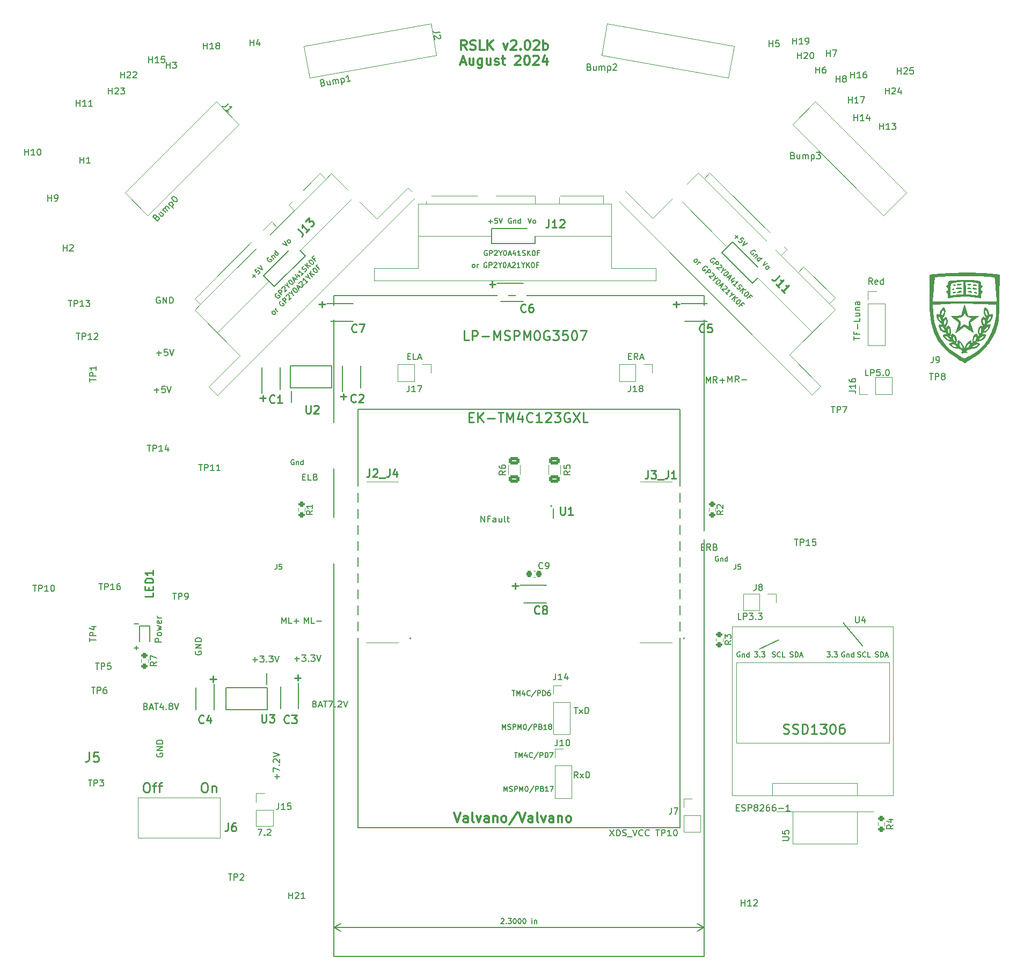
<source format=gto>
G04 #@! TF.GenerationSoftware,KiCad,Pcbnew,8.0.4*
G04 #@! TF.CreationDate,2024-08-16T09:30:41-05:00*
G04 #@! TF.ProjectId,MotorBoardv3_2,4d6f746f-7242-46f6-9172-6476335f322e,V2.0.2b*
G04 #@! TF.SameCoordinates,Original*
G04 #@! TF.FileFunction,Legend,Top*
G04 #@! TF.FilePolarity,Positive*
%FSLAX46Y46*%
G04 Gerber Fmt 4.6, Leading zero omitted, Abs format (unit mm)*
G04 Created by KiCad (PCBNEW 8.0.4) date 2024-08-16 09:30:41*
%MOMM*%
%LPD*%
G01*
G04 APERTURE LIST*
G04 Aperture macros list*
%AMRoundRect*
0 Rectangle with rounded corners*
0 $1 Rounding radius*
0 $2 $3 $4 $5 $6 $7 $8 $9 X,Y pos of 4 corners*
0 Add a 4 corners polygon primitive as box body*
4,1,4,$2,$3,$4,$5,$6,$7,$8,$9,$2,$3,0*
0 Add four circle primitives for the rounded corners*
1,1,$1+$1,$2,$3*
1,1,$1+$1,$4,$5*
1,1,$1+$1,$6,$7*
1,1,$1+$1,$8,$9*
0 Add four rect primitives between the rounded corners*
20,1,$1+$1,$2,$3,$4,$5,0*
20,1,$1+$1,$4,$5,$6,$7,0*
20,1,$1+$1,$6,$7,$8,$9,0*
20,1,$1+$1,$8,$9,$2,$3,0*%
%AMHorizOval*
0 Thick line with rounded ends*
0 $1 width*
0 $2 $3 position (X,Y) of the first rounded end (center of the circle)*
0 $4 $5 position (X,Y) of the second rounded end (center of the circle)*
0 Add line between two ends*
20,1,$1,$2,$3,$4,$5,0*
0 Add two circle primitives to create the rounded ends*
1,1,$1,$2,$3*
1,1,$1,$4,$5*%
%AMRotRect*
0 Rectangle, with rotation*
0 The origin of the aperture is its center*
0 $1 length*
0 $2 width*
0 $3 Rotation angle, in degrees counterclockwise*
0 Add horizontal line*
21,1,$1,$2,0,0,$3*%
G04 Aperture macros list end*
%ADD10C,0.150000*%
%ADD11C,0.254000*%
%ADD12C,0.300000*%
%ADD13C,0.120000*%
%ADD14C,0.200000*%
%ADD15C,0.000000*%
%ADD16C,0.100000*%
%ADD17C,0.177000*%
%ADD18C,3.175000*%
%ADD19R,1.700000X1.700000*%
%ADD20O,1.700000X1.700000*%
%ADD21R,0.800000X0.800000*%
%ADD22C,1.700000*%
%ADD23HorizOval,2.032000X0.088213X-0.500282X-0.088213X0.500282X0*%
%ADD24HorizOval,1.778000X0.110267X-0.625353X-0.110267X0.625353X0*%
%ADD25HorizOval,1.778000X0.253613X-1.438312X-0.253613X1.438312X0*%
%ADD26R,2.300000X1.800000*%
%ADD27RotRect,1.350000X1.350000X135.000000*%
%ADD28C,1.350000*%
%ADD29R,1.800000X2.300000*%
%ADD30R,2.775000X2.775000*%
%ADD31C,2.775000*%
%ADD32RoundRect,0.200000X-0.275000X0.200000X-0.275000X-0.200000X0.275000X-0.200000X0.275000X0.200000X0*%
%ADD33RoundRect,0.225000X-0.225000X-0.250000X0.225000X-0.250000X0.225000X0.250000X-0.225000X0.250000X0*%
%ADD34RotRect,1.350000X1.350000X225.000000*%
%ADD35HorizOval,2.032000X0.359210X-0.359210X-0.359210X0.359210X0*%
%ADD36HorizOval,1.778000X0.449013X-0.449013X-0.449013X0.449013X0*%
%ADD37HorizOval,1.778000X1.032729X-1.032729X-1.032729X1.032729X0*%
%ADD38R,3.150000X1.000000*%
%ADD39R,0.450000X1.475000*%
%ADD40R,2.310000X2.460000*%
%ADD41R,1.000000X1.000000*%
%ADD42O,1.000000X1.000000*%
%ADD43C,3.048000*%
%ADD44O,3.048000X7.366000*%
%ADD45RoundRect,0.200000X0.275000X-0.200000X0.275000X0.200000X-0.275000X0.200000X-0.275000X-0.200000X0*%
%ADD46R,1.350000X1.350000*%
%ADD47RoundRect,0.250000X0.625000X-0.312500X0.625000X0.312500X-0.625000X0.312500X-0.625000X-0.312500X0*%
%ADD48R,1.778000X1.778000*%
%ADD49C,1.778000*%
%ADD50R,0.950000X1.750000*%
%ADD51R,3.200000X1.750000*%
%ADD52HorizOval,2.032000X-0.359210X-0.359210X0.359210X0.359210X0*%
%ADD53HorizOval,1.778000X-0.449013X-0.449013X0.449013X0.449013X0*%
%ADD54HorizOval,1.778000X-1.032729X-1.032729X1.032729X1.032729X0*%
%ADD55HorizOval,2.032000X-0.088213X-0.500282X0.088213X0.500282X0*%
%ADD56HorizOval,1.778000X-0.110267X-0.625353X0.110267X0.625353X0*%
%ADD57HorizOval,1.778000X-0.253613X-1.438312X0.253613X1.438312X0*%
G04 APERTURE END LIST*
D10*
X70695534Y-70124976D02*
X70614722Y-70151913D01*
X70614722Y-70151913D02*
X70560847Y-70151913D01*
X70560847Y-70151913D02*
X70480035Y-70124976D01*
X70480035Y-70124976D02*
X70318411Y-69963351D01*
X70318411Y-69963351D02*
X70291473Y-69882539D01*
X70291473Y-69882539D02*
X70291473Y-69828664D01*
X70291473Y-69828664D02*
X70318411Y-69747852D01*
X70318411Y-69747852D02*
X70399223Y-69667040D01*
X70399223Y-69667040D02*
X70480035Y-69640102D01*
X70480035Y-69640102D02*
X70533910Y-69640102D01*
X70533910Y-69640102D02*
X70614722Y-69667040D01*
X70614722Y-69667040D02*
X70776346Y-69828664D01*
X70776346Y-69828664D02*
X70803284Y-69909476D01*
X70803284Y-69909476D02*
X70803284Y-69963351D01*
X70803284Y-69963351D02*
X70776346Y-70044163D01*
X70776346Y-70044163D02*
X70695534Y-70124976D01*
X71126533Y-69693977D02*
X70749409Y-69316853D01*
X70857159Y-69424603D02*
X70830222Y-69343791D01*
X70830222Y-69343791D02*
X70830222Y-69289916D01*
X70830222Y-69289916D02*
X70857159Y-69209104D01*
X70857159Y-69209104D02*
X70911034Y-69155229D01*
X71665281Y-68077733D02*
X71584469Y-68104670D01*
X71584469Y-68104670D02*
X71503657Y-68185482D01*
X71503657Y-68185482D02*
X71449782Y-68293232D01*
X71449782Y-68293232D02*
X71449782Y-68400982D01*
X71449782Y-68400982D02*
X71476719Y-68481794D01*
X71476719Y-68481794D02*
X71557532Y-68616481D01*
X71557532Y-68616481D02*
X71638344Y-68697293D01*
X71638344Y-68697293D02*
X71773031Y-68778105D01*
X71773031Y-68778105D02*
X71853843Y-68805043D01*
X71853843Y-68805043D02*
X71961593Y-68805043D01*
X71961593Y-68805043D02*
X72069342Y-68751168D01*
X72069342Y-68751168D02*
X72123217Y-68697293D01*
X72123217Y-68697293D02*
X72177092Y-68589543D01*
X72177092Y-68589543D02*
X72177092Y-68535669D01*
X72177092Y-68535669D02*
X71988530Y-68347107D01*
X71988530Y-68347107D02*
X71880780Y-68454856D01*
X72473403Y-68347107D02*
X71907718Y-67781421D01*
X71907718Y-67781421D02*
X72123217Y-67565922D01*
X72123217Y-67565922D02*
X72204029Y-67538985D01*
X72204029Y-67538985D02*
X72257904Y-67538985D01*
X72257904Y-67538985D02*
X72338716Y-67565922D01*
X72338716Y-67565922D02*
X72419528Y-67646734D01*
X72419528Y-67646734D02*
X72446466Y-67727547D01*
X72446466Y-67727547D02*
X72446466Y-67781421D01*
X72446466Y-67781421D02*
X72419528Y-67862234D01*
X72419528Y-67862234D02*
X72204029Y-68077733D01*
X72500341Y-67296548D02*
X72500341Y-67242673D01*
X72500341Y-67242673D02*
X72527278Y-67161861D01*
X72527278Y-67161861D02*
X72661965Y-67027174D01*
X72661965Y-67027174D02*
X72742777Y-67000237D01*
X72742777Y-67000237D02*
X72796652Y-67000237D01*
X72796652Y-67000237D02*
X72877464Y-67027174D01*
X72877464Y-67027174D02*
X72931339Y-67081049D01*
X72931339Y-67081049D02*
X72985214Y-67188798D01*
X72985214Y-67188798D02*
X72985214Y-67835296D01*
X72985214Y-67835296D02*
X73335400Y-67485110D01*
X73416212Y-66865549D02*
X73685586Y-67134924D01*
X72931339Y-66757800D02*
X73416212Y-66865549D01*
X73416212Y-66865549D02*
X73308463Y-66380676D01*
X73604774Y-66084365D02*
X73658649Y-66030490D01*
X73658649Y-66030490D02*
X73739461Y-66003553D01*
X73739461Y-66003553D02*
X73793336Y-66003553D01*
X73793336Y-66003553D02*
X73874148Y-66030490D01*
X73874148Y-66030490D02*
X74008835Y-66111302D01*
X74008835Y-66111302D02*
X74143522Y-66245989D01*
X74143522Y-66245989D02*
X74224334Y-66380676D01*
X74224334Y-66380676D02*
X74251272Y-66461489D01*
X74251272Y-66461489D02*
X74251272Y-66515363D01*
X74251272Y-66515363D02*
X74224334Y-66596176D01*
X74224334Y-66596176D02*
X74170459Y-66650050D01*
X74170459Y-66650050D02*
X74089647Y-66676988D01*
X74089647Y-66676988D02*
X74035772Y-66676988D01*
X74035772Y-66676988D02*
X73954960Y-66650050D01*
X73954960Y-66650050D02*
X73820273Y-66569238D01*
X73820273Y-66569238D02*
X73685586Y-66434551D01*
X73685586Y-66434551D02*
X73604774Y-66299864D01*
X73604774Y-66299864D02*
X73577837Y-66219052D01*
X73577837Y-66219052D02*
X73577837Y-66165177D01*
X73577837Y-66165177D02*
X73604774Y-66084365D01*
X74412896Y-66084365D02*
X74682270Y-65814991D01*
X74520646Y-66299864D02*
X74143522Y-65545617D01*
X74143522Y-65545617D02*
X74897769Y-65922740D01*
X74547583Y-65249306D02*
X74547583Y-65195431D01*
X74547583Y-65195431D02*
X74574520Y-65114619D01*
X74574520Y-65114619D02*
X74709207Y-64979932D01*
X74709207Y-64979932D02*
X74790020Y-64952994D01*
X74790020Y-64952994D02*
X74843894Y-64952994D01*
X74843894Y-64952994D02*
X74924707Y-64979932D01*
X74924707Y-64979932D02*
X74978581Y-65033806D01*
X74978581Y-65033806D02*
X75032456Y-65141556D01*
X75032456Y-65141556D02*
X75032456Y-65788054D01*
X75032456Y-65788054D02*
X75382642Y-65437867D01*
X75921391Y-64899119D02*
X75598142Y-65222368D01*
X75759766Y-65060744D02*
X75194081Y-64495058D01*
X75194081Y-64495058D02*
X75221018Y-64629745D01*
X75221018Y-64629745D02*
X75221018Y-64737495D01*
X75221018Y-64737495D02*
X75194081Y-64818307D01*
X76002203Y-64279559D02*
X76271577Y-64548933D01*
X75517330Y-64171809D02*
X76002203Y-64279559D01*
X76002203Y-64279559D02*
X75894453Y-63794686D01*
X76648700Y-64171809D02*
X76083015Y-63606124D01*
X76971949Y-63848561D02*
X76406264Y-63767748D01*
X76406264Y-63282875D02*
X76406264Y-63929373D01*
X76756450Y-62932689D02*
X76810325Y-62878814D01*
X76810325Y-62878814D02*
X76891137Y-62851877D01*
X76891137Y-62851877D02*
X76945012Y-62851877D01*
X76945012Y-62851877D02*
X77025824Y-62878814D01*
X77025824Y-62878814D02*
X77160511Y-62959626D01*
X77160511Y-62959626D02*
X77295198Y-63094313D01*
X77295198Y-63094313D02*
X77376010Y-63229000D01*
X77376010Y-63229000D02*
X77402948Y-63309813D01*
X77402948Y-63309813D02*
X77402948Y-63363687D01*
X77402948Y-63363687D02*
X77376010Y-63444500D01*
X77376010Y-63444500D02*
X77322135Y-63498374D01*
X77322135Y-63498374D02*
X77241323Y-63525312D01*
X77241323Y-63525312D02*
X77187448Y-63525312D01*
X77187448Y-63525312D02*
X77106636Y-63498374D01*
X77106636Y-63498374D02*
X76971949Y-63417562D01*
X76971949Y-63417562D02*
X76837262Y-63282875D01*
X76837262Y-63282875D02*
X76756450Y-63148188D01*
X76756450Y-63148188D02*
X76729513Y-63067376D01*
X76729513Y-63067376D02*
X76729513Y-63013501D01*
X76729513Y-63013501D02*
X76756450Y-62932689D01*
X77645384Y-62582503D02*
X77456823Y-62771064D01*
X77753134Y-63067376D02*
X77187449Y-62501690D01*
X77187449Y-62501690D02*
X77456823Y-62232316D01*
X136885023Y-61805534D02*
X136858086Y-61724722D01*
X136858086Y-61724722D02*
X136858086Y-61670847D01*
X136858086Y-61670847D02*
X136885023Y-61590035D01*
X136885023Y-61590035D02*
X137046648Y-61428411D01*
X137046648Y-61428411D02*
X137127460Y-61401473D01*
X137127460Y-61401473D02*
X137181335Y-61401473D01*
X137181335Y-61401473D02*
X137262147Y-61428411D01*
X137262147Y-61428411D02*
X137342959Y-61509223D01*
X137342959Y-61509223D02*
X137369897Y-61590035D01*
X137369897Y-61590035D02*
X137369897Y-61643910D01*
X137369897Y-61643910D02*
X137342959Y-61724722D01*
X137342959Y-61724722D02*
X137181335Y-61886346D01*
X137181335Y-61886346D02*
X137100523Y-61913284D01*
X137100523Y-61913284D02*
X137046648Y-61913284D01*
X137046648Y-61913284D02*
X136965836Y-61886346D01*
X136965836Y-61886346D02*
X136885023Y-61805534D01*
X137316022Y-62236533D02*
X137693146Y-61859409D01*
X137585396Y-61967159D02*
X137666208Y-61940222D01*
X137666208Y-61940222D02*
X137720083Y-61940222D01*
X137720083Y-61940222D02*
X137800895Y-61967159D01*
X137800895Y-61967159D02*
X137854770Y-62021034D01*
X138932266Y-62775281D02*
X138905329Y-62694469D01*
X138905329Y-62694469D02*
X138824517Y-62613657D01*
X138824517Y-62613657D02*
X138716767Y-62559782D01*
X138716767Y-62559782D02*
X138609017Y-62559782D01*
X138609017Y-62559782D02*
X138528205Y-62586719D01*
X138528205Y-62586719D02*
X138393518Y-62667532D01*
X138393518Y-62667532D02*
X138312706Y-62748344D01*
X138312706Y-62748344D02*
X138231894Y-62883031D01*
X138231894Y-62883031D02*
X138204956Y-62963843D01*
X138204956Y-62963843D02*
X138204956Y-63071593D01*
X138204956Y-63071593D02*
X138258831Y-63179342D01*
X138258831Y-63179342D02*
X138312706Y-63233217D01*
X138312706Y-63233217D02*
X138420456Y-63287092D01*
X138420456Y-63287092D02*
X138474330Y-63287092D01*
X138474330Y-63287092D02*
X138662892Y-63098530D01*
X138662892Y-63098530D02*
X138555143Y-62990780D01*
X138662892Y-63583403D02*
X139228578Y-63017718D01*
X139228578Y-63017718D02*
X139444077Y-63233217D01*
X139444077Y-63233217D02*
X139471014Y-63314029D01*
X139471014Y-63314029D02*
X139471014Y-63367904D01*
X139471014Y-63367904D02*
X139444077Y-63448716D01*
X139444077Y-63448716D02*
X139363265Y-63529528D01*
X139363265Y-63529528D02*
X139282452Y-63556466D01*
X139282452Y-63556466D02*
X139228578Y-63556466D01*
X139228578Y-63556466D02*
X139147765Y-63529528D01*
X139147765Y-63529528D02*
X138932266Y-63314029D01*
X139713451Y-63610341D02*
X139767326Y-63610341D01*
X139767326Y-63610341D02*
X139848138Y-63637278D01*
X139848138Y-63637278D02*
X139982825Y-63771965D01*
X139982825Y-63771965D02*
X140009762Y-63852777D01*
X140009762Y-63852777D02*
X140009762Y-63906652D01*
X140009762Y-63906652D02*
X139982825Y-63987464D01*
X139982825Y-63987464D02*
X139928950Y-64041339D01*
X139928950Y-64041339D02*
X139821201Y-64095214D01*
X139821201Y-64095214D02*
X139174703Y-64095214D01*
X139174703Y-64095214D02*
X139524889Y-64445400D01*
X140144450Y-64526212D02*
X139875075Y-64795586D01*
X140252199Y-64041339D02*
X140144450Y-64526212D01*
X140144450Y-64526212D02*
X140629323Y-64418463D01*
X140925634Y-64714774D02*
X140979509Y-64768649D01*
X140979509Y-64768649D02*
X141006446Y-64849461D01*
X141006446Y-64849461D02*
X141006446Y-64903336D01*
X141006446Y-64903336D02*
X140979509Y-64984148D01*
X140979509Y-64984148D02*
X140898697Y-65118835D01*
X140898697Y-65118835D02*
X140764010Y-65253522D01*
X140764010Y-65253522D02*
X140629323Y-65334334D01*
X140629323Y-65334334D02*
X140548510Y-65361272D01*
X140548510Y-65361272D02*
X140494636Y-65361272D01*
X140494636Y-65361272D02*
X140413823Y-65334334D01*
X140413823Y-65334334D02*
X140359949Y-65280459D01*
X140359949Y-65280459D02*
X140333011Y-65199647D01*
X140333011Y-65199647D02*
X140333011Y-65145772D01*
X140333011Y-65145772D02*
X140359949Y-65064960D01*
X140359949Y-65064960D02*
X140440761Y-64930273D01*
X140440761Y-64930273D02*
X140575448Y-64795586D01*
X140575448Y-64795586D02*
X140710135Y-64714774D01*
X140710135Y-64714774D02*
X140790947Y-64687837D01*
X140790947Y-64687837D02*
X140844822Y-64687837D01*
X140844822Y-64687837D02*
X140925634Y-64714774D01*
X140925634Y-65522896D02*
X141195008Y-65792270D01*
X140710135Y-65630646D02*
X141464382Y-65253522D01*
X141464382Y-65253522D02*
X141087259Y-66007769D01*
X141760693Y-65657583D02*
X141814568Y-65657583D01*
X141814568Y-65657583D02*
X141895380Y-65684520D01*
X141895380Y-65684520D02*
X142030067Y-65819207D01*
X142030067Y-65819207D02*
X142057005Y-65900020D01*
X142057005Y-65900020D02*
X142057005Y-65953894D01*
X142057005Y-65953894D02*
X142030067Y-66034707D01*
X142030067Y-66034707D02*
X141976193Y-66088581D01*
X141976193Y-66088581D02*
X141868443Y-66142456D01*
X141868443Y-66142456D02*
X141221945Y-66142456D01*
X141221945Y-66142456D02*
X141572132Y-66492642D01*
X142110880Y-67031391D02*
X141787631Y-66708142D01*
X141949255Y-66869766D02*
X142514941Y-66304081D01*
X142514941Y-66304081D02*
X142380254Y-66331018D01*
X142380254Y-66331018D02*
X142272504Y-66331018D01*
X142272504Y-66331018D02*
X142191692Y-66304081D01*
X142730440Y-67112203D02*
X142461066Y-67381577D01*
X142838190Y-66627330D02*
X142730440Y-67112203D01*
X142730440Y-67112203D02*
X143215313Y-67004453D01*
X142838190Y-67758700D02*
X143403875Y-67193015D01*
X143161438Y-68081949D02*
X143242251Y-67516264D01*
X143727124Y-67516264D02*
X143080626Y-67516264D01*
X144077310Y-67866450D02*
X144131185Y-67920325D01*
X144131185Y-67920325D02*
X144158122Y-68001137D01*
X144158122Y-68001137D02*
X144158122Y-68055012D01*
X144158122Y-68055012D02*
X144131185Y-68135824D01*
X144131185Y-68135824D02*
X144050373Y-68270511D01*
X144050373Y-68270511D02*
X143915686Y-68405198D01*
X143915686Y-68405198D02*
X143780999Y-68486010D01*
X143780999Y-68486010D02*
X143700186Y-68512948D01*
X143700186Y-68512948D02*
X143646312Y-68512948D01*
X143646312Y-68512948D02*
X143565499Y-68486010D01*
X143565499Y-68486010D02*
X143511625Y-68432135D01*
X143511625Y-68432135D02*
X143484687Y-68351323D01*
X143484687Y-68351323D02*
X143484687Y-68297448D01*
X143484687Y-68297448D02*
X143511625Y-68216636D01*
X143511625Y-68216636D02*
X143592437Y-68081949D01*
X143592437Y-68081949D02*
X143727124Y-67947262D01*
X143727124Y-67947262D02*
X143861811Y-67866450D01*
X143861811Y-67866450D02*
X143942623Y-67839513D01*
X143942623Y-67839513D02*
X143996498Y-67839513D01*
X143996498Y-67839513D02*
X144077310Y-67866450D01*
X144427496Y-68755384D02*
X144238935Y-68566823D01*
X143942623Y-68863134D02*
X144508309Y-68297449D01*
X144508309Y-68297449D02*
X144777683Y-68566823D01*
X102003445Y-62759295D02*
X101927255Y-62721200D01*
X101927255Y-62721200D02*
X101889160Y-62683104D01*
X101889160Y-62683104D02*
X101851064Y-62606914D01*
X101851064Y-62606914D02*
X101851064Y-62378342D01*
X101851064Y-62378342D02*
X101889160Y-62302152D01*
X101889160Y-62302152D02*
X101927255Y-62264057D01*
X101927255Y-62264057D02*
X102003445Y-62225961D01*
X102003445Y-62225961D02*
X102117731Y-62225961D01*
X102117731Y-62225961D02*
X102193922Y-62264057D01*
X102193922Y-62264057D02*
X102232017Y-62302152D01*
X102232017Y-62302152D02*
X102270112Y-62378342D01*
X102270112Y-62378342D02*
X102270112Y-62606914D01*
X102270112Y-62606914D02*
X102232017Y-62683104D01*
X102232017Y-62683104D02*
X102193922Y-62721200D01*
X102193922Y-62721200D02*
X102117731Y-62759295D01*
X102117731Y-62759295D02*
X102003445Y-62759295D01*
X102612970Y-62759295D02*
X102612970Y-62225961D01*
X102612970Y-62378342D02*
X102651065Y-62302152D01*
X102651065Y-62302152D02*
X102689160Y-62264057D01*
X102689160Y-62264057D02*
X102765351Y-62225961D01*
X102765351Y-62225961D02*
X102841541Y-62225961D01*
X104136779Y-61997390D02*
X104060589Y-61959295D01*
X104060589Y-61959295D02*
X103946303Y-61959295D01*
X103946303Y-61959295D02*
X103832017Y-61997390D01*
X103832017Y-61997390D02*
X103755827Y-62073580D01*
X103755827Y-62073580D02*
X103717732Y-62149771D01*
X103717732Y-62149771D02*
X103679636Y-62302152D01*
X103679636Y-62302152D02*
X103679636Y-62416438D01*
X103679636Y-62416438D02*
X103717732Y-62568819D01*
X103717732Y-62568819D02*
X103755827Y-62645009D01*
X103755827Y-62645009D02*
X103832017Y-62721200D01*
X103832017Y-62721200D02*
X103946303Y-62759295D01*
X103946303Y-62759295D02*
X104022494Y-62759295D01*
X104022494Y-62759295D02*
X104136779Y-62721200D01*
X104136779Y-62721200D02*
X104174875Y-62683104D01*
X104174875Y-62683104D02*
X104174875Y-62416438D01*
X104174875Y-62416438D02*
X104022494Y-62416438D01*
X104517732Y-62759295D02*
X104517732Y-61959295D01*
X104517732Y-61959295D02*
X104822494Y-61959295D01*
X104822494Y-61959295D02*
X104898684Y-61997390D01*
X104898684Y-61997390D02*
X104936779Y-62035485D01*
X104936779Y-62035485D02*
X104974875Y-62111676D01*
X104974875Y-62111676D02*
X104974875Y-62225961D01*
X104974875Y-62225961D02*
X104936779Y-62302152D01*
X104936779Y-62302152D02*
X104898684Y-62340247D01*
X104898684Y-62340247D02*
X104822494Y-62378342D01*
X104822494Y-62378342D02*
X104517732Y-62378342D01*
X105279636Y-62035485D02*
X105317732Y-61997390D01*
X105317732Y-61997390D02*
X105393922Y-61959295D01*
X105393922Y-61959295D02*
X105584398Y-61959295D01*
X105584398Y-61959295D02*
X105660589Y-61997390D01*
X105660589Y-61997390D02*
X105698684Y-62035485D01*
X105698684Y-62035485D02*
X105736779Y-62111676D01*
X105736779Y-62111676D02*
X105736779Y-62187866D01*
X105736779Y-62187866D02*
X105698684Y-62302152D01*
X105698684Y-62302152D02*
X105241541Y-62759295D01*
X105241541Y-62759295D02*
X105736779Y-62759295D01*
X106232018Y-62378342D02*
X106232018Y-62759295D01*
X105965351Y-61959295D02*
X106232018Y-62378342D01*
X106232018Y-62378342D02*
X106498684Y-61959295D01*
X106917732Y-61959295D02*
X106993922Y-61959295D01*
X106993922Y-61959295D02*
X107070113Y-61997390D01*
X107070113Y-61997390D02*
X107108208Y-62035485D01*
X107108208Y-62035485D02*
X107146303Y-62111676D01*
X107146303Y-62111676D02*
X107184398Y-62264057D01*
X107184398Y-62264057D02*
X107184398Y-62454533D01*
X107184398Y-62454533D02*
X107146303Y-62606914D01*
X107146303Y-62606914D02*
X107108208Y-62683104D01*
X107108208Y-62683104D02*
X107070113Y-62721200D01*
X107070113Y-62721200D02*
X106993922Y-62759295D01*
X106993922Y-62759295D02*
X106917732Y-62759295D01*
X106917732Y-62759295D02*
X106841541Y-62721200D01*
X106841541Y-62721200D02*
X106803446Y-62683104D01*
X106803446Y-62683104D02*
X106765351Y-62606914D01*
X106765351Y-62606914D02*
X106727255Y-62454533D01*
X106727255Y-62454533D02*
X106727255Y-62264057D01*
X106727255Y-62264057D02*
X106765351Y-62111676D01*
X106765351Y-62111676D02*
X106803446Y-62035485D01*
X106803446Y-62035485D02*
X106841541Y-61997390D01*
X106841541Y-61997390D02*
X106917732Y-61959295D01*
X107489160Y-62530723D02*
X107870113Y-62530723D01*
X107412970Y-62759295D02*
X107679637Y-61959295D01*
X107679637Y-61959295D02*
X107946303Y-62759295D01*
X108174874Y-62035485D02*
X108212970Y-61997390D01*
X108212970Y-61997390D02*
X108289160Y-61959295D01*
X108289160Y-61959295D02*
X108479636Y-61959295D01*
X108479636Y-61959295D02*
X108555827Y-61997390D01*
X108555827Y-61997390D02*
X108593922Y-62035485D01*
X108593922Y-62035485D02*
X108632017Y-62111676D01*
X108632017Y-62111676D02*
X108632017Y-62187866D01*
X108632017Y-62187866D02*
X108593922Y-62302152D01*
X108593922Y-62302152D02*
X108136779Y-62759295D01*
X108136779Y-62759295D02*
X108632017Y-62759295D01*
X109393922Y-62759295D02*
X108936779Y-62759295D01*
X109165351Y-62759295D02*
X109165351Y-61959295D01*
X109165351Y-61959295D02*
X109089160Y-62073580D01*
X109089160Y-62073580D02*
X109012970Y-62149771D01*
X109012970Y-62149771D02*
X108936779Y-62187866D01*
X109889161Y-62378342D02*
X109889161Y-62759295D01*
X109622494Y-61959295D02*
X109889161Y-62378342D01*
X109889161Y-62378342D02*
X110155827Y-61959295D01*
X110422494Y-62759295D02*
X110422494Y-61959295D01*
X110879637Y-62759295D02*
X110536779Y-62302152D01*
X110879637Y-61959295D02*
X110422494Y-62416438D01*
X111374875Y-61959295D02*
X111451065Y-61959295D01*
X111451065Y-61959295D02*
X111527256Y-61997390D01*
X111527256Y-61997390D02*
X111565351Y-62035485D01*
X111565351Y-62035485D02*
X111603446Y-62111676D01*
X111603446Y-62111676D02*
X111641541Y-62264057D01*
X111641541Y-62264057D02*
X111641541Y-62454533D01*
X111641541Y-62454533D02*
X111603446Y-62606914D01*
X111603446Y-62606914D02*
X111565351Y-62683104D01*
X111565351Y-62683104D02*
X111527256Y-62721200D01*
X111527256Y-62721200D02*
X111451065Y-62759295D01*
X111451065Y-62759295D02*
X111374875Y-62759295D01*
X111374875Y-62759295D02*
X111298684Y-62721200D01*
X111298684Y-62721200D02*
X111260589Y-62683104D01*
X111260589Y-62683104D02*
X111222494Y-62606914D01*
X111222494Y-62606914D02*
X111184398Y-62454533D01*
X111184398Y-62454533D02*
X111184398Y-62264057D01*
X111184398Y-62264057D02*
X111222494Y-62111676D01*
X111222494Y-62111676D02*
X111260589Y-62035485D01*
X111260589Y-62035485D02*
X111298684Y-61997390D01*
X111298684Y-61997390D02*
X111374875Y-61959295D01*
X112251065Y-62340247D02*
X111984399Y-62340247D01*
X111984399Y-62759295D02*
X111984399Y-61959295D01*
X111984399Y-61959295D02*
X112365351Y-61959295D01*
X71002731Y-109584295D02*
X71002731Y-110155723D01*
X71002731Y-110155723D02*
X70964636Y-110270009D01*
X70964636Y-110270009D02*
X70888445Y-110346200D01*
X70888445Y-110346200D02*
X70774160Y-110384295D01*
X70774160Y-110384295D02*
X70697969Y-110384295D01*
X71764636Y-109584295D02*
X71383684Y-109584295D01*
X71383684Y-109584295D02*
X71345588Y-109965247D01*
X71345588Y-109965247D02*
X71383684Y-109927152D01*
X71383684Y-109927152D02*
X71459874Y-109889057D01*
X71459874Y-109889057D02*
X71650350Y-109889057D01*
X71650350Y-109889057D02*
X71726541Y-109927152D01*
X71726541Y-109927152D02*
X71764636Y-109965247D01*
X71764636Y-109965247D02*
X71802731Y-110041438D01*
X71802731Y-110041438D02*
X71802731Y-110231914D01*
X71802731Y-110231914D02*
X71764636Y-110308104D01*
X71764636Y-110308104D02*
X71726541Y-110346200D01*
X71726541Y-110346200D02*
X71650350Y-110384295D01*
X71650350Y-110384295D02*
X71459874Y-110384295D01*
X71459874Y-110384295D02*
X71383684Y-110346200D01*
X71383684Y-110346200D02*
X71345588Y-110308104D01*
X143392731Y-109584295D02*
X143392731Y-110155723D01*
X143392731Y-110155723D02*
X143354636Y-110270009D01*
X143354636Y-110270009D02*
X143278445Y-110346200D01*
X143278445Y-110346200D02*
X143164160Y-110384295D01*
X143164160Y-110384295D02*
X143087969Y-110384295D01*
X144154636Y-109584295D02*
X143773684Y-109584295D01*
X143773684Y-109584295D02*
X143735588Y-109965247D01*
X143735588Y-109965247D02*
X143773684Y-109927152D01*
X143773684Y-109927152D02*
X143849874Y-109889057D01*
X143849874Y-109889057D02*
X144040350Y-109889057D01*
X144040350Y-109889057D02*
X144116541Y-109927152D01*
X144116541Y-109927152D02*
X144154636Y-109965247D01*
X144154636Y-109965247D02*
X144192731Y-110041438D01*
X144192731Y-110041438D02*
X144192731Y-110231914D01*
X144192731Y-110231914D02*
X144154636Y-110308104D01*
X144154636Y-110308104D02*
X144116541Y-110346200D01*
X144116541Y-110346200D02*
X144040350Y-110384295D01*
X144040350Y-110384295D02*
X143849874Y-110384295D01*
X143849874Y-110384295D02*
X143773684Y-110346200D01*
X143773684Y-110346200D02*
X143735588Y-110308104D01*
X48549160Y-118969533D02*
X49158684Y-118969533D01*
X48549160Y-122779533D02*
X49158684Y-122779533D01*
X48853922Y-123084295D02*
X48853922Y-122474771D01*
X83820000Y-85090000D02*
X134620000Y-85090000D01*
X134620000Y-151130000D01*
X83820000Y-151130000D01*
X83820000Y-85090000D01*
X150241000Y-121539000D02*
X147193000Y-122936000D01*
X163449000Y-122491500D02*
X160401000Y-118808500D01*
X80010000Y-67183000D02*
X138430000Y-67183000D01*
X138430000Y-171450000D01*
X80010000Y-171450000D01*
X80010000Y-67183000D01*
X52828819Y-121837220D02*
X51828819Y-121837220D01*
X51828819Y-121837220D02*
X51828819Y-121456268D01*
X51828819Y-121456268D02*
X51876438Y-121361030D01*
X51876438Y-121361030D02*
X51924057Y-121313411D01*
X51924057Y-121313411D02*
X52019295Y-121265792D01*
X52019295Y-121265792D02*
X52162152Y-121265792D01*
X52162152Y-121265792D02*
X52257390Y-121313411D01*
X52257390Y-121313411D02*
X52305009Y-121361030D01*
X52305009Y-121361030D02*
X52352628Y-121456268D01*
X52352628Y-121456268D02*
X52352628Y-121837220D01*
X52828819Y-120694363D02*
X52781200Y-120789601D01*
X52781200Y-120789601D02*
X52733580Y-120837220D01*
X52733580Y-120837220D02*
X52638342Y-120884839D01*
X52638342Y-120884839D02*
X52352628Y-120884839D01*
X52352628Y-120884839D02*
X52257390Y-120837220D01*
X52257390Y-120837220D02*
X52209771Y-120789601D01*
X52209771Y-120789601D02*
X52162152Y-120694363D01*
X52162152Y-120694363D02*
X52162152Y-120551506D01*
X52162152Y-120551506D02*
X52209771Y-120456268D01*
X52209771Y-120456268D02*
X52257390Y-120408649D01*
X52257390Y-120408649D02*
X52352628Y-120361030D01*
X52352628Y-120361030D02*
X52638342Y-120361030D01*
X52638342Y-120361030D02*
X52733580Y-120408649D01*
X52733580Y-120408649D02*
X52781200Y-120456268D01*
X52781200Y-120456268D02*
X52828819Y-120551506D01*
X52828819Y-120551506D02*
X52828819Y-120694363D01*
X52162152Y-120027696D02*
X52828819Y-119837220D01*
X52828819Y-119837220D02*
X52352628Y-119646744D01*
X52352628Y-119646744D02*
X52828819Y-119456268D01*
X52828819Y-119456268D02*
X52162152Y-119265792D01*
X52781200Y-118503887D02*
X52828819Y-118599125D01*
X52828819Y-118599125D02*
X52828819Y-118789601D01*
X52828819Y-118789601D02*
X52781200Y-118884839D01*
X52781200Y-118884839D02*
X52685961Y-118932458D01*
X52685961Y-118932458D02*
X52305009Y-118932458D01*
X52305009Y-118932458D02*
X52209771Y-118884839D01*
X52209771Y-118884839D02*
X52162152Y-118789601D01*
X52162152Y-118789601D02*
X52162152Y-118599125D01*
X52162152Y-118599125D02*
X52209771Y-118503887D01*
X52209771Y-118503887D02*
X52305009Y-118456268D01*
X52305009Y-118456268D02*
X52400247Y-118456268D01*
X52400247Y-118456268D02*
X52495485Y-118932458D01*
X52828819Y-118027696D02*
X52162152Y-118027696D01*
X52352628Y-118027696D02*
X52257390Y-117980077D01*
X52257390Y-117980077D02*
X52209771Y-117932458D01*
X52209771Y-117932458D02*
X52162152Y-117837220D01*
X52162152Y-117837220D02*
X52162152Y-117741982D01*
X140179271Y-61482285D02*
X140152333Y-61401473D01*
X140152333Y-61401473D02*
X140071521Y-61320661D01*
X140071521Y-61320661D02*
X139963771Y-61266786D01*
X139963771Y-61266786D02*
X139856022Y-61266786D01*
X139856022Y-61266786D02*
X139775210Y-61293724D01*
X139775210Y-61293724D02*
X139640523Y-61374536D01*
X139640523Y-61374536D02*
X139559710Y-61455348D01*
X139559710Y-61455348D02*
X139478898Y-61590035D01*
X139478898Y-61590035D02*
X139451961Y-61670847D01*
X139451961Y-61670847D02*
X139451961Y-61778597D01*
X139451961Y-61778597D02*
X139505836Y-61886346D01*
X139505836Y-61886346D02*
X139559710Y-61940221D01*
X139559710Y-61940221D02*
X139667460Y-61994096D01*
X139667460Y-61994096D02*
X139721335Y-61994096D01*
X139721335Y-61994096D02*
X139909897Y-61805534D01*
X139909897Y-61805534D02*
X139802147Y-61697785D01*
X139909897Y-62290408D02*
X140475582Y-61724722D01*
X140475582Y-61724722D02*
X140691081Y-61940221D01*
X140691081Y-61940221D02*
X140718019Y-62021033D01*
X140718019Y-62021033D02*
X140718019Y-62074908D01*
X140718019Y-62074908D02*
X140691081Y-62155720D01*
X140691081Y-62155720D02*
X140610269Y-62236533D01*
X140610269Y-62236533D02*
X140529457Y-62263470D01*
X140529457Y-62263470D02*
X140475582Y-62263470D01*
X140475582Y-62263470D02*
X140394770Y-62236533D01*
X140394770Y-62236533D02*
X140179271Y-62021033D01*
X140960455Y-62317345D02*
X141014330Y-62317345D01*
X141014330Y-62317345D02*
X141095142Y-62344282D01*
X141095142Y-62344282D02*
X141229829Y-62478969D01*
X141229829Y-62478969D02*
X141256767Y-62559782D01*
X141256767Y-62559782D02*
X141256767Y-62613656D01*
X141256767Y-62613656D02*
X141229829Y-62694469D01*
X141229829Y-62694469D02*
X141175954Y-62748343D01*
X141175954Y-62748343D02*
X141068205Y-62802218D01*
X141068205Y-62802218D02*
X140421707Y-62802218D01*
X140421707Y-62802218D02*
X140771893Y-63152404D01*
X141391454Y-63233217D02*
X141122080Y-63502591D01*
X141499203Y-62748343D02*
X141391454Y-63233217D01*
X141391454Y-63233217D02*
X141876327Y-63125467D01*
X142172638Y-63421778D02*
X142226513Y-63475653D01*
X142226513Y-63475653D02*
X142253450Y-63556465D01*
X142253450Y-63556465D02*
X142253450Y-63610340D01*
X142253450Y-63610340D02*
X142226513Y-63691152D01*
X142226513Y-63691152D02*
X142145701Y-63825839D01*
X142145701Y-63825839D02*
X142011014Y-63960526D01*
X142011014Y-63960526D02*
X141876327Y-64041339D01*
X141876327Y-64041339D02*
X141795515Y-64068276D01*
X141795515Y-64068276D02*
X141741640Y-64068276D01*
X141741640Y-64068276D02*
X141660828Y-64041339D01*
X141660828Y-64041339D02*
X141606953Y-63987464D01*
X141606953Y-63987464D02*
X141580015Y-63906652D01*
X141580015Y-63906652D02*
X141580015Y-63852777D01*
X141580015Y-63852777D02*
X141606953Y-63771965D01*
X141606953Y-63771965D02*
X141687765Y-63637278D01*
X141687765Y-63637278D02*
X141822452Y-63502591D01*
X141822452Y-63502591D02*
X141957139Y-63421778D01*
X141957139Y-63421778D02*
X142037951Y-63394841D01*
X142037951Y-63394841D02*
X142091826Y-63394841D01*
X142091826Y-63394841D02*
X142172638Y-63421778D01*
X142172638Y-64229901D02*
X142442012Y-64499275D01*
X141957139Y-64337650D02*
X142711386Y-63960527D01*
X142711386Y-63960527D02*
X142334263Y-64714774D01*
X143142385Y-64768648D02*
X142765261Y-65145772D01*
X143223197Y-64418462D02*
X142684449Y-64687836D01*
X142684449Y-64687836D02*
X143034635Y-65038022D01*
X143357884Y-65738395D02*
X143034635Y-65415146D01*
X143196260Y-65576771D02*
X143761945Y-65011085D01*
X143761945Y-65011085D02*
X143627258Y-65038023D01*
X143627258Y-65038023D02*
X143519508Y-65038023D01*
X143519508Y-65038023D02*
X143438696Y-65011085D01*
X143600321Y-65926957D02*
X143654196Y-66034707D01*
X143654196Y-66034707D02*
X143788883Y-66169394D01*
X143788883Y-66169394D02*
X143869695Y-66196331D01*
X143869695Y-66196331D02*
X143923570Y-66196331D01*
X143923570Y-66196331D02*
X144004382Y-66169394D01*
X144004382Y-66169394D02*
X144058257Y-66115519D01*
X144058257Y-66115519D02*
X144085194Y-66034707D01*
X144085194Y-66034707D02*
X144085194Y-65980832D01*
X144085194Y-65980832D02*
X144058257Y-65900020D01*
X144058257Y-65900020D02*
X143977444Y-65765333D01*
X143977444Y-65765333D02*
X143950507Y-65684520D01*
X143950507Y-65684520D02*
X143950507Y-65630646D01*
X143950507Y-65630646D02*
X143977444Y-65549833D01*
X143977444Y-65549833D02*
X144031319Y-65495959D01*
X144031319Y-65495959D02*
X144112131Y-65469021D01*
X144112131Y-65469021D02*
X144166006Y-65469021D01*
X144166006Y-65469021D02*
X144246818Y-65495959D01*
X144246818Y-65495959D02*
X144381505Y-65630646D01*
X144381505Y-65630646D02*
X144435380Y-65738395D01*
X144139069Y-66519580D02*
X144704754Y-65953895D01*
X144462318Y-66842829D02*
X144543130Y-66277143D01*
X145028003Y-66277143D02*
X144381506Y-66277143D01*
X145378189Y-66627330D02*
X145432064Y-66681204D01*
X145432064Y-66681204D02*
X145459002Y-66762017D01*
X145459002Y-66762017D02*
X145459002Y-66815891D01*
X145459002Y-66815891D02*
X145432064Y-66896704D01*
X145432064Y-66896704D02*
X145351252Y-67031391D01*
X145351252Y-67031391D02*
X145216565Y-67166078D01*
X145216565Y-67166078D02*
X145081878Y-67246890D01*
X145081878Y-67246890D02*
X145001066Y-67273827D01*
X145001066Y-67273827D02*
X144947191Y-67273827D01*
X144947191Y-67273827D02*
X144866379Y-67246890D01*
X144866379Y-67246890D02*
X144812504Y-67193015D01*
X144812504Y-67193015D02*
X144785567Y-67112203D01*
X144785567Y-67112203D02*
X144785567Y-67058328D01*
X144785567Y-67058328D02*
X144812504Y-66977516D01*
X144812504Y-66977516D02*
X144893316Y-66842829D01*
X144893316Y-66842829D02*
X145028003Y-66708142D01*
X145028003Y-66708142D02*
X145162690Y-66627330D01*
X145162690Y-66627330D02*
X145243502Y-66600392D01*
X145243502Y-66600392D02*
X145297377Y-66600392D01*
X145297377Y-66600392D02*
X145378189Y-66627330D01*
X145728376Y-67516264D02*
X145539814Y-67327702D01*
X145243503Y-67624014D02*
X145809188Y-67058328D01*
X145809188Y-67058328D02*
X146078562Y-67327702D01*
D11*
X50350247Y-144072283D02*
X50640533Y-144072283D01*
X50640533Y-144072283D02*
X50785676Y-144144854D01*
X50785676Y-144144854D02*
X50930819Y-144289997D01*
X50930819Y-144289997D02*
X51003390Y-144580283D01*
X51003390Y-144580283D02*
X51003390Y-145088283D01*
X51003390Y-145088283D02*
X50930819Y-145378569D01*
X50930819Y-145378569D02*
X50785676Y-145523712D01*
X50785676Y-145523712D02*
X50640533Y-145596283D01*
X50640533Y-145596283D02*
X50350247Y-145596283D01*
X50350247Y-145596283D02*
X50205105Y-145523712D01*
X50205105Y-145523712D02*
X50059962Y-145378569D01*
X50059962Y-145378569D02*
X49987390Y-145088283D01*
X49987390Y-145088283D02*
X49987390Y-144580283D01*
X49987390Y-144580283D02*
X50059962Y-144289997D01*
X50059962Y-144289997D02*
X50205105Y-144144854D01*
X50205105Y-144144854D02*
X50350247Y-144072283D01*
X51438818Y-144580283D02*
X52019390Y-144580283D01*
X51656533Y-145596283D02*
X51656533Y-144289997D01*
X51656533Y-144289997D02*
X51729104Y-144144854D01*
X51729104Y-144144854D02*
X51874247Y-144072283D01*
X51874247Y-144072283D02*
X52019390Y-144072283D01*
X52309675Y-144580283D02*
X52890247Y-144580283D01*
X52527390Y-145596283D02*
X52527390Y-144289997D01*
X52527390Y-144289997D02*
X52599961Y-144144854D01*
X52599961Y-144144854D02*
X52745104Y-144072283D01*
X52745104Y-144072283D02*
X52890247Y-144072283D01*
D10*
X152435112Y-45066009D02*
X152577969Y-45113628D01*
X152577969Y-45113628D02*
X152625588Y-45161247D01*
X152625588Y-45161247D02*
X152673207Y-45256485D01*
X152673207Y-45256485D02*
X152673207Y-45399342D01*
X152673207Y-45399342D02*
X152625588Y-45494580D01*
X152625588Y-45494580D02*
X152577969Y-45542200D01*
X152577969Y-45542200D02*
X152482731Y-45589819D01*
X152482731Y-45589819D02*
X152101779Y-45589819D01*
X152101779Y-45589819D02*
X152101779Y-44589819D01*
X152101779Y-44589819D02*
X152435112Y-44589819D01*
X152435112Y-44589819D02*
X152530350Y-44637438D01*
X152530350Y-44637438D02*
X152577969Y-44685057D01*
X152577969Y-44685057D02*
X152625588Y-44780295D01*
X152625588Y-44780295D02*
X152625588Y-44875533D01*
X152625588Y-44875533D02*
X152577969Y-44970771D01*
X152577969Y-44970771D02*
X152530350Y-45018390D01*
X152530350Y-45018390D02*
X152435112Y-45066009D01*
X152435112Y-45066009D02*
X152101779Y-45066009D01*
X153530350Y-44923152D02*
X153530350Y-45589819D01*
X153101779Y-44923152D02*
X153101779Y-45446961D01*
X153101779Y-45446961D02*
X153149398Y-45542200D01*
X153149398Y-45542200D02*
X153244636Y-45589819D01*
X153244636Y-45589819D02*
X153387493Y-45589819D01*
X153387493Y-45589819D02*
X153482731Y-45542200D01*
X153482731Y-45542200D02*
X153530350Y-45494580D01*
X154006541Y-45589819D02*
X154006541Y-44923152D01*
X154006541Y-45018390D02*
X154054160Y-44970771D01*
X154054160Y-44970771D02*
X154149398Y-44923152D01*
X154149398Y-44923152D02*
X154292255Y-44923152D01*
X154292255Y-44923152D02*
X154387493Y-44970771D01*
X154387493Y-44970771D02*
X154435112Y-45066009D01*
X154435112Y-45066009D02*
X154435112Y-45589819D01*
X154435112Y-45066009D02*
X154482731Y-44970771D01*
X154482731Y-44970771D02*
X154577969Y-44923152D01*
X154577969Y-44923152D02*
X154720826Y-44923152D01*
X154720826Y-44923152D02*
X154816065Y-44970771D01*
X154816065Y-44970771D02*
X154863684Y-45066009D01*
X154863684Y-45066009D02*
X154863684Y-45589819D01*
X155339874Y-44923152D02*
X155339874Y-45923152D01*
X155339874Y-44970771D02*
X155435112Y-44923152D01*
X155435112Y-44923152D02*
X155625588Y-44923152D01*
X155625588Y-44923152D02*
X155720826Y-44970771D01*
X155720826Y-44970771D02*
X155768445Y-45018390D01*
X155768445Y-45018390D02*
X155816064Y-45113628D01*
X155816064Y-45113628D02*
X155816064Y-45399342D01*
X155816064Y-45399342D02*
X155768445Y-45494580D01*
X155768445Y-45494580D02*
X155720826Y-45542200D01*
X155720826Y-45542200D02*
X155625588Y-45589819D01*
X155625588Y-45589819D02*
X155435112Y-45589819D01*
X155435112Y-45589819D02*
X155339874Y-45542200D01*
X156149398Y-44589819D02*
X156768445Y-44589819D01*
X156768445Y-44589819D02*
X156435112Y-44970771D01*
X156435112Y-44970771D02*
X156577969Y-44970771D01*
X156577969Y-44970771D02*
X156673207Y-45018390D01*
X156673207Y-45018390D02*
X156720826Y-45066009D01*
X156720826Y-45066009D02*
X156768445Y-45161247D01*
X156768445Y-45161247D02*
X156768445Y-45399342D01*
X156768445Y-45399342D02*
X156720826Y-45494580D01*
X156720826Y-45494580D02*
X156673207Y-45542200D01*
X156673207Y-45542200D02*
X156577969Y-45589819D01*
X156577969Y-45589819D02*
X156292255Y-45589819D01*
X156292255Y-45589819D02*
X156197017Y-45542200D01*
X156197017Y-45542200D02*
X156149398Y-45494580D01*
X149222064Y-124189200D02*
X149336350Y-124227295D01*
X149336350Y-124227295D02*
X149526826Y-124227295D01*
X149526826Y-124227295D02*
X149603017Y-124189200D01*
X149603017Y-124189200D02*
X149641112Y-124151104D01*
X149641112Y-124151104D02*
X149679207Y-124074914D01*
X149679207Y-124074914D02*
X149679207Y-123998723D01*
X149679207Y-123998723D02*
X149641112Y-123922533D01*
X149641112Y-123922533D02*
X149603017Y-123884438D01*
X149603017Y-123884438D02*
X149526826Y-123846342D01*
X149526826Y-123846342D02*
X149374445Y-123808247D01*
X149374445Y-123808247D02*
X149298255Y-123770152D01*
X149298255Y-123770152D02*
X149260160Y-123732057D01*
X149260160Y-123732057D02*
X149222064Y-123655866D01*
X149222064Y-123655866D02*
X149222064Y-123579676D01*
X149222064Y-123579676D02*
X149260160Y-123503485D01*
X149260160Y-123503485D02*
X149298255Y-123465390D01*
X149298255Y-123465390D02*
X149374445Y-123427295D01*
X149374445Y-123427295D02*
X149564922Y-123427295D01*
X149564922Y-123427295D02*
X149679207Y-123465390D01*
X150479208Y-124151104D02*
X150441112Y-124189200D01*
X150441112Y-124189200D02*
X150326827Y-124227295D01*
X150326827Y-124227295D02*
X150250636Y-124227295D01*
X150250636Y-124227295D02*
X150136350Y-124189200D01*
X150136350Y-124189200D02*
X150060160Y-124113009D01*
X150060160Y-124113009D02*
X150022065Y-124036819D01*
X150022065Y-124036819D02*
X149983969Y-123884438D01*
X149983969Y-123884438D02*
X149983969Y-123770152D01*
X149983969Y-123770152D02*
X150022065Y-123617771D01*
X150022065Y-123617771D02*
X150060160Y-123541580D01*
X150060160Y-123541580D02*
X150136350Y-123465390D01*
X150136350Y-123465390D02*
X150250636Y-123427295D01*
X150250636Y-123427295D02*
X150326827Y-123427295D01*
X150326827Y-123427295D02*
X150441112Y-123465390D01*
X150441112Y-123465390D02*
X150479208Y-123503485D01*
X151203017Y-124227295D02*
X150822065Y-124227295D01*
X150822065Y-124227295D02*
X150822065Y-123427295D01*
X106588160Y-135657295D02*
X106588160Y-134857295D01*
X106588160Y-134857295D02*
X106854826Y-135428723D01*
X106854826Y-135428723D02*
X107121493Y-134857295D01*
X107121493Y-134857295D02*
X107121493Y-135657295D01*
X107464350Y-135619200D02*
X107578636Y-135657295D01*
X107578636Y-135657295D02*
X107769112Y-135657295D01*
X107769112Y-135657295D02*
X107845303Y-135619200D01*
X107845303Y-135619200D02*
X107883398Y-135581104D01*
X107883398Y-135581104D02*
X107921493Y-135504914D01*
X107921493Y-135504914D02*
X107921493Y-135428723D01*
X107921493Y-135428723D02*
X107883398Y-135352533D01*
X107883398Y-135352533D02*
X107845303Y-135314438D01*
X107845303Y-135314438D02*
X107769112Y-135276342D01*
X107769112Y-135276342D02*
X107616731Y-135238247D01*
X107616731Y-135238247D02*
X107540541Y-135200152D01*
X107540541Y-135200152D02*
X107502446Y-135162057D01*
X107502446Y-135162057D02*
X107464350Y-135085866D01*
X107464350Y-135085866D02*
X107464350Y-135009676D01*
X107464350Y-135009676D02*
X107502446Y-134933485D01*
X107502446Y-134933485D02*
X107540541Y-134895390D01*
X107540541Y-134895390D02*
X107616731Y-134857295D01*
X107616731Y-134857295D02*
X107807208Y-134857295D01*
X107807208Y-134857295D02*
X107921493Y-134895390D01*
X108264351Y-135657295D02*
X108264351Y-134857295D01*
X108264351Y-134857295D02*
X108569113Y-134857295D01*
X108569113Y-134857295D02*
X108645303Y-134895390D01*
X108645303Y-134895390D02*
X108683398Y-134933485D01*
X108683398Y-134933485D02*
X108721494Y-135009676D01*
X108721494Y-135009676D02*
X108721494Y-135123961D01*
X108721494Y-135123961D02*
X108683398Y-135200152D01*
X108683398Y-135200152D02*
X108645303Y-135238247D01*
X108645303Y-135238247D02*
X108569113Y-135276342D01*
X108569113Y-135276342D02*
X108264351Y-135276342D01*
X109064351Y-135657295D02*
X109064351Y-134857295D01*
X109064351Y-134857295D02*
X109331017Y-135428723D01*
X109331017Y-135428723D02*
X109597684Y-134857295D01*
X109597684Y-134857295D02*
X109597684Y-135657295D01*
X110131018Y-134857295D02*
X110207208Y-134857295D01*
X110207208Y-134857295D02*
X110283399Y-134895390D01*
X110283399Y-134895390D02*
X110321494Y-134933485D01*
X110321494Y-134933485D02*
X110359589Y-135009676D01*
X110359589Y-135009676D02*
X110397684Y-135162057D01*
X110397684Y-135162057D02*
X110397684Y-135352533D01*
X110397684Y-135352533D02*
X110359589Y-135504914D01*
X110359589Y-135504914D02*
X110321494Y-135581104D01*
X110321494Y-135581104D02*
X110283399Y-135619200D01*
X110283399Y-135619200D02*
X110207208Y-135657295D01*
X110207208Y-135657295D02*
X110131018Y-135657295D01*
X110131018Y-135657295D02*
X110054827Y-135619200D01*
X110054827Y-135619200D02*
X110016732Y-135581104D01*
X110016732Y-135581104D02*
X109978637Y-135504914D01*
X109978637Y-135504914D02*
X109940541Y-135352533D01*
X109940541Y-135352533D02*
X109940541Y-135162057D01*
X109940541Y-135162057D02*
X109978637Y-135009676D01*
X109978637Y-135009676D02*
X110016732Y-134933485D01*
X110016732Y-134933485D02*
X110054827Y-134895390D01*
X110054827Y-134895390D02*
X110131018Y-134857295D01*
X111311970Y-134819200D02*
X110626256Y-135847771D01*
X111578637Y-135657295D02*
X111578637Y-134857295D01*
X111578637Y-134857295D02*
X111883399Y-134857295D01*
X111883399Y-134857295D02*
X111959589Y-134895390D01*
X111959589Y-134895390D02*
X111997684Y-134933485D01*
X111997684Y-134933485D02*
X112035780Y-135009676D01*
X112035780Y-135009676D02*
X112035780Y-135123961D01*
X112035780Y-135123961D02*
X111997684Y-135200152D01*
X111997684Y-135200152D02*
X111959589Y-135238247D01*
X111959589Y-135238247D02*
X111883399Y-135276342D01*
X111883399Y-135276342D02*
X111578637Y-135276342D01*
X112645303Y-135238247D02*
X112759589Y-135276342D01*
X112759589Y-135276342D02*
X112797684Y-135314438D01*
X112797684Y-135314438D02*
X112835780Y-135390628D01*
X112835780Y-135390628D02*
X112835780Y-135504914D01*
X112835780Y-135504914D02*
X112797684Y-135581104D01*
X112797684Y-135581104D02*
X112759589Y-135619200D01*
X112759589Y-135619200D02*
X112683399Y-135657295D01*
X112683399Y-135657295D02*
X112378637Y-135657295D01*
X112378637Y-135657295D02*
X112378637Y-134857295D01*
X112378637Y-134857295D02*
X112645303Y-134857295D01*
X112645303Y-134857295D02*
X112721494Y-134895390D01*
X112721494Y-134895390D02*
X112759589Y-134933485D01*
X112759589Y-134933485D02*
X112797684Y-135009676D01*
X112797684Y-135009676D02*
X112797684Y-135085866D01*
X112797684Y-135085866D02*
X112759589Y-135162057D01*
X112759589Y-135162057D02*
X112721494Y-135200152D01*
X112721494Y-135200152D02*
X112645303Y-135238247D01*
X112645303Y-135238247D02*
X112378637Y-135238247D01*
X113597684Y-135657295D02*
X113140541Y-135657295D01*
X113369113Y-135657295D02*
X113369113Y-134857295D01*
X113369113Y-134857295D02*
X113292922Y-134971580D01*
X113292922Y-134971580D02*
X113216732Y-135047771D01*
X113216732Y-135047771D02*
X113140541Y-135085866D01*
X114054827Y-135200152D02*
X113978637Y-135162057D01*
X113978637Y-135162057D02*
X113940542Y-135123961D01*
X113940542Y-135123961D02*
X113902446Y-135047771D01*
X113902446Y-135047771D02*
X113902446Y-135009676D01*
X113902446Y-135009676D02*
X113940542Y-134933485D01*
X113940542Y-134933485D02*
X113978637Y-134895390D01*
X113978637Y-134895390D02*
X114054827Y-134857295D01*
X114054827Y-134857295D02*
X114207208Y-134857295D01*
X114207208Y-134857295D02*
X114283399Y-134895390D01*
X114283399Y-134895390D02*
X114321494Y-134933485D01*
X114321494Y-134933485D02*
X114359589Y-135009676D01*
X114359589Y-135009676D02*
X114359589Y-135047771D01*
X114359589Y-135047771D02*
X114321494Y-135123961D01*
X114321494Y-135123961D02*
X114283399Y-135162057D01*
X114283399Y-135162057D02*
X114207208Y-135200152D01*
X114207208Y-135200152D02*
X114054827Y-135200152D01*
X114054827Y-135200152D02*
X113978637Y-135238247D01*
X113978637Y-135238247D02*
X113940542Y-135276342D01*
X113940542Y-135276342D02*
X113902446Y-135352533D01*
X113902446Y-135352533D02*
X113902446Y-135504914D01*
X113902446Y-135504914D02*
X113940542Y-135581104D01*
X113940542Y-135581104D02*
X113978637Y-135619200D01*
X113978637Y-135619200D02*
X114054827Y-135657295D01*
X114054827Y-135657295D02*
X114207208Y-135657295D01*
X114207208Y-135657295D02*
X114283399Y-135619200D01*
X114283399Y-135619200D02*
X114321494Y-135581104D01*
X114321494Y-135581104D02*
X114359589Y-135504914D01*
X114359589Y-135504914D02*
X114359589Y-135352533D01*
X114359589Y-135352533D02*
X114321494Y-135276342D01*
X114321494Y-135276342D02*
X114283399Y-135238247D01*
X114283399Y-135238247D02*
X114207208Y-135200152D01*
X104429160Y-55469533D02*
X105038684Y-55469533D01*
X104733922Y-55774295D02*
X104733922Y-55164771D01*
X105800588Y-54974295D02*
X105419636Y-54974295D01*
X105419636Y-54974295D02*
X105381540Y-55355247D01*
X105381540Y-55355247D02*
X105419636Y-55317152D01*
X105419636Y-55317152D02*
X105495826Y-55279057D01*
X105495826Y-55279057D02*
X105686302Y-55279057D01*
X105686302Y-55279057D02*
X105762493Y-55317152D01*
X105762493Y-55317152D02*
X105800588Y-55355247D01*
X105800588Y-55355247D02*
X105838683Y-55431438D01*
X105838683Y-55431438D02*
X105838683Y-55621914D01*
X105838683Y-55621914D02*
X105800588Y-55698104D01*
X105800588Y-55698104D02*
X105762493Y-55736200D01*
X105762493Y-55736200D02*
X105686302Y-55774295D01*
X105686302Y-55774295D02*
X105495826Y-55774295D01*
X105495826Y-55774295D02*
X105419636Y-55736200D01*
X105419636Y-55736200D02*
X105381540Y-55698104D01*
X106067255Y-54974295D02*
X106333922Y-55774295D01*
X106333922Y-55774295D02*
X106600588Y-54974295D01*
X73733207Y-93112390D02*
X73657017Y-93074295D01*
X73657017Y-93074295D02*
X73542731Y-93074295D01*
X73542731Y-93074295D02*
X73428445Y-93112390D01*
X73428445Y-93112390D02*
X73352255Y-93188580D01*
X73352255Y-93188580D02*
X73314160Y-93264771D01*
X73314160Y-93264771D02*
X73276064Y-93417152D01*
X73276064Y-93417152D02*
X73276064Y-93531438D01*
X73276064Y-93531438D02*
X73314160Y-93683819D01*
X73314160Y-93683819D02*
X73352255Y-93760009D01*
X73352255Y-93760009D02*
X73428445Y-93836200D01*
X73428445Y-93836200D02*
X73542731Y-93874295D01*
X73542731Y-93874295D02*
X73618922Y-93874295D01*
X73618922Y-93874295D02*
X73733207Y-93836200D01*
X73733207Y-93836200D02*
X73771303Y-93798104D01*
X73771303Y-93798104D02*
X73771303Y-93531438D01*
X73771303Y-93531438D02*
X73618922Y-93531438D01*
X74114160Y-93340961D02*
X74114160Y-93874295D01*
X74114160Y-93417152D02*
X74152255Y-93379057D01*
X74152255Y-93379057D02*
X74228445Y-93340961D01*
X74228445Y-93340961D02*
X74342731Y-93340961D01*
X74342731Y-93340961D02*
X74418922Y-93379057D01*
X74418922Y-93379057D02*
X74457017Y-93455247D01*
X74457017Y-93455247D02*
X74457017Y-93874295D01*
X75180827Y-93874295D02*
X75180827Y-93074295D01*
X75180827Y-93836200D02*
X75104636Y-93874295D01*
X75104636Y-93874295D02*
X74952255Y-93874295D01*
X74952255Y-93874295D02*
X74876065Y-93836200D01*
X74876065Y-93836200D02*
X74837970Y-93798104D01*
X74837970Y-93798104D02*
X74799874Y-93721914D01*
X74799874Y-93721914D02*
X74799874Y-93493342D01*
X74799874Y-93493342D02*
X74837970Y-93417152D01*
X74837970Y-93417152D02*
X74876065Y-93379057D01*
X74876065Y-93379057D02*
X74952255Y-93340961D01*
X74952255Y-93340961D02*
X75104636Y-93340961D01*
X75104636Y-93340961D02*
X75180827Y-93379057D01*
X162684064Y-124189200D02*
X162798350Y-124227295D01*
X162798350Y-124227295D02*
X162988826Y-124227295D01*
X162988826Y-124227295D02*
X163065017Y-124189200D01*
X163065017Y-124189200D02*
X163103112Y-124151104D01*
X163103112Y-124151104D02*
X163141207Y-124074914D01*
X163141207Y-124074914D02*
X163141207Y-123998723D01*
X163141207Y-123998723D02*
X163103112Y-123922533D01*
X163103112Y-123922533D02*
X163065017Y-123884438D01*
X163065017Y-123884438D02*
X162988826Y-123846342D01*
X162988826Y-123846342D02*
X162836445Y-123808247D01*
X162836445Y-123808247D02*
X162760255Y-123770152D01*
X162760255Y-123770152D02*
X162722160Y-123732057D01*
X162722160Y-123732057D02*
X162684064Y-123655866D01*
X162684064Y-123655866D02*
X162684064Y-123579676D01*
X162684064Y-123579676D02*
X162722160Y-123503485D01*
X162722160Y-123503485D02*
X162760255Y-123465390D01*
X162760255Y-123465390D02*
X162836445Y-123427295D01*
X162836445Y-123427295D02*
X163026922Y-123427295D01*
X163026922Y-123427295D02*
X163141207Y-123465390D01*
X163941208Y-124151104D02*
X163903112Y-124189200D01*
X163903112Y-124189200D02*
X163788827Y-124227295D01*
X163788827Y-124227295D02*
X163712636Y-124227295D01*
X163712636Y-124227295D02*
X163598350Y-124189200D01*
X163598350Y-124189200D02*
X163522160Y-124113009D01*
X163522160Y-124113009D02*
X163484065Y-124036819D01*
X163484065Y-124036819D02*
X163445969Y-123884438D01*
X163445969Y-123884438D02*
X163445969Y-123770152D01*
X163445969Y-123770152D02*
X163484065Y-123617771D01*
X163484065Y-123617771D02*
X163522160Y-123541580D01*
X163522160Y-123541580D02*
X163598350Y-123465390D01*
X163598350Y-123465390D02*
X163712636Y-123427295D01*
X163712636Y-123427295D02*
X163788827Y-123427295D01*
X163788827Y-123427295D02*
X163903112Y-123465390D01*
X163903112Y-123465390D02*
X163941208Y-123503485D01*
X164665017Y-124227295D02*
X164284065Y-124227295D01*
X164284065Y-124227295D02*
X164284065Y-123427295D01*
X140662207Y-108352390D02*
X140586017Y-108314295D01*
X140586017Y-108314295D02*
X140471731Y-108314295D01*
X140471731Y-108314295D02*
X140357445Y-108352390D01*
X140357445Y-108352390D02*
X140281255Y-108428580D01*
X140281255Y-108428580D02*
X140243160Y-108504771D01*
X140243160Y-108504771D02*
X140205064Y-108657152D01*
X140205064Y-108657152D02*
X140205064Y-108771438D01*
X140205064Y-108771438D02*
X140243160Y-108923819D01*
X140243160Y-108923819D02*
X140281255Y-109000009D01*
X140281255Y-109000009D02*
X140357445Y-109076200D01*
X140357445Y-109076200D02*
X140471731Y-109114295D01*
X140471731Y-109114295D02*
X140547922Y-109114295D01*
X140547922Y-109114295D02*
X140662207Y-109076200D01*
X140662207Y-109076200D02*
X140700303Y-109038104D01*
X140700303Y-109038104D02*
X140700303Y-108771438D01*
X140700303Y-108771438D02*
X140547922Y-108771438D01*
X141043160Y-108580961D02*
X141043160Y-109114295D01*
X141043160Y-108657152D02*
X141081255Y-108619057D01*
X141081255Y-108619057D02*
X141157445Y-108580961D01*
X141157445Y-108580961D02*
X141271731Y-108580961D01*
X141271731Y-108580961D02*
X141347922Y-108619057D01*
X141347922Y-108619057D02*
X141386017Y-108695247D01*
X141386017Y-108695247D02*
X141386017Y-109114295D01*
X142109827Y-109114295D02*
X142109827Y-108314295D01*
X142109827Y-109076200D02*
X142033636Y-109114295D01*
X142033636Y-109114295D02*
X141881255Y-109114295D01*
X141881255Y-109114295D02*
X141805065Y-109076200D01*
X141805065Y-109076200D02*
X141766970Y-109038104D01*
X141766970Y-109038104D02*
X141728874Y-108961914D01*
X141728874Y-108961914D02*
X141728874Y-108733342D01*
X141728874Y-108733342D02*
X141766970Y-108657152D01*
X141766970Y-108657152D02*
X141805065Y-108619057D01*
X141805065Y-108619057D02*
X141881255Y-108580961D01*
X141881255Y-108580961D02*
X142033636Y-108580961D01*
X142033636Y-108580961D02*
X142109827Y-108619057D01*
X108023207Y-55012390D02*
X107947017Y-54974295D01*
X107947017Y-54974295D02*
X107832731Y-54974295D01*
X107832731Y-54974295D02*
X107718445Y-55012390D01*
X107718445Y-55012390D02*
X107642255Y-55088580D01*
X107642255Y-55088580D02*
X107604160Y-55164771D01*
X107604160Y-55164771D02*
X107566064Y-55317152D01*
X107566064Y-55317152D02*
X107566064Y-55431438D01*
X107566064Y-55431438D02*
X107604160Y-55583819D01*
X107604160Y-55583819D02*
X107642255Y-55660009D01*
X107642255Y-55660009D02*
X107718445Y-55736200D01*
X107718445Y-55736200D02*
X107832731Y-55774295D01*
X107832731Y-55774295D02*
X107908922Y-55774295D01*
X107908922Y-55774295D02*
X108023207Y-55736200D01*
X108023207Y-55736200D02*
X108061303Y-55698104D01*
X108061303Y-55698104D02*
X108061303Y-55431438D01*
X108061303Y-55431438D02*
X107908922Y-55431438D01*
X108404160Y-55240961D02*
X108404160Y-55774295D01*
X108404160Y-55317152D02*
X108442255Y-55279057D01*
X108442255Y-55279057D02*
X108518445Y-55240961D01*
X108518445Y-55240961D02*
X108632731Y-55240961D01*
X108632731Y-55240961D02*
X108708922Y-55279057D01*
X108708922Y-55279057D02*
X108747017Y-55355247D01*
X108747017Y-55355247D02*
X108747017Y-55774295D01*
X109470827Y-55774295D02*
X109470827Y-54974295D01*
X109470827Y-55736200D02*
X109394636Y-55774295D01*
X109394636Y-55774295D02*
X109242255Y-55774295D01*
X109242255Y-55774295D02*
X109166065Y-55736200D01*
X109166065Y-55736200D02*
X109127970Y-55698104D01*
X109127970Y-55698104D02*
X109089874Y-55621914D01*
X109089874Y-55621914D02*
X109089874Y-55393342D01*
X109089874Y-55393342D02*
X109127970Y-55317152D01*
X109127970Y-55317152D02*
X109166065Y-55279057D01*
X109166065Y-55279057D02*
X109242255Y-55240961D01*
X109242255Y-55240961D02*
X109394636Y-55240961D01*
X109394636Y-55240961D02*
X109470827Y-55279057D01*
X164992207Y-65401819D02*
X164658874Y-64925628D01*
X164420779Y-65401819D02*
X164420779Y-64401819D01*
X164420779Y-64401819D02*
X164801731Y-64401819D01*
X164801731Y-64401819D02*
X164896969Y-64449438D01*
X164896969Y-64449438D02*
X164944588Y-64497057D01*
X164944588Y-64497057D02*
X164992207Y-64592295D01*
X164992207Y-64592295D02*
X164992207Y-64735152D01*
X164992207Y-64735152D02*
X164944588Y-64830390D01*
X164944588Y-64830390D02*
X164896969Y-64878009D01*
X164896969Y-64878009D02*
X164801731Y-64925628D01*
X164801731Y-64925628D02*
X164420779Y-64925628D01*
X165801731Y-65354200D02*
X165706493Y-65401819D01*
X165706493Y-65401819D02*
X165516017Y-65401819D01*
X165516017Y-65401819D02*
X165420779Y-65354200D01*
X165420779Y-65354200D02*
X165373160Y-65258961D01*
X165373160Y-65258961D02*
X165373160Y-64878009D01*
X165373160Y-64878009D02*
X165420779Y-64782771D01*
X165420779Y-64782771D02*
X165516017Y-64735152D01*
X165516017Y-64735152D02*
X165706493Y-64735152D01*
X165706493Y-64735152D02*
X165801731Y-64782771D01*
X165801731Y-64782771D02*
X165849350Y-64878009D01*
X165849350Y-64878009D02*
X165849350Y-64973247D01*
X165849350Y-64973247D02*
X165373160Y-65068485D01*
X166706493Y-65401819D02*
X166706493Y-64401819D01*
X166706493Y-65354200D02*
X166611255Y-65401819D01*
X166611255Y-65401819D02*
X166420779Y-65401819D01*
X166420779Y-65401819D02*
X166325541Y-65354200D01*
X166325541Y-65354200D02*
X166277922Y-65306580D01*
X166277922Y-65306580D02*
X166230303Y-65211342D01*
X166230303Y-65211342D02*
X166230303Y-64925628D01*
X166230303Y-64925628D02*
X166277922Y-64830390D01*
X166277922Y-64830390D02*
X166325541Y-64782771D01*
X166325541Y-64782771D02*
X166420779Y-64735152D01*
X166420779Y-64735152D02*
X166611255Y-64735152D01*
X166611255Y-64735152D02*
X166706493Y-64782771D01*
X146529271Y-60212285D02*
X146502333Y-60131473D01*
X146502333Y-60131473D02*
X146421521Y-60050661D01*
X146421521Y-60050661D02*
X146313771Y-59996786D01*
X146313771Y-59996786D02*
X146206022Y-59996786D01*
X146206022Y-59996786D02*
X146125210Y-60023724D01*
X146125210Y-60023724D02*
X145990523Y-60104536D01*
X145990523Y-60104536D02*
X145909710Y-60185348D01*
X145909710Y-60185348D02*
X145828898Y-60320035D01*
X145828898Y-60320035D02*
X145801961Y-60400847D01*
X145801961Y-60400847D02*
X145801961Y-60508597D01*
X145801961Y-60508597D02*
X145855836Y-60616346D01*
X145855836Y-60616346D02*
X145909710Y-60670221D01*
X145909710Y-60670221D02*
X146017460Y-60724096D01*
X146017460Y-60724096D02*
X146071335Y-60724096D01*
X146071335Y-60724096D02*
X146259897Y-60535534D01*
X146259897Y-60535534D02*
X146152147Y-60427785D01*
X146637020Y-60643284D02*
X146259897Y-61020408D01*
X146583145Y-60697159D02*
X146637020Y-60697159D01*
X146637020Y-60697159D02*
X146717832Y-60724096D01*
X146717832Y-60724096D02*
X146798645Y-60804908D01*
X146798645Y-60804908D02*
X146825582Y-60885720D01*
X146825582Y-60885720D02*
X146798645Y-60966533D01*
X146798645Y-60966533D02*
X146502333Y-61262844D01*
X147014144Y-61774655D02*
X147579830Y-61208970D01*
X147041082Y-61747718D02*
X146960269Y-61720780D01*
X146960269Y-61720780D02*
X146852520Y-61613031D01*
X146852520Y-61613031D02*
X146825582Y-61532218D01*
X146825582Y-61532218D02*
X146825582Y-61478344D01*
X146825582Y-61478344D02*
X146852520Y-61397531D01*
X146852520Y-61397531D02*
X147014144Y-61235907D01*
X147014144Y-61235907D02*
X147094956Y-61208970D01*
X147094956Y-61208970D02*
X147148831Y-61208970D01*
X147148831Y-61208970D02*
X147229643Y-61235907D01*
X147229643Y-61235907D02*
X147337393Y-61343657D01*
X147337393Y-61343657D02*
X147364330Y-61424469D01*
X144091207Y-123465390D02*
X144015017Y-123427295D01*
X144015017Y-123427295D02*
X143900731Y-123427295D01*
X143900731Y-123427295D02*
X143786445Y-123465390D01*
X143786445Y-123465390D02*
X143710255Y-123541580D01*
X143710255Y-123541580D02*
X143672160Y-123617771D01*
X143672160Y-123617771D02*
X143634064Y-123770152D01*
X143634064Y-123770152D02*
X143634064Y-123884438D01*
X143634064Y-123884438D02*
X143672160Y-124036819D01*
X143672160Y-124036819D02*
X143710255Y-124113009D01*
X143710255Y-124113009D02*
X143786445Y-124189200D01*
X143786445Y-124189200D02*
X143900731Y-124227295D01*
X143900731Y-124227295D02*
X143976922Y-124227295D01*
X143976922Y-124227295D02*
X144091207Y-124189200D01*
X144091207Y-124189200D02*
X144129303Y-124151104D01*
X144129303Y-124151104D02*
X144129303Y-123884438D01*
X144129303Y-123884438D02*
X143976922Y-123884438D01*
X144472160Y-123693961D02*
X144472160Y-124227295D01*
X144472160Y-123770152D02*
X144510255Y-123732057D01*
X144510255Y-123732057D02*
X144586445Y-123693961D01*
X144586445Y-123693961D02*
X144700731Y-123693961D01*
X144700731Y-123693961D02*
X144776922Y-123732057D01*
X144776922Y-123732057D02*
X144815017Y-123808247D01*
X144815017Y-123808247D02*
X144815017Y-124227295D01*
X145538827Y-124227295D02*
X145538827Y-123427295D01*
X145538827Y-124189200D02*
X145462636Y-124227295D01*
X145462636Y-124227295D02*
X145310255Y-124227295D01*
X145310255Y-124227295D02*
X145234065Y-124189200D01*
X145234065Y-124189200D02*
X145195970Y-124151104D01*
X145195970Y-124151104D02*
X145157874Y-124074914D01*
X145157874Y-124074914D02*
X145157874Y-123846342D01*
X145157874Y-123846342D02*
X145195970Y-123770152D01*
X145195970Y-123770152D02*
X145234065Y-123732057D01*
X145234065Y-123732057D02*
X145310255Y-123693961D01*
X145310255Y-123693961D02*
X145462636Y-123693961D01*
X145462636Y-123693961D02*
X145538827Y-123732057D01*
X69737285Y-61115728D02*
X69656473Y-61142666D01*
X69656473Y-61142666D02*
X69575661Y-61223478D01*
X69575661Y-61223478D02*
X69521786Y-61331228D01*
X69521786Y-61331228D02*
X69521786Y-61438977D01*
X69521786Y-61438977D02*
X69548724Y-61519789D01*
X69548724Y-61519789D02*
X69629536Y-61654476D01*
X69629536Y-61654476D02*
X69710348Y-61735289D01*
X69710348Y-61735289D02*
X69845035Y-61816101D01*
X69845035Y-61816101D02*
X69925847Y-61843038D01*
X69925847Y-61843038D02*
X70033597Y-61843038D01*
X70033597Y-61843038D02*
X70141346Y-61789163D01*
X70141346Y-61789163D02*
X70195221Y-61735289D01*
X70195221Y-61735289D02*
X70249096Y-61627539D01*
X70249096Y-61627539D02*
X70249096Y-61573664D01*
X70249096Y-61573664D02*
X70060534Y-61385102D01*
X70060534Y-61385102D02*
X69952785Y-61492852D01*
X70168284Y-61007979D02*
X70545408Y-61385102D01*
X70222159Y-61061854D02*
X70222159Y-61007979D01*
X70222159Y-61007979D02*
X70249096Y-60927167D01*
X70249096Y-60927167D02*
X70329908Y-60846354D01*
X70329908Y-60846354D02*
X70410720Y-60819417D01*
X70410720Y-60819417D02*
X70491533Y-60846354D01*
X70491533Y-60846354D02*
X70787844Y-61142666D01*
X71299655Y-60630855D02*
X70733970Y-60065169D01*
X71272718Y-60603917D02*
X71245780Y-60684730D01*
X71245780Y-60684730D02*
X71138031Y-60792479D01*
X71138031Y-60792479D02*
X71057218Y-60819417D01*
X71057218Y-60819417D02*
X71003344Y-60819417D01*
X71003344Y-60819417D02*
X70922531Y-60792479D01*
X70922531Y-60792479D02*
X70760907Y-60630855D01*
X70760907Y-60630855D02*
X70733970Y-60550043D01*
X70733970Y-60550043D02*
X70733970Y-60496168D01*
X70733970Y-60496168D02*
X70760907Y-60415356D01*
X70760907Y-60415356D02*
X70868657Y-60307606D01*
X70868657Y-60307606D02*
X70949469Y-60280669D01*
D12*
X99019225Y-148795828D02*
X99519225Y-150295828D01*
X99519225Y-150295828D02*
X100019225Y-148795828D01*
X101162082Y-150295828D02*
X101162082Y-149510114D01*
X101162082Y-149510114D02*
X101090653Y-149367257D01*
X101090653Y-149367257D02*
X100947796Y-149295828D01*
X100947796Y-149295828D02*
X100662082Y-149295828D01*
X100662082Y-149295828D02*
X100519224Y-149367257D01*
X101162082Y-150224400D02*
X101019224Y-150295828D01*
X101019224Y-150295828D02*
X100662082Y-150295828D01*
X100662082Y-150295828D02*
X100519224Y-150224400D01*
X100519224Y-150224400D02*
X100447796Y-150081542D01*
X100447796Y-150081542D02*
X100447796Y-149938685D01*
X100447796Y-149938685D02*
X100519224Y-149795828D01*
X100519224Y-149795828D02*
X100662082Y-149724400D01*
X100662082Y-149724400D02*
X101019224Y-149724400D01*
X101019224Y-149724400D02*
X101162082Y-149652971D01*
X102090653Y-150295828D02*
X101947796Y-150224400D01*
X101947796Y-150224400D02*
X101876367Y-150081542D01*
X101876367Y-150081542D02*
X101876367Y-148795828D01*
X102519224Y-149295828D02*
X102876367Y-150295828D01*
X102876367Y-150295828D02*
X103233510Y-149295828D01*
X104447796Y-150295828D02*
X104447796Y-149510114D01*
X104447796Y-149510114D02*
X104376367Y-149367257D01*
X104376367Y-149367257D02*
X104233510Y-149295828D01*
X104233510Y-149295828D02*
X103947796Y-149295828D01*
X103947796Y-149295828D02*
X103804938Y-149367257D01*
X104447796Y-150224400D02*
X104304938Y-150295828D01*
X104304938Y-150295828D02*
X103947796Y-150295828D01*
X103947796Y-150295828D02*
X103804938Y-150224400D01*
X103804938Y-150224400D02*
X103733510Y-150081542D01*
X103733510Y-150081542D02*
X103733510Y-149938685D01*
X103733510Y-149938685D02*
X103804938Y-149795828D01*
X103804938Y-149795828D02*
X103947796Y-149724400D01*
X103947796Y-149724400D02*
X104304938Y-149724400D01*
X104304938Y-149724400D02*
X104447796Y-149652971D01*
X105162081Y-149295828D02*
X105162081Y-150295828D01*
X105162081Y-149438685D02*
X105233510Y-149367257D01*
X105233510Y-149367257D02*
X105376367Y-149295828D01*
X105376367Y-149295828D02*
X105590653Y-149295828D01*
X105590653Y-149295828D02*
X105733510Y-149367257D01*
X105733510Y-149367257D02*
X105804939Y-149510114D01*
X105804939Y-149510114D02*
X105804939Y-150295828D01*
X106733510Y-150295828D02*
X106590653Y-150224400D01*
X106590653Y-150224400D02*
X106519224Y-150152971D01*
X106519224Y-150152971D02*
X106447796Y-150010114D01*
X106447796Y-150010114D02*
X106447796Y-149581542D01*
X106447796Y-149581542D02*
X106519224Y-149438685D01*
X106519224Y-149438685D02*
X106590653Y-149367257D01*
X106590653Y-149367257D02*
X106733510Y-149295828D01*
X106733510Y-149295828D02*
X106947796Y-149295828D01*
X106947796Y-149295828D02*
X107090653Y-149367257D01*
X107090653Y-149367257D02*
X107162082Y-149438685D01*
X107162082Y-149438685D02*
X107233510Y-149581542D01*
X107233510Y-149581542D02*
X107233510Y-150010114D01*
X107233510Y-150010114D02*
X107162082Y-150152971D01*
X107162082Y-150152971D02*
X107090653Y-150224400D01*
X107090653Y-150224400D02*
X106947796Y-150295828D01*
X106947796Y-150295828D02*
X106733510Y-150295828D01*
X108947796Y-148724400D02*
X107662082Y-150652971D01*
X109233511Y-148795828D02*
X109733511Y-150295828D01*
X109733511Y-150295828D02*
X110233511Y-148795828D01*
X111376368Y-150295828D02*
X111376368Y-149510114D01*
X111376368Y-149510114D02*
X111304939Y-149367257D01*
X111304939Y-149367257D02*
X111162082Y-149295828D01*
X111162082Y-149295828D02*
X110876368Y-149295828D01*
X110876368Y-149295828D02*
X110733510Y-149367257D01*
X111376368Y-150224400D02*
X111233510Y-150295828D01*
X111233510Y-150295828D02*
X110876368Y-150295828D01*
X110876368Y-150295828D02*
X110733510Y-150224400D01*
X110733510Y-150224400D02*
X110662082Y-150081542D01*
X110662082Y-150081542D02*
X110662082Y-149938685D01*
X110662082Y-149938685D02*
X110733510Y-149795828D01*
X110733510Y-149795828D02*
X110876368Y-149724400D01*
X110876368Y-149724400D02*
X111233510Y-149724400D01*
X111233510Y-149724400D02*
X111376368Y-149652971D01*
X112304939Y-150295828D02*
X112162082Y-150224400D01*
X112162082Y-150224400D02*
X112090653Y-150081542D01*
X112090653Y-150081542D02*
X112090653Y-148795828D01*
X112733510Y-149295828D02*
X113090653Y-150295828D01*
X113090653Y-150295828D02*
X113447796Y-149295828D01*
X114662082Y-150295828D02*
X114662082Y-149510114D01*
X114662082Y-149510114D02*
X114590653Y-149367257D01*
X114590653Y-149367257D02*
X114447796Y-149295828D01*
X114447796Y-149295828D02*
X114162082Y-149295828D01*
X114162082Y-149295828D02*
X114019224Y-149367257D01*
X114662082Y-150224400D02*
X114519224Y-150295828D01*
X114519224Y-150295828D02*
X114162082Y-150295828D01*
X114162082Y-150295828D02*
X114019224Y-150224400D01*
X114019224Y-150224400D02*
X113947796Y-150081542D01*
X113947796Y-150081542D02*
X113947796Y-149938685D01*
X113947796Y-149938685D02*
X114019224Y-149795828D01*
X114019224Y-149795828D02*
X114162082Y-149724400D01*
X114162082Y-149724400D02*
X114519224Y-149724400D01*
X114519224Y-149724400D02*
X114662082Y-149652971D01*
X115376367Y-149295828D02*
X115376367Y-150295828D01*
X115376367Y-149438685D02*
X115447796Y-149367257D01*
X115447796Y-149367257D02*
X115590653Y-149295828D01*
X115590653Y-149295828D02*
X115804939Y-149295828D01*
X115804939Y-149295828D02*
X115947796Y-149367257D01*
X115947796Y-149367257D02*
X116019225Y-149510114D01*
X116019225Y-149510114D02*
X116019225Y-150295828D01*
X116947796Y-150295828D02*
X116804939Y-150224400D01*
X116804939Y-150224400D02*
X116733510Y-150152971D01*
X116733510Y-150152971D02*
X116662082Y-150010114D01*
X116662082Y-150010114D02*
X116662082Y-149581542D01*
X116662082Y-149581542D02*
X116733510Y-149438685D01*
X116733510Y-149438685D02*
X116804939Y-149367257D01*
X116804939Y-149367257D02*
X116947796Y-149295828D01*
X116947796Y-149295828D02*
X117162082Y-149295828D01*
X117162082Y-149295828D02*
X117304939Y-149367257D01*
X117304939Y-149367257D02*
X117376368Y-149438685D01*
X117376368Y-149438685D02*
X117447796Y-149581542D01*
X117447796Y-149581542D02*
X117447796Y-150010114D01*
X117447796Y-150010114D02*
X117376368Y-150152971D01*
X117376368Y-150152971D02*
X117304939Y-150224400D01*
X117304939Y-150224400D02*
X117162082Y-150295828D01*
X117162082Y-150295828D02*
X116947796Y-150295828D01*
D10*
X71007285Y-66830728D02*
X70926473Y-66857666D01*
X70926473Y-66857666D02*
X70845661Y-66938478D01*
X70845661Y-66938478D02*
X70791786Y-67046228D01*
X70791786Y-67046228D02*
X70791786Y-67153977D01*
X70791786Y-67153977D02*
X70818724Y-67234789D01*
X70818724Y-67234789D02*
X70899536Y-67369476D01*
X70899536Y-67369476D02*
X70980348Y-67450289D01*
X70980348Y-67450289D02*
X71115035Y-67531101D01*
X71115035Y-67531101D02*
X71195847Y-67558038D01*
X71195847Y-67558038D02*
X71303597Y-67558038D01*
X71303597Y-67558038D02*
X71411346Y-67504163D01*
X71411346Y-67504163D02*
X71465221Y-67450289D01*
X71465221Y-67450289D02*
X71519096Y-67342539D01*
X71519096Y-67342539D02*
X71519096Y-67288664D01*
X71519096Y-67288664D02*
X71330534Y-67100102D01*
X71330534Y-67100102D02*
X71222785Y-67207852D01*
X71815408Y-67100102D02*
X71249722Y-66534417D01*
X71249722Y-66534417D02*
X71465221Y-66318918D01*
X71465221Y-66318918D02*
X71546033Y-66291980D01*
X71546033Y-66291980D02*
X71599908Y-66291980D01*
X71599908Y-66291980D02*
X71680720Y-66318918D01*
X71680720Y-66318918D02*
X71761533Y-66399730D01*
X71761533Y-66399730D02*
X71788470Y-66480542D01*
X71788470Y-66480542D02*
X71788470Y-66534417D01*
X71788470Y-66534417D02*
X71761533Y-66615229D01*
X71761533Y-66615229D02*
X71546033Y-66830728D01*
X71842345Y-66049544D02*
X71842345Y-65995669D01*
X71842345Y-65995669D02*
X71869282Y-65914857D01*
X71869282Y-65914857D02*
X72003969Y-65780170D01*
X72003969Y-65780170D02*
X72084782Y-65753232D01*
X72084782Y-65753232D02*
X72138656Y-65753232D01*
X72138656Y-65753232D02*
X72219469Y-65780170D01*
X72219469Y-65780170D02*
X72273343Y-65834045D01*
X72273343Y-65834045D02*
X72327218Y-65941794D01*
X72327218Y-65941794D02*
X72327218Y-66588292D01*
X72327218Y-66588292D02*
X72677404Y-66238106D01*
X72758217Y-65618545D02*
X73027591Y-65887919D01*
X72273343Y-65510796D02*
X72758217Y-65618545D01*
X72758217Y-65618545D02*
X72650467Y-65133672D01*
X72946778Y-64837361D02*
X73000653Y-64783486D01*
X73000653Y-64783486D02*
X73081465Y-64756549D01*
X73081465Y-64756549D02*
X73135340Y-64756549D01*
X73135340Y-64756549D02*
X73216152Y-64783486D01*
X73216152Y-64783486D02*
X73350839Y-64864298D01*
X73350839Y-64864298D02*
X73485526Y-64998985D01*
X73485526Y-64998985D02*
X73566339Y-65133672D01*
X73566339Y-65133672D02*
X73593276Y-65214484D01*
X73593276Y-65214484D02*
X73593276Y-65268359D01*
X73593276Y-65268359D02*
X73566339Y-65349171D01*
X73566339Y-65349171D02*
X73512464Y-65403046D01*
X73512464Y-65403046D02*
X73431652Y-65429984D01*
X73431652Y-65429984D02*
X73377777Y-65429984D01*
X73377777Y-65429984D02*
X73296965Y-65403046D01*
X73296965Y-65403046D02*
X73162278Y-65322234D01*
X73162278Y-65322234D02*
X73027591Y-65187547D01*
X73027591Y-65187547D02*
X72946778Y-65052860D01*
X72946778Y-65052860D02*
X72919841Y-64972048D01*
X72919841Y-64972048D02*
X72919841Y-64918173D01*
X72919841Y-64918173D02*
X72946778Y-64837361D01*
X73754901Y-64837361D02*
X74024275Y-64567987D01*
X73862650Y-65052860D02*
X73485527Y-64298613D01*
X73485527Y-64298613D02*
X74239774Y-64675736D01*
X74293648Y-63867614D02*
X74670772Y-64244738D01*
X73943462Y-63786802D02*
X74212836Y-64325550D01*
X74212836Y-64325550D02*
X74563022Y-63975364D01*
X75263395Y-63652115D02*
X74940146Y-63975364D01*
X75101771Y-63813739D02*
X74536085Y-63248054D01*
X74536085Y-63248054D02*
X74563023Y-63382741D01*
X74563023Y-63382741D02*
X74563023Y-63490491D01*
X74563023Y-63490491D02*
X74536085Y-63571303D01*
X75451957Y-63409678D02*
X75559707Y-63355803D01*
X75559707Y-63355803D02*
X75694394Y-63221116D01*
X75694394Y-63221116D02*
X75721331Y-63140304D01*
X75721331Y-63140304D02*
X75721331Y-63086429D01*
X75721331Y-63086429D02*
X75694394Y-63005617D01*
X75694394Y-63005617D02*
X75640519Y-62951742D01*
X75640519Y-62951742D02*
X75559707Y-62924805D01*
X75559707Y-62924805D02*
X75505832Y-62924805D01*
X75505832Y-62924805D02*
X75425020Y-62951742D01*
X75425020Y-62951742D02*
X75290333Y-63032555D01*
X75290333Y-63032555D02*
X75209520Y-63059492D01*
X75209520Y-63059492D02*
X75155646Y-63059492D01*
X75155646Y-63059492D02*
X75074833Y-63032555D01*
X75074833Y-63032555D02*
X75020959Y-62978680D01*
X75020959Y-62978680D02*
X74994021Y-62897868D01*
X74994021Y-62897868D02*
X74994021Y-62843993D01*
X74994021Y-62843993D02*
X75020959Y-62763181D01*
X75020959Y-62763181D02*
X75155646Y-62628494D01*
X75155646Y-62628494D02*
X75263395Y-62574619D01*
X76044580Y-62870930D02*
X75478895Y-62305245D01*
X76367829Y-62547681D02*
X75802143Y-62466869D01*
X75802143Y-61981996D02*
X75802143Y-62628493D01*
X76152330Y-61631810D02*
X76206204Y-61577935D01*
X76206204Y-61577935D02*
X76287017Y-61550997D01*
X76287017Y-61550997D02*
X76340891Y-61550997D01*
X76340891Y-61550997D02*
X76421704Y-61577935D01*
X76421704Y-61577935D02*
X76556391Y-61658747D01*
X76556391Y-61658747D02*
X76691078Y-61793434D01*
X76691078Y-61793434D02*
X76771890Y-61928121D01*
X76771890Y-61928121D02*
X76798827Y-62008933D01*
X76798827Y-62008933D02*
X76798827Y-62062808D01*
X76798827Y-62062808D02*
X76771890Y-62143620D01*
X76771890Y-62143620D02*
X76718015Y-62197495D01*
X76718015Y-62197495D02*
X76637203Y-62224432D01*
X76637203Y-62224432D02*
X76583328Y-62224432D01*
X76583328Y-62224432D02*
X76502516Y-62197495D01*
X76502516Y-62197495D02*
X76367829Y-62116683D01*
X76367829Y-62116683D02*
X76233142Y-61981996D01*
X76233142Y-61981996D02*
X76152330Y-61847309D01*
X76152330Y-61847309D02*
X76125392Y-61766497D01*
X76125392Y-61766497D02*
X76125392Y-61712622D01*
X76125392Y-61712622D02*
X76152330Y-61631810D01*
X77041264Y-61281623D02*
X76852702Y-61470185D01*
X77149014Y-61766496D02*
X76583328Y-61200811D01*
X76583328Y-61200811D02*
X76852702Y-60931437D01*
X160601207Y-123465390D02*
X160525017Y-123427295D01*
X160525017Y-123427295D02*
X160410731Y-123427295D01*
X160410731Y-123427295D02*
X160296445Y-123465390D01*
X160296445Y-123465390D02*
X160220255Y-123541580D01*
X160220255Y-123541580D02*
X160182160Y-123617771D01*
X160182160Y-123617771D02*
X160144064Y-123770152D01*
X160144064Y-123770152D02*
X160144064Y-123884438D01*
X160144064Y-123884438D02*
X160182160Y-124036819D01*
X160182160Y-124036819D02*
X160220255Y-124113009D01*
X160220255Y-124113009D02*
X160296445Y-124189200D01*
X160296445Y-124189200D02*
X160410731Y-124227295D01*
X160410731Y-124227295D02*
X160486922Y-124227295D01*
X160486922Y-124227295D02*
X160601207Y-124189200D01*
X160601207Y-124189200D02*
X160639303Y-124151104D01*
X160639303Y-124151104D02*
X160639303Y-123884438D01*
X160639303Y-123884438D02*
X160486922Y-123884438D01*
X160982160Y-123693961D02*
X160982160Y-124227295D01*
X160982160Y-123770152D02*
X161020255Y-123732057D01*
X161020255Y-123732057D02*
X161096445Y-123693961D01*
X161096445Y-123693961D02*
X161210731Y-123693961D01*
X161210731Y-123693961D02*
X161286922Y-123732057D01*
X161286922Y-123732057D02*
X161325017Y-123808247D01*
X161325017Y-123808247D02*
X161325017Y-124227295D01*
X162048827Y-124227295D02*
X162048827Y-123427295D01*
X162048827Y-124189200D02*
X161972636Y-124227295D01*
X161972636Y-124227295D02*
X161820255Y-124227295D01*
X161820255Y-124227295D02*
X161744065Y-124189200D01*
X161744065Y-124189200D02*
X161705970Y-124151104D01*
X161705970Y-124151104D02*
X161667874Y-124074914D01*
X161667874Y-124074914D02*
X161667874Y-123846342D01*
X161667874Y-123846342D02*
X161705970Y-123770152D01*
X161705970Y-123770152D02*
X161744065Y-123732057D01*
X161744065Y-123732057D02*
X161820255Y-123693961D01*
X161820255Y-123693961D02*
X161972636Y-123693961D01*
X161972636Y-123693961D02*
X162048827Y-123732057D01*
D12*
X100979653Y-28373912D02*
X100479653Y-27659626D01*
X100122510Y-28373912D02*
X100122510Y-26873912D01*
X100122510Y-26873912D02*
X100693939Y-26873912D01*
X100693939Y-26873912D02*
X100836796Y-26945341D01*
X100836796Y-26945341D02*
X100908225Y-27016769D01*
X100908225Y-27016769D02*
X100979653Y-27159626D01*
X100979653Y-27159626D02*
X100979653Y-27373912D01*
X100979653Y-27373912D02*
X100908225Y-27516769D01*
X100908225Y-27516769D02*
X100836796Y-27588198D01*
X100836796Y-27588198D02*
X100693939Y-27659626D01*
X100693939Y-27659626D02*
X100122510Y-27659626D01*
X101551082Y-28302484D02*
X101765368Y-28373912D01*
X101765368Y-28373912D02*
X102122510Y-28373912D01*
X102122510Y-28373912D02*
X102265368Y-28302484D01*
X102265368Y-28302484D02*
X102336796Y-28231055D01*
X102336796Y-28231055D02*
X102408225Y-28088198D01*
X102408225Y-28088198D02*
X102408225Y-27945341D01*
X102408225Y-27945341D02*
X102336796Y-27802484D01*
X102336796Y-27802484D02*
X102265368Y-27731055D01*
X102265368Y-27731055D02*
X102122510Y-27659626D01*
X102122510Y-27659626D02*
X101836796Y-27588198D01*
X101836796Y-27588198D02*
X101693939Y-27516769D01*
X101693939Y-27516769D02*
X101622510Y-27445341D01*
X101622510Y-27445341D02*
X101551082Y-27302484D01*
X101551082Y-27302484D02*
X101551082Y-27159626D01*
X101551082Y-27159626D02*
X101622510Y-27016769D01*
X101622510Y-27016769D02*
X101693939Y-26945341D01*
X101693939Y-26945341D02*
X101836796Y-26873912D01*
X101836796Y-26873912D02*
X102193939Y-26873912D01*
X102193939Y-26873912D02*
X102408225Y-26945341D01*
X103765367Y-28373912D02*
X103051081Y-28373912D01*
X103051081Y-28373912D02*
X103051081Y-26873912D01*
X104265367Y-28373912D02*
X104265367Y-26873912D01*
X105122510Y-28373912D02*
X104479653Y-27516769D01*
X105122510Y-26873912D02*
X104265367Y-27731055D01*
X106765367Y-27373912D02*
X107122510Y-28373912D01*
X107122510Y-28373912D02*
X107479653Y-27373912D01*
X107979653Y-27016769D02*
X108051081Y-26945341D01*
X108051081Y-26945341D02*
X108193939Y-26873912D01*
X108193939Y-26873912D02*
X108551081Y-26873912D01*
X108551081Y-26873912D02*
X108693939Y-26945341D01*
X108693939Y-26945341D02*
X108765367Y-27016769D01*
X108765367Y-27016769D02*
X108836796Y-27159626D01*
X108836796Y-27159626D02*
X108836796Y-27302484D01*
X108836796Y-27302484D02*
X108765367Y-27516769D01*
X108765367Y-27516769D02*
X107908224Y-28373912D01*
X107908224Y-28373912D02*
X108836796Y-28373912D01*
X109479652Y-28231055D02*
X109551081Y-28302484D01*
X109551081Y-28302484D02*
X109479652Y-28373912D01*
X109479652Y-28373912D02*
X109408224Y-28302484D01*
X109408224Y-28302484D02*
X109479652Y-28231055D01*
X109479652Y-28231055D02*
X109479652Y-28373912D01*
X110479653Y-26873912D02*
X110622510Y-26873912D01*
X110622510Y-26873912D02*
X110765367Y-26945341D01*
X110765367Y-26945341D02*
X110836796Y-27016769D01*
X110836796Y-27016769D02*
X110908224Y-27159626D01*
X110908224Y-27159626D02*
X110979653Y-27445341D01*
X110979653Y-27445341D02*
X110979653Y-27802484D01*
X110979653Y-27802484D02*
X110908224Y-28088198D01*
X110908224Y-28088198D02*
X110836796Y-28231055D01*
X110836796Y-28231055D02*
X110765367Y-28302484D01*
X110765367Y-28302484D02*
X110622510Y-28373912D01*
X110622510Y-28373912D02*
X110479653Y-28373912D01*
X110479653Y-28373912D02*
X110336796Y-28302484D01*
X110336796Y-28302484D02*
X110265367Y-28231055D01*
X110265367Y-28231055D02*
X110193938Y-28088198D01*
X110193938Y-28088198D02*
X110122510Y-27802484D01*
X110122510Y-27802484D02*
X110122510Y-27445341D01*
X110122510Y-27445341D02*
X110193938Y-27159626D01*
X110193938Y-27159626D02*
X110265367Y-27016769D01*
X110265367Y-27016769D02*
X110336796Y-26945341D01*
X110336796Y-26945341D02*
X110479653Y-26873912D01*
X111551081Y-27016769D02*
X111622509Y-26945341D01*
X111622509Y-26945341D02*
X111765367Y-26873912D01*
X111765367Y-26873912D02*
X112122509Y-26873912D01*
X112122509Y-26873912D02*
X112265367Y-26945341D01*
X112265367Y-26945341D02*
X112336795Y-27016769D01*
X112336795Y-27016769D02*
X112408224Y-27159626D01*
X112408224Y-27159626D02*
X112408224Y-27302484D01*
X112408224Y-27302484D02*
X112336795Y-27516769D01*
X112336795Y-27516769D02*
X111479652Y-28373912D01*
X111479652Y-28373912D02*
X112408224Y-28373912D01*
X113051080Y-28373912D02*
X113051080Y-26873912D01*
X113051080Y-27445341D02*
X113193938Y-27373912D01*
X113193938Y-27373912D02*
X113479652Y-27373912D01*
X113479652Y-27373912D02*
X113622509Y-27445341D01*
X113622509Y-27445341D02*
X113693938Y-27516769D01*
X113693938Y-27516769D02*
X113765366Y-27659626D01*
X113765366Y-27659626D02*
X113765366Y-28088198D01*
X113765366Y-28088198D02*
X113693938Y-28231055D01*
X113693938Y-28231055D02*
X113622509Y-28302484D01*
X113622509Y-28302484D02*
X113479652Y-28373912D01*
X113479652Y-28373912D02*
X113193938Y-28373912D01*
X113193938Y-28373912D02*
X113051080Y-28302484D01*
X100051082Y-30360257D02*
X100765368Y-30360257D01*
X99908225Y-30788828D02*
X100408225Y-29288828D01*
X100408225Y-29288828D02*
X100908225Y-30788828D01*
X102051082Y-29788828D02*
X102051082Y-30788828D01*
X101408224Y-29788828D02*
X101408224Y-30574542D01*
X101408224Y-30574542D02*
X101479653Y-30717400D01*
X101479653Y-30717400D02*
X101622510Y-30788828D01*
X101622510Y-30788828D02*
X101836796Y-30788828D01*
X101836796Y-30788828D02*
X101979653Y-30717400D01*
X101979653Y-30717400D02*
X102051082Y-30645971D01*
X103408225Y-29788828D02*
X103408225Y-31003114D01*
X103408225Y-31003114D02*
X103336796Y-31145971D01*
X103336796Y-31145971D02*
X103265367Y-31217400D01*
X103265367Y-31217400D02*
X103122510Y-31288828D01*
X103122510Y-31288828D02*
X102908225Y-31288828D01*
X102908225Y-31288828D02*
X102765367Y-31217400D01*
X103408225Y-30717400D02*
X103265367Y-30788828D01*
X103265367Y-30788828D02*
X102979653Y-30788828D01*
X102979653Y-30788828D02*
X102836796Y-30717400D01*
X102836796Y-30717400D02*
X102765367Y-30645971D01*
X102765367Y-30645971D02*
X102693939Y-30503114D01*
X102693939Y-30503114D02*
X102693939Y-30074542D01*
X102693939Y-30074542D02*
X102765367Y-29931685D01*
X102765367Y-29931685D02*
X102836796Y-29860257D01*
X102836796Y-29860257D02*
X102979653Y-29788828D01*
X102979653Y-29788828D02*
X103265367Y-29788828D01*
X103265367Y-29788828D02*
X103408225Y-29860257D01*
X104765368Y-29788828D02*
X104765368Y-30788828D01*
X104122510Y-29788828D02*
X104122510Y-30574542D01*
X104122510Y-30574542D02*
X104193939Y-30717400D01*
X104193939Y-30717400D02*
X104336796Y-30788828D01*
X104336796Y-30788828D02*
X104551082Y-30788828D01*
X104551082Y-30788828D02*
X104693939Y-30717400D01*
X104693939Y-30717400D02*
X104765368Y-30645971D01*
X105408225Y-30717400D02*
X105551082Y-30788828D01*
X105551082Y-30788828D02*
X105836796Y-30788828D01*
X105836796Y-30788828D02*
X105979653Y-30717400D01*
X105979653Y-30717400D02*
X106051082Y-30574542D01*
X106051082Y-30574542D02*
X106051082Y-30503114D01*
X106051082Y-30503114D02*
X105979653Y-30360257D01*
X105979653Y-30360257D02*
X105836796Y-30288828D01*
X105836796Y-30288828D02*
X105622511Y-30288828D01*
X105622511Y-30288828D02*
X105479653Y-30217400D01*
X105479653Y-30217400D02*
X105408225Y-30074542D01*
X105408225Y-30074542D02*
X105408225Y-30003114D01*
X105408225Y-30003114D02*
X105479653Y-29860257D01*
X105479653Y-29860257D02*
X105622511Y-29788828D01*
X105622511Y-29788828D02*
X105836796Y-29788828D01*
X105836796Y-29788828D02*
X105979653Y-29860257D01*
X106479654Y-29788828D02*
X107051082Y-29788828D01*
X106693939Y-29288828D02*
X106693939Y-30574542D01*
X106693939Y-30574542D02*
X106765368Y-30717400D01*
X106765368Y-30717400D02*
X106908225Y-30788828D01*
X106908225Y-30788828D02*
X107051082Y-30788828D01*
X108622511Y-29431685D02*
X108693939Y-29360257D01*
X108693939Y-29360257D02*
X108836797Y-29288828D01*
X108836797Y-29288828D02*
X109193939Y-29288828D01*
X109193939Y-29288828D02*
X109336797Y-29360257D01*
X109336797Y-29360257D02*
X109408225Y-29431685D01*
X109408225Y-29431685D02*
X109479654Y-29574542D01*
X109479654Y-29574542D02*
X109479654Y-29717400D01*
X109479654Y-29717400D02*
X109408225Y-29931685D01*
X109408225Y-29931685D02*
X108551082Y-30788828D01*
X108551082Y-30788828D02*
X109479654Y-30788828D01*
X110408225Y-29288828D02*
X110551082Y-29288828D01*
X110551082Y-29288828D02*
X110693939Y-29360257D01*
X110693939Y-29360257D02*
X110765368Y-29431685D01*
X110765368Y-29431685D02*
X110836796Y-29574542D01*
X110836796Y-29574542D02*
X110908225Y-29860257D01*
X110908225Y-29860257D02*
X110908225Y-30217400D01*
X110908225Y-30217400D02*
X110836796Y-30503114D01*
X110836796Y-30503114D02*
X110765368Y-30645971D01*
X110765368Y-30645971D02*
X110693939Y-30717400D01*
X110693939Y-30717400D02*
X110551082Y-30788828D01*
X110551082Y-30788828D02*
X110408225Y-30788828D01*
X110408225Y-30788828D02*
X110265368Y-30717400D01*
X110265368Y-30717400D02*
X110193939Y-30645971D01*
X110193939Y-30645971D02*
X110122510Y-30503114D01*
X110122510Y-30503114D02*
X110051082Y-30217400D01*
X110051082Y-30217400D02*
X110051082Y-29860257D01*
X110051082Y-29860257D02*
X110122510Y-29574542D01*
X110122510Y-29574542D02*
X110193939Y-29431685D01*
X110193939Y-29431685D02*
X110265368Y-29360257D01*
X110265368Y-29360257D02*
X110408225Y-29288828D01*
X111479653Y-29431685D02*
X111551081Y-29360257D01*
X111551081Y-29360257D02*
X111693939Y-29288828D01*
X111693939Y-29288828D02*
X112051081Y-29288828D01*
X112051081Y-29288828D02*
X112193939Y-29360257D01*
X112193939Y-29360257D02*
X112265367Y-29431685D01*
X112265367Y-29431685D02*
X112336796Y-29574542D01*
X112336796Y-29574542D02*
X112336796Y-29717400D01*
X112336796Y-29717400D02*
X112265367Y-29931685D01*
X112265367Y-29931685D02*
X111408224Y-30788828D01*
X111408224Y-30788828D02*
X112336796Y-30788828D01*
X113622510Y-29788828D02*
X113622510Y-30788828D01*
X113265367Y-29217400D02*
X112908224Y-30288828D01*
X112908224Y-30288828D02*
X113836795Y-30288828D01*
D10*
X110664874Y-54974295D02*
X110931541Y-55774295D01*
X110931541Y-55774295D02*
X111198207Y-54974295D01*
X111579159Y-55774295D02*
X111502969Y-55736200D01*
X111502969Y-55736200D02*
X111464874Y-55698104D01*
X111464874Y-55698104D02*
X111426778Y-55621914D01*
X111426778Y-55621914D02*
X111426778Y-55393342D01*
X111426778Y-55393342D02*
X111464874Y-55317152D01*
X111464874Y-55317152D02*
X111502969Y-55279057D01*
X111502969Y-55279057D02*
X111579159Y-55240961D01*
X111579159Y-55240961D02*
X111693445Y-55240961D01*
X111693445Y-55240961D02*
X111769636Y-55279057D01*
X111769636Y-55279057D02*
X111807731Y-55317152D01*
X111807731Y-55317152D02*
X111845826Y-55393342D01*
X111845826Y-55393342D02*
X111845826Y-55621914D01*
X111845826Y-55621914D02*
X111807731Y-55698104D01*
X111807731Y-55698104D02*
X111769636Y-55736200D01*
X111769636Y-55736200D02*
X111693445Y-55774295D01*
X111693445Y-55774295D02*
X111579159Y-55774295D01*
X108505874Y-139302295D02*
X108963017Y-139302295D01*
X108734445Y-140102295D02*
X108734445Y-139302295D01*
X109229684Y-140102295D02*
X109229684Y-139302295D01*
X109229684Y-139302295D02*
X109496350Y-139873723D01*
X109496350Y-139873723D02*
X109763017Y-139302295D01*
X109763017Y-139302295D02*
X109763017Y-140102295D01*
X110486827Y-139568961D02*
X110486827Y-140102295D01*
X110296351Y-139264200D02*
X110105874Y-139835628D01*
X110105874Y-139835628D02*
X110601113Y-139835628D01*
X111363018Y-140026104D02*
X111324922Y-140064200D01*
X111324922Y-140064200D02*
X111210637Y-140102295D01*
X111210637Y-140102295D02*
X111134446Y-140102295D01*
X111134446Y-140102295D02*
X111020160Y-140064200D01*
X111020160Y-140064200D02*
X110943970Y-139988009D01*
X110943970Y-139988009D02*
X110905875Y-139911819D01*
X110905875Y-139911819D02*
X110867779Y-139759438D01*
X110867779Y-139759438D02*
X110867779Y-139645152D01*
X110867779Y-139645152D02*
X110905875Y-139492771D01*
X110905875Y-139492771D02*
X110943970Y-139416580D01*
X110943970Y-139416580D02*
X111020160Y-139340390D01*
X111020160Y-139340390D02*
X111134446Y-139302295D01*
X111134446Y-139302295D02*
X111210637Y-139302295D01*
X111210637Y-139302295D02*
X111324922Y-139340390D01*
X111324922Y-139340390D02*
X111363018Y-139378485D01*
X112277303Y-139264200D02*
X111591589Y-140292771D01*
X112543970Y-140102295D02*
X112543970Y-139302295D01*
X112543970Y-139302295D02*
X112848732Y-139302295D01*
X112848732Y-139302295D02*
X112924922Y-139340390D01*
X112924922Y-139340390D02*
X112963017Y-139378485D01*
X112963017Y-139378485D02*
X113001113Y-139454676D01*
X113001113Y-139454676D02*
X113001113Y-139568961D01*
X113001113Y-139568961D02*
X112963017Y-139645152D01*
X112963017Y-139645152D02*
X112924922Y-139683247D01*
X112924922Y-139683247D02*
X112848732Y-139721342D01*
X112848732Y-139721342D02*
X112543970Y-139721342D01*
X113343970Y-140102295D02*
X113343970Y-139302295D01*
X113343970Y-139302295D02*
X113534446Y-139302295D01*
X113534446Y-139302295D02*
X113648732Y-139340390D01*
X113648732Y-139340390D02*
X113724922Y-139416580D01*
X113724922Y-139416580D02*
X113763017Y-139492771D01*
X113763017Y-139492771D02*
X113801113Y-139645152D01*
X113801113Y-139645152D02*
X113801113Y-139759438D01*
X113801113Y-139759438D02*
X113763017Y-139911819D01*
X113763017Y-139911819D02*
X113724922Y-139988009D01*
X113724922Y-139988009D02*
X113648732Y-140064200D01*
X113648732Y-140064200D02*
X113534446Y-140102295D01*
X113534446Y-140102295D02*
X113343970Y-140102295D01*
X114067779Y-139302295D02*
X114601113Y-139302295D01*
X114601113Y-139302295D02*
X114258255Y-140102295D01*
X152016064Y-124189200D02*
X152130350Y-124227295D01*
X152130350Y-124227295D02*
X152320826Y-124227295D01*
X152320826Y-124227295D02*
X152397017Y-124189200D01*
X152397017Y-124189200D02*
X152435112Y-124151104D01*
X152435112Y-124151104D02*
X152473207Y-124074914D01*
X152473207Y-124074914D02*
X152473207Y-123998723D01*
X152473207Y-123998723D02*
X152435112Y-123922533D01*
X152435112Y-123922533D02*
X152397017Y-123884438D01*
X152397017Y-123884438D02*
X152320826Y-123846342D01*
X152320826Y-123846342D02*
X152168445Y-123808247D01*
X152168445Y-123808247D02*
X152092255Y-123770152D01*
X152092255Y-123770152D02*
X152054160Y-123732057D01*
X152054160Y-123732057D02*
X152016064Y-123655866D01*
X152016064Y-123655866D02*
X152016064Y-123579676D01*
X152016064Y-123579676D02*
X152054160Y-123503485D01*
X152054160Y-123503485D02*
X152092255Y-123465390D01*
X152092255Y-123465390D02*
X152168445Y-123427295D01*
X152168445Y-123427295D02*
X152358922Y-123427295D01*
X152358922Y-123427295D02*
X152473207Y-123465390D01*
X152816065Y-124227295D02*
X152816065Y-123427295D01*
X152816065Y-123427295D02*
X153006541Y-123427295D01*
X153006541Y-123427295D02*
X153120827Y-123465390D01*
X153120827Y-123465390D02*
X153197017Y-123541580D01*
X153197017Y-123541580D02*
X153235112Y-123617771D01*
X153235112Y-123617771D02*
X153273208Y-123770152D01*
X153273208Y-123770152D02*
X153273208Y-123884438D01*
X153273208Y-123884438D02*
X153235112Y-124036819D01*
X153235112Y-124036819D02*
X153197017Y-124113009D01*
X153197017Y-124113009D02*
X153120827Y-124189200D01*
X153120827Y-124189200D02*
X153006541Y-124227295D01*
X153006541Y-124227295D02*
X152816065Y-124227295D01*
X153577969Y-123998723D02*
X153958922Y-123998723D01*
X153501779Y-124227295D02*
X153768446Y-123427295D01*
X153768446Y-123427295D02*
X154035112Y-124227295D01*
X108124874Y-129523295D02*
X108582017Y-129523295D01*
X108353445Y-130323295D02*
X108353445Y-129523295D01*
X108848684Y-130323295D02*
X108848684Y-129523295D01*
X108848684Y-129523295D02*
X109115350Y-130094723D01*
X109115350Y-130094723D02*
X109382017Y-129523295D01*
X109382017Y-129523295D02*
X109382017Y-130323295D01*
X110105827Y-129789961D02*
X110105827Y-130323295D01*
X109915351Y-129485200D02*
X109724874Y-130056628D01*
X109724874Y-130056628D02*
X110220113Y-130056628D01*
X110982018Y-130247104D02*
X110943922Y-130285200D01*
X110943922Y-130285200D02*
X110829637Y-130323295D01*
X110829637Y-130323295D02*
X110753446Y-130323295D01*
X110753446Y-130323295D02*
X110639160Y-130285200D01*
X110639160Y-130285200D02*
X110562970Y-130209009D01*
X110562970Y-130209009D02*
X110524875Y-130132819D01*
X110524875Y-130132819D02*
X110486779Y-129980438D01*
X110486779Y-129980438D02*
X110486779Y-129866152D01*
X110486779Y-129866152D02*
X110524875Y-129713771D01*
X110524875Y-129713771D02*
X110562970Y-129637580D01*
X110562970Y-129637580D02*
X110639160Y-129561390D01*
X110639160Y-129561390D02*
X110753446Y-129523295D01*
X110753446Y-129523295D02*
X110829637Y-129523295D01*
X110829637Y-129523295D02*
X110943922Y-129561390D01*
X110943922Y-129561390D02*
X110982018Y-129599485D01*
X111896303Y-129485200D02*
X111210589Y-130513771D01*
X112162970Y-130323295D02*
X112162970Y-129523295D01*
X112162970Y-129523295D02*
X112467732Y-129523295D01*
X112467732Y-129523295D02*
X112543922Y-129561390D01*
X112543922Y-129561390D02*
X112582017Y-129599485D01*
X112582017Y-129599485D02*
X112620113Y-129675676D01*
X112620113Y-129675676D02*
X112620113Y-129789961D01*
X112620113Y-129789961D02*
X112582017Y-129866152D01*
X112582017Y-129866152D02*
X112543922Y-129904247D01*
X112543922Y-129904247D02*
X112467732Y-129942342D01*
X112467732Y-129942342D02*
X112162970Y-129942342D01*
X112962970Y-130323295D02*
X112962970Y-129523295D01*
X112962970Y-129523295D02*
X113153446Y-129523295D01*
X113153446Y-129523295D02*
X113267732Y-129561390D01*
X113267732Y-129561390D02*
X113343922Y-129637580D01*
X113343922Y-129637580D02*
X113382017Y-129713771D01*
X113382017Y-129713771D02*
X113420113Y-129866152D01*
X113420113Y-129866152D02*
X113420113Y-129980438D01*
X113420113Y-129980438D02*
X113382017Y-130132819D01*
X113382017Y-130132819D02*
X113343922Y-130209009D01*
X113343922Y-130209009D02*
X113267732Y-130285200D01*
X113267732Y-130285200D02*
X113153446Y-130323295D01*
X113153446Y-130323295D02*
X112962970Y-130323295D01*
X114105827Y-129523295D02*
X113953446Y-129523295D01*
X113953446Y-129523295D02*
X113877255Y-129561390D01*
X113877255Y-129561390D02*
X113839160Y-129599485D01*
X113839160Y-129599485D02*
X113762970Y-129713771D01*
X113762970Y-129713771D02*
X113724874Y-129866152D01*
X113724874Y-129866152D02*
X113724874Y-130170914D01*
X113724874Y-130170914D02*
X113762970Y-130247104D01*
X113762970Y-130247104D02*
X113801065Y-130285200D01*
X113801065Y-130285200D02*
X113877255Y-130323295D01*
X113877255Y-130323295D02*
X114029636Y-130323295D01*
X114029636Y-130323295D02*
X114105827Y-130285200D01*
X114105827Y-130285200D02*
X114143922Y-130247104D01*
X114143922Y-130247104D02*
X114182017Y-130170914D01*
X114182017Y-130170914D02*
X114182017Y-129980438D01*
X114182017Y-129980438D02*
X114143922Y-129904247D01*
X114143922Y-129904247D02*
X114105827Y-129866152D01*
X114105827Y-129866152D02*
X114029636Y-129828057D01*
X114029636Y-129828057D02*
X113877255Y-129828057D01*
X113877255Y-129828057D02*
X113801065Y-129866152D01*
X113801065Y-129866152D02*
X113762970Y-129904247D01*
X113762970Y-129904247D02*
X113724874Y-129980438D01*
D11*
X101367962Y-86377997D02*
X101875962Y-86377997D01*
X102093676Y-87176283D02*
X101367962Y-87176283D01*
X101367962Y-87176283D02*
X101367962Y-85652283D01*
X101367962Y-85652283D02*
X102093676Y-85652283D01*
X102746819Y-87176283D02*
X102746819Y-85652283D01*
X103617676Y-87176283D02*
X102964533Y-86305426D01*
X103617676Y-85652283D02*
X102746819Y-86523140D01*
X104270819Y-86595712D02*
X105431962Y-86595712D01*
X105939961Y-85652283D02*
X106810819Y-85652283D01*
X106375390Y-87176283D02*
X106375390Y-85652283D01*
X107318819Y-87176283D02*
X107318819Y-85652283D01*
X107318819Y-85652283D02*
X107826819Y-86740854D01*
X107826819Y-86740854D02*
X108334819Y-85652283D01*
X108334819Y-85652283D02*
X108334819Y-87176283D01*
X109713676Y-86160283D02*
X109713676Y-87176283D01*
X109350818Y-85579712D02*
X108987961Y-86668283D01*
X108987961Y-86668283D02*
X109931390Y-86668283D01*
X111382819Y-87031140D02*
X111310247Y-87103712D01*
X111310247Y-87103712D02*
X111092533Y-87176283D01*
X111092533Y-87176283D02*
X110947390Y-87176283D01*
X110947390Y-87176283D02*
X110729676Y-87103712D01*
X110729676Y-87103712D02*
X110584533Y-86958569D01*
X110584533Y-86958569D02*
X110511962Y-86813426D01*
X110511962Y-86813426D02*
X110439390Y-86523140D01*
X110439390Y-86523140D02*
X110439390Y-86305426D01*
X110439390Y-86305426D02*
X110511962Y-86015140D01*
X110511962Y-86015140D02*
X110584533Y-85869997D01*
X110584533Y-85869997D02*
X110729676Y-85724854D01*
X110729676Y-85724854D02*
X110947390Y-85652283D01*
X110947390Y-85652283D02*
X111092533Y-85652283D01*
X111092533Y-85652283D02*
X111310247Y-85724854D01*
X111310247Y-85724854D02*
X111382819Y-85797426D01*
X112834247Y-87176283D02*
X111963390Y-87176283D01*
X112398819Y-87176283D02*
X112398819Y-85652283D01*
X112398819Y-85652283D02*
X112253676Y-85869997D01*
X112253676Y-85869997D02*
X112108533Y-86015140D01*
X112108533Y-86015140D02*
X111963390Y-86087712D01*
X113414819Y-85797426D02*
X113487391Y-85724854D01*
X113487391Y-85724854D02*
X113632534Y-85652283D01*
X113632534Y-85652283D02*
X113995391Y-85652283D01*
X113995391Y-85652283D02*
X114140534Y-85724854D01*
X114140534Y-85724854D02*
X114213105Y-85797426D01*
X114213105Y-85797426D02*
X114285676Y-85942569D01*
X114285676Y-85942569D02*
X114285676Y-86087712D01*
X114285676Y-86087712D02*
X114213105Y-86305426D01*
X114213105Y-86305426D02*
X113342248Y-87176283D01*
X113342248Y-87176283D02*
X114285676Y-87176283D01*
X114793677Y-85652283D02*
X115737105Y-85652283D01*
X115737105Y-85652283D02*
X115229105Y-86232854D01*
X115229105Y-86232854D02*
X115446820Y-86232854D01*
X115446820Y-86232854D02*
X115591963Y-86305426D01*
X115591963Y-86305426D02*
X115664534Y-86377997D01*
X115664534Y-86377997D02*
X115737105Y-86523140D01*
X115737105Y-86523140D02*
X115737105Y-86885997D01*
X115737105Y-86885997D02*
X115664534Y-87031140D01*
X115664534Y-87031140D02*
X115591963Y-87103712D01*
X115591963Y-87103712D02*
X115446820Y-87176283D01*
X115446820Y-87176283D02*
X115011391Y-87176283D01*
X115011391Y-87176283D02*
X114866248Y-87103712D01*
X114866248Y-87103712D02*
X114793677Y-87031140D01*
X117188534Y-85724854D02*
X117043392Y-85652283D01*
X117043392Y-85652283D02*
X116825677Y-85652283D01*
X116825677Y-85652283D02*
X116607963Y-85724854D01*
X116607963Y-85724854D02*
X116462820Y-85869997D01*
X116462820Y-85869997D02*
X116390249Y-86015140D01*
X116390249Y-86015140D02*
X116317677Y-86305426D01*
X116317677Y-86305426D02*
X116317677Y-86523140D01*
X116317677Y-86523140D02*
X116390249Y-86813426D01*
X116390249Y-86813426D02*
X116462820Y-86958569D01*
X116462820Y-86958569D02*
X116607963Y-87103712D01*
X116607963Y-87103712D02*
X116825677Y-87176283D01*
X116825677Y-87176283D02*
X116970820Y-87176283D01*
X116970820Y-87176283D02*
X117188534Y-87103712D01*
X117188534Y-87103712D02*
X117261106Y-87031140D01*
X117261106Y-87031140D02*
X117261106Y-86523140D01*
X117261106Y-86523140D02*
X116970820Y-86523140D01*
X117769106Y-85652283D02*
X118785106Y-87176283D01*
X118785106Y-85652283D02*
X117769106Y-87176283D01*
X120091392Y-87176283D02*
X119365678Y-87176283D01*
X119365678Y-87176283D02*
X119365678Y-85652283D01*
D10*
X58176438Y-123316904D02*
X58128819Y-123412142D01*
X58128819Y-123412142D02*
X58128819Y-123554999D01*
X58128819Y-123554999D02*
X58176438Y-123697856D01*
X58176438Y-123697856D02*
X58271676Y-123793094D01*
X58271676Y-123793094D02*
X58366914Y-123840713D01*
X58366914Y-123840713D02*
X58557390Y-123888332D01*
X58557390Y-123888332D02*
X58700247Y-123888332D01*
X58700247Y-123888332D02*
X58890723Y-123840713D01*
X58890723Y-123840713D02*
X58985961Y-123793094D01*
X58985961Y-123793094D02*
X59081200Y-123697856D01*
X59081200Y-123697856D02*
X59128819Y-123554999D01*
X59128819Y-123554999D02*
X59128819Y-123459761D01*
X59128819Y-123459761D02*
X59081200Y-123316904D01*
X59081200Y-123316904D02*
X59033580Y-123269285D01*
X59033580Y-123269285D02*
X58700247Y-123269285D01*
X58700247Y-123269285D02*
X58700247Y-123459761D01*
X59128819Y-122840713D02*
X58128819Y-122840713D01*
X58128819Y-122840713D02*
X59128819Y-122269285D01*
X59128819Y-122269285D02*
X58128819Y-122269285D01*
X59128819Y-121793094D02*
X58128819Y-121793094D01*
X58128819Y-121793094D02*
X58128819Y-121554999D01*
X58128819Y-121554999D02*
X58176438Y-121412142D01*
X58176438Y-121412142D02*
X58271676Y-121316904D01*
X58271676Y-121316904D02*
X58366914Y-121269285D01*
X58366914Y-121269285D02*
X58557390Y-121221666D01*
X58557390Y-121221666D02*
X58700247Y-121221666D01*
X58700247Y-121221666D02*
X58890723Y-121269285D01*
X58890723Y-121269285D02*
X58985961Y-121316904D01*
X58985961Y-121316904D02*
X59081200Y-121412142D01*
X59081200Y-121412142D02*
X59128819Y-121554999D01*
X59128819Y-121554999D02*
X59128819Y-121793094D01*
X157819969Y-123427295D02*
X158315207Y-123427295D01*
X158315207Y-123427295D02*
X158048541Y-123732057D01*
X158048541Y-123732057D02*
X158162826Y-123732057D01*
X158162826Y-123732057D02*
X158239017Y-123770152D01*
X158239017Y-123770152D02*
X158277112Y-123808247D01*
X158277112Y-123808247D02*
X158315207Y-123884438D01*
X158315207Y-123884438D02*
X158315207Y-124074914D01*
X158315207Y-124074914D02*
X158277112Y-124151104D01*
X158277112Y-124151104D02*
X158239017Y-124189200D01*
X158239017Y-124189200D02*
X158162826Y-124227295D01*
X158162826Y-124227295D02*
X157934255Y-124227295D01*
X157934255Y-124227295D02*
X157858064Y-124189200D01*
X157858064Y-124189200D02*
X157819969Y-124151104D01*
X158658065Y-124151104D02*
X158696160Y-124189200D01*
X158696160Y-124189200D02*
X158658065Y-124227295D01*
X158658065Y-124227295D02*
X158619969Y-124189200D01*
X158619969Y-124189200D02*
X158658065Y-124151104D01*
X158658065Y-124151104D02*
X158658065Y-124227295D01*
X158962826Y-123427295D02*
X159458064Y-123427295D01*
X159458064Y-123427295D02*
X159191398Y-123732057D01*
X159191398Y-123732057D02*
X159305683Y-123732057D01*
X159305683Y-123732057D02*
X159381874Y-123770152D01*
X159381874Y-123770152D02*
X159419969Y-123808247D01*
X159419969Y-123808247D02*
X159458064Y-123884438D01*
X159458064Y-123884438D02*
X159458064Y-124074914D01*
X159458064Y-124074914D02*
X159419969Y-124151104D01*
X159419969Y-124151104D02*
X159381874Y-124189200D01*
X159381874Y-124189200D02*
X159305683Y-124227295D01*
X159305683Y-124227295D02*
X159077112Y-124227295D01*
X159077112Y-124227295D02*
X159000921Y-124189200D01*
X159000921Y-124189200D02*
X158962826Y-124151104D01*
X120304112Y-31096009D02*
X120446969Y-31143628D01*
X120446969Y-31143628D02*
X120494588Y-31191247D01*
X120494588Y-31191247D02*
X120542207Y-31286485D01*
X120542207Y-31286485D02*
X120542207Y-31429342D01*
X120542207Y-31429342D02*
X120494588Y-31524580D01*
X120494588Y-31524580D02*
X120446969Y-31572200D01*
X120446969Y-31572200D02*
X120351731Y-31619819D01*
X120351731Y-31619819D02*
X119970779Y-31619819D01*
X119970779Y-31619819D02*
X119970779Y-30619819D01*
X119970779Y-30619819D02*
X120304112Y-30619819D01*
X120304112Y-30619819D02*
X120399350Y-30667438D01*
X120399350Y-30667438D02*
X120446969Y-30715057D01*
X120446969Y-30715057D02*
X120494588Y-30810295D01*
X120494588Y-30810295D02*
X120494588Y-30905533D01*
X120494588Y-30905533D02*
X120446969Y-31000771D01*
X120446969Y-31000771D02*
X120399350Y-31048390D01*
X120399350Y-31048390D02*
X120304112Y-31096009D01*
X120304112Y-31096009D02*
X119970779Y-31096009D01*
X121399350Y-30953152D02*
X121399350Y-31619819D01*
X120970779Y-30953152D02*
X120970779Y-31476961D01*
X120970779Y-31476961D02*
X121018398Y-31572200D01*
X121018398Y-31572200D02*
X121113636Y-31619819D01*
X121113636Y-31619819D02*
X121256493Y-31619819D01*
X121256493Y-31619819D02*
X121351731Y-31572200D01*
X121351731Y-31572200D02*
X121399350Y-31524580D01*
X121875541Y-31619819D02*
X121875541Y-30953152D01*
X121875541Y-31048390D02*
X121923160Y-31000771D01*
X121923160Y-31000771D02*
X122018398Y-30953152D01*
X122018398Y-30953152D02*
X122161255Y-30953152D01*
X122161255Y-30953152D02*
X122256493Y-31000771D01*
X122256493Y-31000771D02*
X122304112Y-31096009D01*
X122304112Y-31096009D02*
X122304112Y-31619819D01*
X122304112Y-31096009D02*
X122351731Y-31000771D01*
X122351731Y-31000771D02*
X122446969Y-30953152D01*
X122446969Y-30953152D02*
X122589826Y-30953152D01*
X122589826Y-30953152D02*
X122685065Y-31000771D01*
X122685065Y-31000771D02*
X122732684Y-31096009D01*
X122732684Y-31096009D02*
X122732684Y-31619819D01*
X123208874Y-30953152D02*
X123208874Y-31953152D01*
X123208874Y-31000771D02*
X123304112Y-30953152D01*
X123304112Y-30953152D02*
X123494588Y-30953152D01*
X123494588Y-30953152D02*
X123589826Y-31000771D01*
X123589826Y-31000771D02*
X123637445Y-31048390D01*
X123637445Y-31048390D02*
X123685064Y-31143628D01*
X123685064Y-31143628D02*
X123685064Y-31429342D01*
X123685064Y-31429342D02*
X123637445Y-31524580D01*
X123637445Y-31524580D02*
X123589826Y-31572200D01*
X123589826Y-31572200D02*
X123494588Y-31619819D01*
X123494588Y-31619819D02*
X123304112Y-31619819D01*
X123304112Y-31619819D02*
X123208874Y-31572200D01*
X124066017Y-30715057D02*
X124113636Y-30667438D01*
X124113636Y-30667438D02*
X124208874Y-30619819D01*
X124208874Y-30619819D02*
X124446969Y-30619819D01*
X124446969Y-30619819D02*
X124542207Y-30667438D01*
X124542207Y-30667438D02*
X124589826Y-30715057D01*
X124589826Y-30715057D02*
X124637445Y-30810295D01*
X124637445Y-30810295D02*
X124637445Y-30905533D01*
X124637445Y-30905533D02*
X124589826Y-31048390D01*
X124589826Y-31048390D02*
X124018398Y-31619819D01*
X124018398Y-31619819D02*
X124637445Y-31619819D01*
X104213207Y-60092390D02*
X104137017Y-60054295D01*
X104137017Y-60054295D02*
X104022731Y-60054295D01*
X104022731Y-60054295D02*
X103908445Y-60092390D01*
X103908445Y-60092390D02*
X103832255Y-60168580D01*
X103832255Y-60168580D02*
X103794160Y-60244771D01*
X103794160Y-60244771D02*
X103756064Y-60397152D01*
X103756064Y-60397152D02*
X103756064Y-60511438D01*
X103756064Y-60511438D02*
X103794160Y-60663819D01*
X103794160Y-60663819D02*
X103832255Y-60740009D01*
X103832255Y-60740009D02*
X103908445Y-60816200D01*
X103908445Y-60816200D02*
X104022731Y-60854295D01*
X104022731Y-60854295D02*
X104098922Y-60854295D01*
X104098922Y-60854295D02*
X104213207Y-60816200D01*
X104213207Y-60816200D02*
X104251303Y-60778104D01*
X104251303Y-60778104D02*
X104251303Y-60511438D01*
X104251303Y-60511438D02*
X104098922Y-60511438D01*
X104594160Y-60854295D02*
X104594160Y-60054295D01*
X104594160Y-60054295D02*
X104898922Y-60054295D01*
X104898922Y-60054295D02*
X104975112Y-60092390D01*
X104975112Y-60092390D02*
X105013207Y-60130485D01*
X105013207Y-60130485D02*
X105051303Y-60206676D01*
X105051303Y-60206676D02*
X105051303Y-60320961D01*
X105051303Y-60320961D02*
X105013207Y-60397152D01*
X105013207Y-60397152D02*
X104975112Y-60435247D01*
X104975112Y-60435247D02*
X104898922Y-60473342D01*
X104898922Y-60473342D02*
X104594160Y-60473342D01*
X105356064Y-60130485D02*
X105394160Y-60092390D01*
X105394160Y-60092390D02*
X105470350Y-60054295D01*
X105470350Y-60054295D02*
X105660826Y-60054295D01*
X105660826Y-60054295D02*
X105737017Y-60092390D01*
X105737017Y-60092390D02*
X105775112Y-60130485D01*
X105775112Y-60130485D02*
X105813207Y-60206676D01*
X105813207Y-60206676D02*
X105813207Y-60282866D01*
X105813207Y-60282866D02*
X105775112Y-60397152D01*
X105775112Y-60397152D02*
X105317969Y-60854295D01*
X105317969Y-60854295D02*
X105813207Y-60854295D01*
X106308446Y-60473342D02*
X106308446Y-60854295D01*
X106041779Y-60054295D02*
X106308446Y-60473342D01*
X106308446Y-60473342D02*
X106575112Y-60054295D01*
X106994160Y-60054295D02*
X107070350Y-60054295D01*
X107070350Y-60054295D02*
X107146541Y-60092390D01*
X107146541Y-60092390D02*
X107184636Y-60130485D01*
X107184636Y-60130485D02*
X107222731Y-60206676D01*
X107222731Y-60206676D02*
X107260826Y-60359057D01*
X107260826Y-60359057D02*
X107260826Y-60549533D01*
X107260826Y-60549533D02*
X107222731Y-60701914D01*
X107222731Y-60701914D02*
X107184636Y-60778104D01*
X107184636Y-60778104D02*
X107146541Y-60816200D01*
X107146541Y-60816200D02*
X107070350Y-60854295D01*
X107070350Y-60854295D02*
X106994160Y-60854295D01*
X106994160Y-60854295D02*
X106917969Y-60816200D01*
X106917969Y-60816200D02*
X106879874Y-60778104D01*
X106879874Y-60778104D02*
X106841779Y-60701914D01*
X106841779Y-60701914D02*
X106803683Y-60549533D01*
X106803683Y-60549533D02*
X106803683Y-60359057D01*
X106803683Y-60359057D02*
X106841779Y-60206676D01*
X106841779Y-60206676D02*
X106879874Y-60130485D01*
X106879874Y-60130485D02*
X106917969Y-60092390D01*
X106917969Y-60092390D02*
X106994160Y-60054295D01*
X107565588Y-60625723D02*
X107946541Y-60625723D01*
X107489398Y-60854295D02*
X107756065Y-60054295D01*
X107756065Y-60054295D02*
X108022731Y-60854295D01*
X108632255Y-60320961D02*
X108632255Y-60854295D01*
X108441779Y-60016200D02*
X108251302Y-60587628D01*
X108251302Y-60587628D02*
X108746541Y-60587628D01*
X109470350Y-60854295D02*
X109013207Y-60854295D01*
X109241779Y-60854295D02*
X109241779Y-60054295D01*
X109241779Y-60054295D02*
X109165588Y-60168580D01*
X109165588Y-60168580D02*
X109089398Y-60244771D01*
X109089398Y-60244771D02*
X109013207Y-60282866D01*
X109775112Y-60816200D02*
X109889398Y-60854295D01*
X109889398Y-60854295D02*
X110079874Y-60854295D01*
X110079874Y-60854295D02*
X110156065Y-60816200D01*
X110156065Y-60816200D02*
X110194160Y-60778104D01*
X110194160Y-60778104D02*
X110232255Y-60701914D01*
X110232255Y-60701914D02*
X110232255Y-60625723D01*
X110232255Y-60625723D02*
X110194160Y-60549533D01*
X110194160Y-60549533D02*
X110156065Y-60511438D01*
X110156065Y-60511438D02*
X110079874Y-60473342D01*
X110079874Y-60473342D02*
X109927493Y-60435247D01*
X109927493Y-60435247D02*
X109851303Y-60397152D01*
X109851303Y-60397152D02*
X109813208Y-60359057D01*
X109813208Y-60359057D02*
X109775112Y-60282866D01*
X109775112Y-60282866D02*
X109775112Y-60206676D01*
X109775112Y-60206676D02*
X109813208Y-60130485D01*
X109813208Y-60130485D02*
X109851303Y-60092390D01*
X109851303Y-60092390D02*
X109927493Y-60054295D01*
X109927493Y-60054295D02*
X110117970Y-60054295D01*
X110117970Y-60054295D02*
X110232255Y-60092390D01*
X110575113Y-60854295D02*
X110575113Y-60054295D01*
X111032256Y-60854295D02*
X110689398Y-60397152D01*
X111032256Y-60054295D02*
X110575113Y-60511438D01*
X111527494Y-60054295D02*
X111603684Y-60054295D01*
X111603684Y-60054295D02*
X111679875Y-60092390D01*
X111679875Y-60092390D02*
X111717970Y-60130485D01*
X111717970Y-60130485D02*
X111756065Y-60206676D01*
X111756065Y-60206676D02*
X111794160Y-60359057D01*
X111794160Y-60359057D02*
X111794160Y-60549533D01*
X111794160Y-60549533D02*
X111756065Y-60701914D01*
X111756065Y-60701914D02*
X111717970Y-60778104D01*
X111717970Y-60778104D02*
X111679875Y-60816200D01*
X111679875Y-60816200D02*
X111603684Y-60854295D01*
X111603684Y-60854295D02*
X111527494Y-60854295D01*
X111527494Y-60854295D02*
X111451303Y-60816200D01*
X111451303Y-60816200D02*
X111413208Y-60778104D01*
X111413208Y-60778104D02*
X111375113Y-60701914D01*
X111375113Y-60701914D02*
X111337017Y-60549533D01*
X111337017Y-60549533D02*
X111337017Y-60359057D01*
X111337017Y-60359057D02*
X111375113Y-60206676D01*
X111375113Y-60206676D02*
X111413208Y-60130485D01*
X111413208Y-60130485D02*
X111451303Y-60092390D01*
X111451303Y-60092390D02*
X111527494Y-60054295D01*
X112403684Y-60435247D02*
X112137018Y-60435247D01*
X112137018Y-60854295D02*
X112137018Y-60054295D01*
X112137018Y-60054295D02*
X112517970Y-60054295D01*
D11*
X59494247Y-144072283D02*
X59784533Y-144072283D01*
X59784533Y-144072283D02*
X59929676Y-144144854D01*
X59929676Y-144144854D02*
X60074819Y-144289997D01*
X60074819Y-144289997D02*
X60147390Y-144580283D01*
X60147390Y-144580283D02*
X60147390Y-145088283D01*
X60147390Y-145088283D02*
X60074819Y-145378569D01*
X60074819Y-145378569D02*
X59929676Y-145523712D01*
X59929676Y-145523712D02*
X59784533Y-145596283D01*
X59784533Y-145596283D02*
X59494247Y-145596283D01*
X59494247Y-145596283D02*
X59349105Y-145523712D01*
X59349105Y-145523712D02*
X59203962Y-145378569D01*
X59203962Y-145378569D02*
X59131390Y-145088283D01*
X59131390Y-145088283D02*
X59131390Y-144580283D01*
X59131390Y-144580283D02*
X59203962Y-144289997D01*
X59203962Y-144289997D02*
X59349105Y-144144854D01*
X59349105Y-144144854D02*
X59494247Y-144072283D01*
X60800533Y-144580283D02*
X60800533Y-145596283D01*
X60800533Y-144725426D02*
X60873104Y-144652854D01*
X60873104Y-144652854D02*
X61018247Y-144580283D01*
X61018247Y-144580283D02*
X61235961Y-144580283D01*
X61235961Y-144580283D02*
X61381104Y-144652854D01*
X61381104Y-144652854D02*
X61453676Y-144797997D01*
X61453676Y-144797997D02*
X61453676Y-145596283D01*
D10*
X148084084Y-61713224D02*
X147706961Y-62467472D01*
X147706961Y-62467472D02*
X148461208Y-62090348D01*
X148164896Y-62925407D02*
X148137959Y-62844595D01*
X148137959Y-62844595D02*
X148137959Y-62790720D01*
X148137959Y-62790720D02*
X148164896Y-62709908D01*
X148164896Y-62709908D02*
X148326521Y-62548284D01*
X148326521Y-62548284D02*
X148407333Y-62521346D01*
X148407333Y-62521346D02*
X148461208Y-62521346D01*
X148461208Y-62521346D02*
X148542020Y-62548284D01*
X148542020Y-62548284D02*
X148622832Y-62629096D01*
X148622832Y-62629096D02*
X148649770Y-62709908D01*
X148649770Y-62709908D02*
X148649770Y-62763783D01*
X148649770Y-62763783D02*
X148622832Y-62844595D01*
X148622832Y-62844595D02*
X148461208Y-63006220D01*
X148461208Y-63006220D02*
X148380396Y-63033157D01*
X148380396Y-63033157D02*
X148326521Y-63033157D01*
X148326521Y-63033157D02*
X148245709Y-63006220D01*
X148245709Y-63006220D02*
X148164896Y-62925407D01*
X67224223Y-64275289D02*
X67655221Y-63844290D01*
X67655221Y-64275289D02*
X67224223Y-63844290D01*
X67843783Y-62955356D02*
X67574409Y-63224730D01*
X67574409Y-63224730D02*
X67816846Y-63521042D01*
X67816846Y-63521042D02*
X67816846Y-63467167D01*
X67816846Y-63467167D02*
X67843783Y-63386355D01*
X67843783Y-63386355D02*
X67978470Y-63251667D01*
X67978470Y-63251667D02*
X68059282Y-63224730D01*
X68059282Y-63224730D02*
X68113157Y-63224730D01*
X68113157Y-63224730D02*
X68193969Y-63251667D01*
X68193969Y-63251667D02*
X68328656Y-63386355D01*
X68328656Y-63386355D02*
X68355594Y-63467167D01*
X68355594Y-63467167D02*
X68355594Y-63521042D01*
X68355594Y-63521042D02*
X68328656Y-63601854D01*
X68328656Y-63601854D02*
X68193969Y-63736541D01*
X68193969Y-63736541D02*
X68113157Y-63763478D01*
X68113157Y-63763478D02*
X68059282Y-63763478D01*
X68032345Y-62766794D02*
X68786592Y-63143918D01*
X68786592Y-63143918D02*
X68409469Y-62389670D01*
X106842160Y-145436295D02*
X106842160Y-144636295D01*
X106842160Y-144636295D02*
X107108826Y-145207723D01*
X107108826Y-145207723D02*
X107375493Y-144636295D01*
X107375493Y-144636295D02*
X107375493Y-145436295D01*
X107718350Y-145398200D02*
X107832636Y-145436295D01*
X107832636Y-145436295D02*
X108023112Y-145436295D01*
X108023112Y-145436295D02*
X108099303Y-145398200D01*
X108099303Y-145398200D02*
X108137398Y-145360104D01*
X108137398Y-145360104D02*
X108175493Y-145283914D01*
X108175493Y-145283914D02*
X108175493Y-145207723D01*
X108175493Y-145207723D02*
X108137398Y-145131533D01*
X108137398Y-145131533D02*
X108099303Y-145093438D01*
X108099303Y-145093438D02*
X108023112Y-145055342D01*
X108023112Y-145055342D02*
X107870731Y-145017247D01*
X107870731Y-145017247D02*
X107794541Y-144979152D01*
X107794541Y-144979152D02*
X107756446Y-144941057D01*
X107756446Y-144941057D02*
X107718350Y-144864866D01*
X107718350Y-144864866D02*
X107718350Y-144788676D01*
X107718350Y-144788676D02*
X107756446Y-144712485D01*
X107756446Y-144712485D02*
X107794541Y-144674390D01*
X107794541Y-144674390D02*
X107870731Y-144636295D01*
X107870731Y-144636295D02*
X108061208Y-144636295D01*
X108061208Y-144636295D02*
X108175493Y-144674390D01*
X108518351Y-145436295D02*
X108518351Y-144636295D01*
X108518351Y-144636295D02*
X108823113Y-144636295D01*
X108823113Y-144636295D02*
X108899303Y-144674390D01*
X108899303Y-144674390D02*
X108937398Y-144712485D01*
X108937398Y-144712485D02*
X108975494Y-144788676D01*
X108975494Y-144788676D02*
X108975494Y-144902961D01*
X108975494Y-144902961D02*
X108937398Y-144979152D01*
X108937398Y-144979152D02*
X108899303Y-145017247D01*
X108899303Y-145017247D02*
X108823113Y-145055342D01*
X108823113Y-145055342D02*
X108518351Y-145055342D01*
X109318351Y-145436295D02*
X109318351Y-144636295D01*
X109318351Y-144636295D02*
X109585017Y-145207723D01*
X109585017Y-145207723D02*
X109851684Y-144636295D01*
X109851684Y-144636295D02*
X109851684Y-145436295D01*
X110385018Y-144636295D02*
X110461208Y-144636295D01*
X110461208Y-144636295D02*
X110537399Y-144674390D01*
X110537399Y-144674390D02*
X110575494Y-144712485D01*
X110575494Y-144712485D02*
X110613589Y-144788676D01*
X110613589Y-144788676D02*
X110651684Y-144941057D01*
X110651684Y-144941057D02*
X110651684Y-145131533D01*
X110651684Y-145131533D02*
X110613589Y-145283914D01*
X110613589Y-145283914D02*
X110575494Y-145360104D01*
X110575494Y-145360104D02*
X110537399Y-145398200D01*
X110537399Y-145398200D02*
X110461208Y-145436295D01*
X110461208Y-145436295D02*
X110385018Y-145436295D01*
X110385018Y-145436295D02*
X110308827Y-145398200D01*
X110308827Y-145398200D02*
X110270732Y-145360104D01*
X110270732Y-145360104D02*
X110232637Y-145283914D01*
X110232637Y-145283914D02*
X110194541Y-145131533D01*
X110194541Y-145131533D02*
X110194541Y-144941057D01*
X110194541Y-144941057D02*
X110232637Y-144788676D01*
X110232637Y-144788676D02*
X110270732Y-144712485D01*
X110270732Y-144712485D02*
X110308827Y-144674390D01*
X110308827Y-144674390D02*
X110385018Y-144636295D01*
X111565970Y-144598200D02*
X110880256Y-145626771D01*
X111832637Y-145436295D02*
X111832637Y-144636295D01*
X111832637Y-144636295D02*
X112137399Y-144636295D01*
X112137399Y-144636295D02*
X112213589Y-144674390D01*
X112213589Y-144674390D02*
X112251684Y-144712485D01*
X112251684Y-144712485D02*
X112289780Y-144788676D01*
X112289780Y-144788676D02*
X112289780Y-144902961D01*
X112289780Y-144902961D02*
X112251684Y-144979152D01*
X112251684Y-144979152D02*
X112213589Y-145017247D01*
X112213589Y-145017247D02*
X112137399Y-145055342D01*
X112137399Y-145055342D02*
X111832637Y-145055342D01*
X112899303Y-145017247D02*
X113013589Y-145055342D01*
X113013589Y-145055342D02*
X113051684Y-145093438D01*
X113051684Y-145093438D02*
X113089780Y-145169628D01*
X113089780Y-145169628D02*
X113089780Y-145283914D01*
X113089780Y-145283914D02*
X113051684Y-145360104D01*
X113051684Y-145360104D02*
X113013589Y-145398200D01*
X113013589Y-145398200D02*
X112937399Y-145436295D01*
X112937399Y-145436295D02*
X112632637Y-145436295D01*
X112632637Y-145436295D02*
X112632637Y-144636295D01*
X112632637Y-144636295D02*
X112899303Y-144636295D01*
X112899303Y-144636295D02*
X112975494Y-144674390D01*
X112975494Y-144674390D02*
X113013589Y-144712485D01*
X113013589Y-144712485D02*
X113051684Y-144788676D01*
X113051684Y-144788676D02*
X113051684Y-144864866D01*
X113051684Y-144864866D02*
X113013589Y-144941057D01*
X113013589Y-144941057D02*
X112975494Y-144979152D01*
X112975494Y-144979152D02*
X112899303Y-145017247D01*
X112899303Y-145017247D02*
X112632637Y-145017247D01*
X113851684Y-145436295D02*
X113394541Y-145436295D01*
X113623113Y-145436295D02*
X113623113Y-144636295D01*
X113623113Y-144636295D02*
X113546922Y-144750580D01*
X113546922Y-144750580D02*
X113470732Y-144826771D01*
X113470732Y-144826771D02*
X113394541Y-144864866D01*
X114118351Y-144636295D02*
X114651685Y-144636295D01*
X114651685Y-144636295D02*
X114308827Y-145436295D01*
X71873224Y-58925915D02*
X72627472Y-59303038D01*
X72627472Y-59303038D02*
X72250348Y-58548791D01*
X73085407Y-58845103D02*
X73004595Y-58872040D01*
X73004595Y-58872040D02*
X72950720Y-58872040D01*
X72950720Y-58872040D02*
X72869908Y-58845103D01*
X72869908Y-58845103D02*
X72708284Y-58683478D01*
X72708284Y-58683478D02*
X72681346Y-58602666D01*
X72681346Y-58602666D02*
X72681346Y-58548791D01*
X72681346Y-58548791D02*
X72708284Y-58467979D01*
X72708284Y-58467979D02*
X72789096Y-58387167D01*
X72789096Y-58387167D02*
X72869908Y-58360229D01*
X72869908Y-58360229D02*
X72923783Y-58360229D01*
X72923783Y-58360229D02*
X73004595Y-58387167D01*
X73004595Y-58387167D02*
X73166220Y-58548791D01*
X73166220Y-58548791D02*
X73193157Y-58629603D01*
X73193157Y-58629603D02*
X73193157Y-58683478D01*
X73193157Y-58683478D02*
X73166220Y-58764290D01*
X73166220Y-58764290D02*
X73085407Y-58845103D01*
D11*
X101331676Y-74222283D02*
X100605962Y-74222283D01*
X100605962Y-74222283D02*
X100605962Y-72698283D01*
X101839676Y-74222283D02*
X101839676Y-72698283D01*
X101839676Y-72698283D02*
X102420247Y-72698283D01*
X102420247Y-72698283D02*
X102565390Y-72770854D01*
X102565390Y-72770854D02*
X102637961Y-72843426D01*
X102637961Y-72843426D02*
X102710533Y-72988569D01*
X102710533Y-72988569D02*
X102710533Y-73206283D01*
X102710533Y-73206283D02*
X102637961Y-73351426D01*
X102637961Y-73351426D02*
X102565390Y-73423997D01*
X102565390Y-73423997D02*
X102420247Y-73496569D01*
X102420247Y-73496569D02*
X101839676Y-73496569D01*
X103363676Y-73641712D02*
X104524819Y-73641712D01*
X105250533Y-74222283D02*
X105250533Y-72698283D01*
X105250533Y-72698283D02*
X105758533Y-73786854D01*
X105758533Y-73786854D02*
X106266533Y-72698283D01*
X106266533Y-72698283D02*
X106266533Y-74222283D01*
X106919675Y-74149712D02*
X107137390Y-74222283D01*
X107137390Y-74222283D02*
X107500247Y-74222283D01*
X107500247Y-74222283D02*
X107645390Y-74149712D01*
X107645390Y-74149712D02*
X107717961Y-74077140D01*
X107717961Y-74077140D02*
X107790532Y-73931997D01*
X107790532Y-73931997D02*
X107790532Y-73786854D01*
X107790532Y-73786854D02*
X107717961Y-73641712D01*
X107717961Y-73641712D02*
X107645390Y-73569140D01*
X107645390Y-73569140D02*
X107500247Y-73496569D01*
X107500247Y-73496569D02*
X107209961Y-73423997D01*
X107209961Y-73423997D02*
X107064818Y-73351426D01*
X107064818Y-73351426D02*
X106992247Y-73278854D01*
X106992247Y-73278854D02*
X106919675Y-73133712D01*
X106919675Y-73133712D02*
X106919675Y-72988569D01*
X106919675Y-72988569D02*
X106992247Y-72843426D01*
X106992247Y-72843426D02*
X107064818Y-72770854D01*
X107064818Y-72770854D02*
X107209961Y-72698283D01*
X107209961Y-72698283D02*
X107572818Y-72698283D01*
X107572818Y-72698283D02*
X107790532Y-72770854D01*
X108443676Y-74222283D02*
X108443676Y-72698283D01*
X108443676Y-72698283D02*
X109024247Y-72698283D01*
X109024247Y-72698283D02*
X109169390Y-72770854D01*
X109169390Y-72770854D02*
X109241961Y-72843426D01*
X109241961Y-72843426D02*
X109314533Y-72988569D01*
X109314533Y-72988569D02*
X109314533Y-73206283D01*
X109314533Y-73206283D02*
X109241961Y-73351426D01*
X109241961Y-73351426D02*
X109169390Y-73423997D01*
X109169390Y-73423997D02*
X109024247Y-73496569D01*
X109024247Y-73496569D02*
X108443676Y-73496569D01*
X109967676Y-74222283D02*
X109967676Y-72698283D01*
X109967676Y-72698283D02*
X110475676Y-73786854D01*
X110475676Y-73786854D02*
X110983676Y-72698283D01*
X110983676Y-72698283D02*
X110983676Y-74222283D01*
X111999675Y-72698283D02*
X112144818Y-72698283D01*
X112144818Y-72698283D02*
X112289961Y-72770854D01*
X112289961Y-72770854D02*
X112362533Y-72843426D01*
X112362533Y-72843426D02*
X112435104Y-72988569D01*
X112435104Y-72988569D02*
X112507675Y-73278854D01*
X112507675Y-73278854D02*
X112507675Y-73641712D01*
X112507675Y-73641712D02*
X112435104Y-73931997D01*
X112435104Y-73931997D02*
X112362533Y-74077140D01*
X112362533Y-74077140D02*
X112289961Y-74149712D01*
X112289961Y-74149712D02*
X112144818Y-74222283D01*
X112144818Y-74222283D02*
X111999675Y-74222283D01*
X111999675Y-74222283D02*
X111854533Y-74149712D01*
X111854533Y-74149712D02*
X111781961Y-74077140D01*
X111781961Y-74077140D02*
X111709390Y-73931997D01*
X111709390Y-73931997D02*
X111636818Y-73641712D01*
X111636818Y-73641712D02*
X111636818Y-73278854D01*
X111636818Y-73278854D02*
X111709390Y-72988569D01*
X111709390Y-72988569D02*
X111781961Y-72843426D01*
X111781961Y-72843426D02*
X111854533Y-72770854D01*
X111854533Y-72770854D02*
X111999675Y-72698283D01*
X113959104Y-72770854D02*
X113813962Y-72698283D01*
X113813962Y-72698283D02*
X113596247Y-72698283D01*
X113596247Y-72698283D02*
X113378533Y-72770854D01*
X113378533Y-72770854D02*
X113233390Y-72915997D01*
X113233390Y-72915997D02*
X113160819Y-73061140D01*
X113160819Y-73061140D02*
X113088247Y-73351426D01*
X113088247Y-73351426D02*
X113088247Y-73569140D01*
X113088247Y-73569140D02*
X113160819Y-73859426D01*
X113160819Y-73859426D02*
X113233390Y-74004569D01*
X113233390Y-74004569D02*
X113378533Y-74149712D01*
X113378533Y-74149712D02*
X113596247Y-74222283D01*
X113596247Y-74222283D02*
X113741390Y-74222283D01*
X113741390Y-74222283D02*
X113959104Y-74149712D01*
X113959104Y-74149712D02*
X114031676Y-74077140D01*
X114031676Y-74077140D02*
X114031676Y-73569140D01*
X114031676Y-73569140D02*
X113741390Y-73569140D01*
X114539676Y-72698283D02*
X115483104Y-72698283D01*
X115483104Y-72698283D02*
X114975104Y-73278854D01*
X114975104Y-73278854D02*
X115192819Y-73278854D01*
X115192819Y-73278854D02*
X115337962Y-73351426D01*
X115337962Y-73351426D02*
X115410533Y-73423997D01*
X115410533Y-73423997D02*
X115483104Y-73569140D01*
X115483104Y-73569140D02*
X115483104Y-73931997D01*
X115483104Y-73931997D02*
X115410533Y-74077140D01*
X115410533Y-74077140D02*
X115337962Y-74149712D01*
X115337962Y-74149712D02*
X115192819Y-74222283D01*
X115192819Y-74222283D02*
X114757390Y-74222283D01*
X114757390Y-74222283D02*
X114612247Y-74149712D01*
X114612247Y-74149712D02*
X114539676Y-74077140D01*
X116861962Y-72698283D02*
X116136248Y-72698283D01*
X116136248Y-72698283D02*
X116063676Y-73423997D01*
X116063676Y-73423997D02*
X116136248Y-73351426D01*
X116136248Y-73351426D02*
X116281391Y-73278854D01*
X116281391Y-73278854D02*
X116644248Y-73278854D01*
X116644248Y-73278854D02*
X116789391Y-73351426D01*
X116789391Y-73351426D02*
X116861962Y-73423997D01*
X116861962Y-73423997D02*
X116934533Y-73569140D01*
X116934533Y-73569140D02*
X116934533Y-73931997D01*
X116934533Y-73931997D02*
X116861962Y-74077140D01*
X116861962Y-74077140D02*
X116789391Y-74149712D01*
X116789391Y-74149712D02*
X116644248Y-74222283D01*
X116644248Y-74222283D02*
X116281391Y-74222283D01*
X116281391Y-74222283D02*
X116136248Y-74149712D01*
X116136248Y-74149712D02*
X116063676Y-74077140D01*
X117877962Y-72698283D02*
X118023105Y-72698283D01*
X118023105Y-72698283D02*
X118168248Y-72770854D01*
X118168248Y-72770854D02*
X118240820Y-72843426D01*
X118240820Y-72843426D02*
X118313391Y-72988569D01*
X118313391Y-72988569D02*
X118385962Y-73278854D01*
X118385962Y-73278854D02*
X118385962Y-73641712D01*
X118385962Y-73641712D02*
X118313391Y-73931997D01*
X118313391Y-73931997D02*
X118240820Y-74077140D01*
X118240820Y-74077140D02*
X118168248Y-74149712D01*
X118168248Y-74149712D02*
X118023105Y-74222283D01*
X118023105Y-74222283D02*
X117877962Y-74222283D01*
X117877962Y-74222283D02*
X117732820Y-74149712D01*
X117732820Y-74149712D02*
X117660248Y-74077140D01*
X117660248Y-74077140D02*
X117587677Y-73931997D01*
X117587677Y-73931997D02*
X117515105Y-73641712D01*
X117515105Y-73641712D02*
X117515105Y-73278854D01*
X117515105Y-73278854D02*
X117587677Y-72988569D01*
X117587677Y-72988569D02*
X117660248Y-72843426D01*
X117660248Y-72843426D02*
X117732820Y-72770854D01*
X117732820Y-72770854D02*
X117877962Y-72698283D01*
X118893963Y-72698283D02*
X119909963Y-72698283D01*
X119909963Y-72698283D02*
X119256820Y-74222283D01*
X150952390Y-136252712D02*
X151170105Y-136325283D01*
X151170105Y-136325283D02*
X151532962Y-136325283D01*
X151532962Y-136325283D02*
X151678105Y-136252712D01*
X151678105Y-136252712D02*
X151750676Y-136180140D01*
X151750676Y-136180140D02*
X151823247Y-136034997D01*
X151823247Y-136034997D02*
X151823247Y-135889854D01*
X151823247Y-135889854D02*
X151750676Y-135744712D01*
X151750676Y-135744712D02*
X151678105Y-135672140D01*
X151678105Y-135672140D02*
X151532962Y-135599569D01*
X151532962Y-135599569D02*
X151242676Y-135526997D01*
X151242676Y-135526997D02*
X151097533Y-135454426D01*
X151097533Y-135454426D02*
X151024962Y-135381854D01*
X151024962Y-135381854D02*
X150952390Y-135236712D01*
X150952390Y-135236712D02*
X150952390Y-135091569D01*
X150952390Y-135091569D02*
X151024962Y-134946426D01*
X151024962Y-134946426D02*
X151097533Y-134873854D01*
X151097533Y-134873854D02*
X151242676Y-134801283D01*
X151242676Y-134801283D02*
X151605533Y-134801283D01*
X151605533Y-134801283D02*
X151823247Y-134873854D01*
X152403819Y-136252712D02*
X152621534Y-136325283D01*
X152621534Y-136325283D02*
X152984391Y-136325283D01*
X152984391Y-136325283D02*
X153129534Y-136252712D01*
X153129534Y-136252712D02*
X153202105Y-136180140D01*
X153202105Y-136180140D02*
X153274676Y-136034997D01*
X153274676Y-136034997D02*
X153274676Y-135889854D01*
X153274676Y-135889854D02*
X153202105Y-135744712D01*
X153202105Y-135744712D02*
X153129534Y-135672140D01*
X153129534Y-135672140D02*
X152984391Y-135599569D01*
X152984391Y-135599569D02*
X152694105Y-135526997D01*
X152694105Y-135526997D02*
X152548962Y-135454426D01*
X152548962Y-135454426D02*
X152476391Y-135381854D01*
X152476391Y-135381854D02*
X152403819Y-135236712D01*
X152403819Y-135236712D02*
X152403819Y-135091569D01*
X152403819Y-135091569D02*
X152476391Y-134946426D01*
X152476391Y-134946426D02*
X152548962Y-134873854D01*
X152548962Y-134873854D02*
X152694105Y-134801283D01*
X152694105Y-134801283D02*
X153056962Y-134801283D01*
X153056962Y-134801283D02*
X153274676Y-134873854D01*
X153927820Y-136325283D02*
X153927820Y-134801283D01*
X153927820Y-134801283D02*
X154290677Y-134801283D01*
X154290677Y-134801283D02*
X154508391Y-134873854D01*
X154508391Y-134873854D02*
X154653534Y-135018997D01*
X154653534Y-135018997D02*
X154726105Y-135164140D01*
X154726105Y-135164140D02*
X154798677Y-135454426D01*
X154798677Y-135454426D02*
X154798677Y-135672140D01*
X154798677Y-135672140D02*
X154726105Y-135962426D01*
X154726105Y-135962426D02*
X154653534Y-136107569D01*
X154653534Y-136107569D02*
X154508391Y-136252712D01*
X154508391Y-136252712D02*
X154290677Y-136325283D01*
X154290677Y-136325283D02*
X153927820Y-136325283D01*
X156250105Y-136325283D02*
X155379248Y-136325283D01*
X155814677Y-136325283D02*
X155814677Y-134801283D01*
X155814677Y-134801283D02*
X155669534Y-135018997D01*
X155669534Y-135018997D02*
X155524391Y-135164140D01*
X155524391Y-135164140D02*
X155379248Y-135236712D01*
X156758106Y-134801283D02*
X157701534Y-134801283D01*
X157701534Y-134801283D02*
X157193534Y-135381854D01*
X157193534Y-135381854D02*
X157411249Y-135381854D01*
X157411249Y-135381854D02*
X157556392Y-135454426D01*
X157556392Y-135454426D02*
X157628963Y-135526997D01*
X157628963Y-135526997D02*
X157701534Y-135672140D01*
X157701534Y-135672140D02*
X157701534Y-136034997D01*
X157701534Y-136034997D02*
X157628963Y-136180140D01*
X157628963Y-136180140D02*
X157556392Y-136252712D01*
X157556392Y-136252712D02*
X157411249Y-136325283D01*
X157411249Y-136325283D02*
X156975820Y-136325283D01*
X156975820Y-136325283D02*
X156830677Y-136252712D01*
X156830677Y-136252712D02*
X156758106Y-136180140D01*
X158644963Y-134801283D02*
X158790106Y-134801283D01*
X158790106Y-134801283D02*
X158935249Y-134873854D01*
X158935249Y-134873854D02*
X159007821Y-134946426D01*
X159007821Y-134946426D02*
X159080392Y-135091569D01*
X159080392Y-135091569D02*
X159152963Y-135381854D01*
X159152963Y-135381854D02*
X159152963Y-135744712D01*
X159152963Y-135744712D02*
X159080392Y-136034997D01*
X159080392Y-136034997D02*
X159007821Y-136180140D01*
X159007821Y-136180140D02*
X158935249Y-136252712D01*
X158935249Y-136252712D02*
X158790106Y-136325283D01*
X158790106Y-136325283D02*
X158644963Y-136325283D01*
X158644963Y-136325283D02*
X158499821Y-136252712D01*
X158499821Y-136252712D02*
X158427249Y-136180140D01*
X158427249Y-136180140D02*
X158354678Y-136034997D01*
X158354678Y-136034997D02*
X158282106Y-135744712D01*
X158282106Y-135744712D02*
X158282106Y-135381854D01*
X158282106Y-135381854D02*
X158354678Y-135091569D01*
X158354678Y-135091569D02*
X158427249Y-134946426D01*
X158427249Y-134946426D02*
X158499821Y-134873854D01*
X158499821Y-134873854D02*
X158644963Y-134801283D01*
X160459250Y-134801283D02*
X160168964Y-134801283D01*
X160168964Y-134801283D02*
X160023821Y-134873854D01*
X160023821Y-134873854D02*
X159951250Y-134946426D01*
X159951250Y-134946426D02*
X159806107Y-135164140D01*
X159806107Y-135164140D02*
X159733535Y-135454426D01*
X159733535Y-135454426D02*
X159733535Y-136034997D01*
X159733535Y-136034997D02*
X159806107Y-136180140D01*
X159806107Y-136180140D02*
X159878678Y-136252712D01*
X159878678Y-136252712D02*
X160023821Y-136325283D01*
X160023821Y-136325283D02*
X160314107Y-136325283D01*
X160314107Y-136325283D02*
X160459250Y-136252712D01*
X160459250Y-136252712D02*
X160531821Y-136180140D01*
X160531821Y-136180140D02*
X160604392Y-136034997D01*
X160604392Y-136034997D02*
X160604392Y-135672140D01*
X160604392Y-135672140D02*
X160531821Y-135526997D01*
X160531821Y-135526997D02*
X160459250Y-135454426D01*
X160459250Y-135454426D02*
X160314107Y-135381854D01*
X160314107Y-135381854D02*
X160023821Y-135381854D01*
X160023821Y-135381854D02*
X159878678Y-135454426D01*
X159878678Y-135454426D02*
X159806107Y-135526997D01*
X159806107Y-135526997D02*
X159733535Y-135672140D01*
D10*
X146389969Y-123427295D02*
X146885207Y-123427295D01*
X146885207Y-123427295D02*
X146618541Y-123732057D01*
X146618541Y-123732057D02*
X146732826Y-123732057D01*
X146732826Y-123732057D02*
X146809017Y-123770152D01*
X146809017Y-123770152D02*
X146847112Y-123808247D01*
X146847112Y-123808247D02*
X146885207Y-123884438D01*
X146885207Y-123884438D02*
X146885207Y-124074914D01*
X146885207Y-124074914D02*
X146847112Y-124151104D01*
X146847112Y-124151104D02*
X146809017Y-124189200D01*
X146809017Y-124189200D02*
X146732826Y-124227295D01*
X146732826Y-124227295D02*
X146504255Y-124227295D01*
X146504255Y-124227295D02*
X146428064Y-124189200D01*
X146428064Y-124189200D02*
X146389969Y-124151104D01*
X147228065Y-124151104D02*
X147266160Y-124189200D01*
X147266160Y-124189200D02*
X147228065Y-124227295D01*
X147228065Y-124227295D02*
X147189969Y-124189200D01*
X147189969Y-124189200D02*
X147228065Y-124151104D01*
X147228065Y-124151104D02*
X147228065Y-124227295D01*
X147532826Y-123427295D02*
X148028064Y-123427295D01*
X148028064Y-123427295D02*
X147761398Y-123732057D01*
X147761398Y-123732057D02*
X147875683Y-123732057D01*
X147875683Y-123732057D02*
X147951874Y-123770152D01*
X147951874Y-123770152D02*
X147989969Y-123808247D01*
X147989969Y-123808247D02*
X148028064Y-123884438D01*
X148028064Y-123884438D02*
X148028064Y-124074914D01*
X148028064Y-124074914D02*
X147989969Y-124151104D01*
X147989969Y-124151104D02*
X147951874Y-124189200D01*
X147951874Y-124189200D02*
X147875683Y-124227295D01*
X147875683Y-124227295D02*
X147647112Y-124227295D01*
X147647112Y-124227295D02*
X147570921Y-124189200D01*
X147570921Y-124189200D02*
X147532826Y-124151104D01*
X165478064Y-124189200D02*
X165592350Y-124227295D01*
X165592350Y-124227295D02*
X165782826Y-124227295D01*
X165782826Y-124227295D02*
X165859017Y-124189200D01*
X165859017Y-124189200D02*
X165897112Y-124151104D01*
X165897112Y-124151104D02*
X165935207Y-124074914D01*
X165935207Y-124074914D02*
X165935207Y-123998723D01*
X165935207Y-123998723D02*
X165897112Y-123922533D01*
X165897112Y-123922533D02*
X165859017Y-123884438D01*
X165859017Y-123884438D02*
X165782826Y-123846342D01*
X165782826Y-123846342D02*
X165630445Y-123808247D01*
X165630445Y-123808247D02*
X165554255Y-123770152D01*
X165554255Y-123770152D02*
X165516160Y-123732057D01*
X165516160Y-123732057D02*
X165478064Y-123655866D01*
X165478064Y-123655866D02*
X165478064Y-123579676D01*
X165478064Y-123579676D02*
X165516160Y-123503485D01*
X165516160Y-123503485D02*
X165554255Y-123465390D01*
X165554255Y-123465390D02*
X165630445Y-123427295D01*
X165630445Y-123427295D02*
X165820922Y-123427295D01*
X165820922Y-123427295D02*
X165935207Y-123465390D01*
X166278065Y-124227295D02*
X166278065Y-123427295D01*
X166278065Y-123427295D02*
X166468541Y-123427295D01*
X166468541Y-123427295D02*
X166582827Y-123465390D01*
X166582827Y-123465390D02*
X166659017Y-123541580D01*
X166659017Y-123541580D02*
X166697112Y-123617771D01*
X166697112Y-123617771D02*
X166735208Y-123770152D01*
X166735208Y-123770152D02*
X166735208Y-123884438D01*
X166735208Y-123884438D02*
X166697112Y-124036819D01*
X166697112Y-124036819D02*
X166659017Y-124113009D01*
X166659017Y-124113009D02*
X166582827Y-124189200D01*
X166582827Y-124189200D02*
X166468541Y-124227295D01*
X166468541Y-124227295D02*
X166278065Y-124227295D01*
X167039969Y-123998723D02*
X167420922Y-123998723D01*
X166963779Y-124227295D02*
X167230446Y-123427295D01*
X167230446Y-123427295D02*
X167497112Y-124227295D01*
X143369710Y-57699223D02*
X143800709Y-58130221D01*
X143369710Y-58130221D02*
X143800709Y-57699223D01*
X144689643Y-58318783D02*
X144420269Y-58049409D01*
X144420269Y-58049409D02*
X144123957Y-58291846D01*
X144123957Y-58291846D02*
X144177832Y-58291846D01*
X144177832Y-58291846D02*
X144258644Y-58318783D01*
X144258644Y-58318783D02*
X144393332Y-58453470D01*
X144393332Y-58453470D02*
X144420269Y-58534282D01*
X144420269Y-58534282D02*
X144420269Y-58588157D01*
X144420269Y-58588157D02*
X144393332Y-58668969D01*
X144393332Y-58668969D02*
X144258644Y-58803656D01*
X144258644Y-58803656D02*
X144177832Y-58830594D01*
X144177832Y-58830594D02*
X144123957Y-58830594D01*
X144123957Y-58830594D02*
X144043145Y-58803656D01*
X144043145Y-58803656D02*
X143908458Y-58668969D01*
X143908458Y-58668969D02*
X143881521Y-58588157D01*
X143881521Y-58588157D02*
X143881521Y-58534282D01*
X144878205Y-58507345D02*
X144501081Y-59261592D01*
X144501081Y-59261592D02*
X145255329Y-58884469D01*
X106419999Y-165566485D02*
X106458095Y-165528390D01*
X106458095Y-165528390D02*
X106534285Y-165490295D01*
X106534285Y-165490295D02*
X106724761Y-165490295D01*
X106724761Y-165490295D02*
X106800952Y-165528390D01*
X106800952Y-165528390D02*
X106839047Y-165566485D01*
X106839047Y-165566485D02*
X106877142Y-165642676D01*
X106877142Y-165642676D02*
X106877142Y-165718866D01*
X106877142Y-165718866D02*
X106839047Y-165833152D01*
X106839047Y-165833152D02*
X106381904Y-166290295D01*
X106381904Y-166290295D02*
X106877142Y-166290295D01*
X107220000Y-166214104D02*
X107258095Y-166252200D01*
X107258095Y-166252200D02*
X107220000Y-166290295D01*
X107220000Y-166290295D02*
X107181904Y-166252200D01*
X107181904Y-166252200D02*
X107220000Y-166214104D01*
X107220000Y-166214104D02*
X107220000Y-166290295D01*
X107524761Y-165490295D02*
X108019999Y-165490295D01*
X108019999Y-165490295D02*
X107753333Y-165795057D01*
X107753333Y-165795057D02*
X107867618Y-165795057D01*
X107867618Y-165795057D02*
X107943809Y-165833152D01*
X107943809Y-165833152D02*
X107981904Y-165871247D01*
X107981904Y-165871247D02*
X108019999Y-165947438D01*
X108019999Y-165947438D02*
X108019999Y-166137914D01*
X108019999Y-166137914D02*
X107981904Y-166214104D01*
X107981904Y-166214104D02*
X107943809Y-166252200D01*
X107943809Y-166252200D02*
X107867618Y-166290295D01*
X107867618Y-166290295D02*
X107639047Y-166290295D01*
X107639047Y-166290295D02*
X107562856Y-166252200D01*
X107562856Y-166252200D02*
X107524761Y-166214104D01*
X108515238Y-165490295D02*
X108591428Y-165490295D01*
X108591428Y-165490295D02*
X108667619Y-165528390D01*
X108667619Y-165528390D02*
X108705714Y-165566485D01*
X108705714Y-165566485D02*
X108743809Y-165642676D01*
X108743809Y-165642676D02*
X108781904Y-165795057D01*
X108781904Y-165795057D02*
X108781904Y-165985533D01*
X108781904Y-165985533D02*
X108743809Y-166137914D01*
X108743809Y-166137914D02*
X108705714Y-166214104D01*
X108705714Y-166214104D02*
X108667619Y-166252200D01*
X108667619Y-166252200D02*
X108591428Y-166290295D01*
X108591428Y-166290295D02*
X108515238Y-166290295D01*
X108515238Y-166290295D02*
X108439047Y-166252200D01*
X108439047Y-166252200D02*
X108400952Y-166214104D01*
X108400952Y-166214104D02*
X108362857Y-166137914D01*
X108362857Y-166137914D02*
X108324761Y-165985533D01*
X108324761Y-165985533D02*
X108324761Y-165795057D01*
X108324761Y-165795057D02*
X108362857Y-165642676D01*
X108362857Y-165642676D02*
X108400952Y-165566485D01*
X108400952Y-165566485D02*
X108439047Y-165528390D01*
X108439047Y-165528390D02*
X108515238Y-165490295D01*
X109277143Y-165490295D02*
X109353333Y-165490295D01*
X109353333Y-165490295D02*
X109429524Y-165528390D01*
X109429524Y-165528390D02*
X109467619Y-165566485D01*
X109467619Y-165566485D02*
X109505714Y-165642676D01*
X109505714Y-165642676D02*
X109543809Y-165795057D01*
X109543809Y-165795057D02*
X109543809Y-165985533D01*
X109543809Y-165985533D02*
X109505714Y-166137914D01*
X109505714Y-166137914D02*
X109467619Y-166214104D01*
X109467619Y-166214104D02*
X109429524Y-166252200D01*
X109429524Y-166252200D02*
X109353333Y-166290295D01*
X109353333Y-166290295D02*
X109277143Y-166290295D01*
X109277143Y-166290295D02*
X109200952Y-166252200D01*
X109200952Y-166252200D02*
X109162857Y-166214104D01*
X109162857Y-166214104D02*
X109124762Y-166137914D01*
X109124762Y-166137914D02*
X109086666Y-165985533D01*
X109086666Y-165985533D02*
X109086666Y-165795057D01*
X109086666Y-165795057D02*
X109124762Y-165642676D01*
X109124762Y-165642676D02*
X109162857Y-165566485D01*
X109162857Y-165566485D02*
X109200952Y-165528390D01*
X109200952Y-165528390D02*
X109277143Y-165490295D01*
X110039048Y-165490295D02*
X110115238Y-165490295D01*
X110115238Y-165490295D02*
X110191429Y-165528390D01*
X110191429Y-165528390D02*
X110229524Y-165566485D01*
X110229524Y-165566485D02*
X110267619Y-165642676D01*
X110267619Y-165642676D02*
X110305714Y-165795057D01*
X110305714Y-165795057D02*
X110305714Y-165985533D01*
X110305714Y-165985533D02*
X110267619Y-166137914D01*
X110267619Y-166137914D02*
X110229524Y-166214104D01*
X110229524Y-166214104D02*
X110191429Y-166252200D01*
X110191429Y-166252200D02*
X110115238Y-166290295D01*
X110115238Y-166290295D02*
X110039048Y-166290295D01*
X110039048Y-166290295D02*
X109962857Y-166252200D01*
X109962857Y-166252200D02*
X109924762Y-166214104D01*
X109924762Y-166214104D02*
X109886667Y-166137914D01*
X109886667Y-166137914D02*
X109848571Y-165985533D01*
X109848571Y-165985533D02*
X109848571Y-165795057D01*
X109848571Y-165795057D02*
X109886667Y-165642676D01*
X109886667Y-165642676D02*
X109924762Y-165566485D01*
X109924762Y-165566485D02*
X109962857Y-165528390D01*
X109962857Y-165528390D02*
X110039048Y-165490295D01*
X111258096Y-166290295D02*
X111258096Y-165756961D01*
X111258096Y-165490295D02*
X111220000Y-165528390D01*
X111220000Y-165528390D02*
X111258096Y-165566485D01*
X111258096Y-165566485D02*
X111296191Y-165528390D01*
X111296191Y-165528390D02*
X111258096Y-165490295D01*
X111258096Y-165490295D02*
X111258096Y-165566485D01*
X111639048Y-165756961D02*
X111639048Y-166290295D01*
X111639048Y-165833152D02*
X111677143Y-165795057D01*
X111677143Y-165795057D02*
X111753333Y-165756961D01*
X111753333Y-165756961D02*
X111867619Y-165756961D01*
X111867619Y-165756961D02*
X111943810Y-165795057D01*
X111943810Y-165795057D02*
X111981905Y-165871247D01*
X111981905Y-165871247D02*
X111981905Y-166290295D01*
X138430000Y-165473000D02*
X138430000Y-167464420D01*
X80010000Y-165473000D02*
X80010000Y-167464420D01*
X138430000Y-166878000D02*
X80010000Y-166878000D01*
X138430000Y-166878000D02*
X80010000Y-166878000D01*
X138430000Y-166878000D02*
X137303496Y-167464421D01*
X138430000Y-166878000D02*
X137303496Y-166291579D01*
X80010000Y-166878000D02*
X81136504Y-166291579D01*
X80010000Y-166878000D02*
X81136504Y-167464421D01*
X168941905Y-32204819D02*
X168941905Y-31204819D01*
X168941905Y-31681009D02*
X169513333Y-31681009D01*
X169513333Y-32204819D02*
X169513333Y-31204819D01*
X169941905Y-31300057D02*
X169989524Y-31252438D01*
X169989524Y-31252438D02*
X170084762Y-31204819D01*
X170084762Y-31204819D02*
X170322857Y-31204819D01*
X170322857Y-31204819D02*
X170418095Y-31252438D01*
X170418095Y-31252438D02*
X170465714Y-31300057D01*
X170465714Y-31300057D02*
X170513333Y-31395295D01*
X170513333Y-31395295D02*
X170513333Y-31490533D01*
X170513333Y-31490533D02*
X170465714Y-31633390D01*
X170465714Y-31633390D02*
X169894286Y-32204819D01*
X169894286Y-32204819D02*
X170513333Y-32204819D01*
X171418095Y-31204819D02*
X170941905Y-31204819D01*
X170941905Y-31204819D02*
X170894286Y-31681009D01*
X170894286Y-31681009D02*
X170941905Y-31633390D01*
X170941905Y-31633390D02*
X171037143Y-31585771D01*
X171037143Y-31585771D02*
X171275238Y-31585771D01*
X171275238Y-31585771D02*
X171370476Y-31633390D01*
X171370476Y-31633390D02*
X171418095Y-31681009D01*
X171418095Y-31681009D02*
X171465714Y-31776247D01*
X171465714Y-31776247D02*
X171465714Y-32014342D01*
X171465714Y-32014342D02*
X171418095Y-32109580D01*
X171418095Y-32109580D02*
X171370476Y-32157200D01*
X171370476Y-32157200D02*
X171275238Y-32204819D01*
X171275238Y-32204819D02*
X171037143Y-32204819D01*
X171037143Y-32204819D02*
X170941905Y-32157200D01*
X170941905Y-32157200D02*
X170894286Y-32109580D01*
X167036905Y-35379819D02*
X167036905Y-34379819D01*
X167036905Y-34856009D02*
X167608333Y-34856009D01*
X167608333Y-35379819D02*
X167608333Y-34379819D01*
X168036905Y-34475057D02*
X168084524Y-34427438D01*
X168084524Y-34427438D02*
X168179762Y-34379819D01*
X168179762Y-34379819D02*
X168417857Y-34379819D01*
X168417857Y-34379819D02*
X168513095Y-34427438D01*
X168513095Y-34427438D02*
X168560714Y-34475057D01*
X168560714Y-34475057D02*
X168608333Y-34570295D01*
X168608333Y-34570295D02*
X168608333Y-34665533D01*
X168608333Y-34665533D02*
X168560714Y-34808390D01*
X168560714Y-34808390D02*
X167989286Y-35379819D01*
X167989286Y-35379819D02*
X168608333Y-35379819D01*
X169465476Y-34713152D02*
X169465476Y-35379819D01*
X169227381Y-34332200D02*
X168989286Y-35046485D01*
X168989286Y-35046485D02*
X169608333Y-35046485D01*
X44481905Y-35379819D02*
X44481905Y-34379819D01*
X44481905Y-34856009D02*
X45053333Y-34856009D01*
X45053333Y-35379819D02*
X45053333Y-34379819D01*
X45481905Y-34475057D02*
X45529524Y-34427438D01*
X45529524Y-34427438D02*
X45624762Y-34379819D01*
X45624762Y-34379819D02*
X45862857Y-34379819D01*
X45862857Y-34379819D02*
X45958095Y-34427438D01*
X45958095Y-34427438D02*
X46005714Y-34475057D01*
X46005714Y-34475057D02*
X46053333Y-34570295D01*
X46053333Y-34570295D02*
X46053333Y-34665533D01*
X46053333Y-34665533D02*
X46005714Y-34808390D01*
X46005714Y-34808390D02*
X45434286Y-35379819D01*
X45434286Y-35379819D02*
X46053333Y-35379819D01*
X46386667Y-34379819D02*
X47005714Y-34379819D01*
X47005714Y-34379819D02*
X46672381Y-34760771D01*
X46672381Y-34760771D02*
X46815238Y-34760771D01*
X46815238Y-34760771D02*
X46910476Y-34808390D01*
X46910476Y-34808390D02*
X46958095Y-34856009D01*
X46958095Y-34856009D02*
X47005714Y-34951247D01*
X47005714Y-34951247D02*
X47005714Y-35189342D01*
X47005714Y-35189342D02*
X46958095Y-35284580D01*
X46958095Y-35284580D02*
X46910476Y-35332200D01*
X46910476Y-35332200D02*
X46815238Y-35379819D01*
X46815238Y-35379819D02*
X46529524Y-35379819D01*
X46529524Y-35379819D02*
X46434286Y-35332200D01*
X46434286Y-35332200D02*
X46386667Y-35284580D01*
X46386905Y-32839819D02*
X46386905Y-31839819D01*
X46386905Y-32316009D02*
X46958333Y-32316009D01*
X46958333Y-32839819D02*
X46958333Y-31839819D01*
X47386905Y-31935057D02*
X47434524Y-31887438D01*
X47434524Y-31887438D02*
X47529762Y-31839819D01*
X47529762Y-31839819D02*
X47767857Y-31839819D01*
X47767857Y-31839819D02*
X47863095Y-31887438D01*
X47863095Y-31887438D02*
X47910714Y-31935057D01*
X47910714Y-31935057D02*
X47958333Y-32030295D01*
X47958333Y-32030295D02*
X47958333Y-32125533D01*
X47958333Y-32125533D02*
X47910714Y-32268390D01*
X47910714Y-32268390D02*
X47339286Y-32839819D01*
X47339286Y-32839819D02*
X47958333Y-32839819D01*
X48339286Y-31935057D02*
X48386905Y-31887438D01*
X48386905Y-31887438D02*
X48482143Y-31839819D01*
X48482143Y-31839819D02*
X48720238Y-31839819D01*
X48720238Y-31839819D02*
X48815476Y-31887438D01*
X48815476Y-31887438D02*
X48863095Y-31935057D01*
X48863095Y-31935057D02*
X48910714Y-32030295D01*
X48910714Y-32030295D02*
X48910714Y-32125533D01*
X48910714Y-32125533D02*
X48863095Y-32268390D01*
X48863095Y-32268390D02*
X48291667Y-32839819D01*
X48291667Y-32839819D02*
X48910714Y-32839819D01*
X126825476Y-81369819D02*
X126825476Y-82084104D01*
X126825476Y-82084104D02*
X126777857Y-82226961D01*
X126777857Y-82226961D02*
X126682619Y-82322200D01*
X126682619Y-82322200D02*
X126539762Y-82369819D01*
X126539762Y-82369819D02*
X126444524Y-82369819D01*
X127825476Y-82369819D02*
X127254048Y-82369819D01*
X127539762Y-82369819D02*
X127539762Y-81369819D01*
X127539762Y-81369819D02*
X127444524Y-81512676D01*
X127444524Y-81512676D02*
X127349286Y-81607914D01*
X127349286Y-81607914D02*
X127254048Y-81655533D01*
X128396905Y-81798390D02*
X128301667Y-81750771D01*
X128301667Y-81750771D02*
X128254048Y-81703152D01*
X128254048Y-81703152D02*
X128206429Y-81607914D01*
X128206429Y-81607914D02*
X128206429Y-81560295D01*
X128206429Y-81560295D02*
X128254048Y-81465057D01*
X128254048Y-81465057D02*
X128301667Y-81417438D01*
X128301667Y-81417438D02*
X128396905Y-81369819D01*
X128396905Y-81369819D02*
X128587381Y-81369819D01*
X128587381Y-81369819D02*
X128682619Y-81417438D01*
X128682619Y-81417438D02*
X128730238Y-81465057D01*
X128730238Y-81465057D02*
X128777857Y-81560295D01*
X128777857Y-81560295D02*
X128777857Y-81607914D01*
X128777857Y-81607914D02*
X128730238Y-81703152D01*
X128730238Y-81703152D02*
X128682619Y-81750771D01*
X128682619Y-81750771D02*
X128587381Y-81798390D01*
X128587381Y-81798390D02*
X128396905Y-81798390D01*
X128396905Y-81798390D02*
X128301667Y-81846009D01*
X128301667Y-81846009D02*
X128254048Y-81893628D01*
X128254048Y-81893628D02*
X128206429Y-81988866D01*
X128206429Y-81988866D02*
X128206429Y-82179342D01*
X128206429Y-82179342D02*
X128254048Y-82274580D01*
X128254048Y-82274580D02*
X128301667Y-82322200D01*
X128301667Y-82322200D02*
X128396905Y-82369819D01*
X128396905Y-82369819D02*
X128587381Y-82369819D01*
X128587381Y-82369819D02*
X128682619Y-82322200D01*
X128682619Y-82322200D02*
X128730238Y-82274580D01*
X128730238Y-82274580D02*
X128777857Y-82179342D01*
X128777857Y-82179342D02*
X128777857Y-81988866D01*
X128777857Y-81988866D02*
X128730238Y-81893628D01*
X128730238Y-81893628D02*
X128682619Y-81846009D01*
X128682619Y-81846009D02*
X128587381Y-81798390D01*
X126492143Y-76766009D02*
X126825476Y-76766009D01*
X126968333Y-77289819D02*
X126492143Y-77289819D01*
X126492143Y-77289819D02*
X126492143Y-76289819D01*
X126492143Y-76289819D02*
X126968333Y-76289819D01*
X127968333Y-77289819D02*
X127635000Y-76813628D01*
X127396905Y-77289819D02*
X127396905Y-76289819D01*
X127396905Y-76289819D02*
X127777857Y-76289819D01*
X127777857Y-76289819D02*
X127873095Y-76337438D01*
X127873095Y-76337438D02*
X127920714Y-76385057D01*
X127920714Y-76385057D02*
X127968333Y-76480295D01*
X127968333Y-76480295D02*
X127968333Y-76623152D01*
X127968333Y-76623152D02*
X127920714Y-76718390D01*
X127920714Y-76718390D02*
X127873095Y-76766009D01*
X127873095Y-76766009D02*
X127777857Y-76813628D01*
X127777857Y-76813628D02*
X127396905Y-76813628D01*
X128349286Y-77004104D02*
X128825476Y-77004104D01*
X128254048Y-77289819D02*
X128587381Y-76289819D01*
X128587381Y-76289819D02*
X128920714Y-77289819D01*
X91900476Y-81369819D02*
X91900476Y-82084104D01*
X91900476Y-82084104D02*
X91852857Y-82226961D01*
X91852857Y-82226961D02*
X91757619Y-82322200D01*
X91757619Y-82322200D02*
X91614762Y-82369819D01*
X91614762Y-82369819D02*
X91519524Y-82369819D01*
X92900476Y-82369819D02*
X92329048Y-82369819D01*
X92614762Y-82369819D02*
X92614762Y-81369819D01*
X92614762Y-81369819D02*
X92519524Y-81512676D01*
X92519524Y-81512676D02*
X92424286Y-81607914D01*
X92424286Y-81607914D02*
X92329048Y-81655533D01*
X93233810Y-81369819D02*
X93900476Y-81369819D01*
X93900476Y-81369819D02*
X93471905Y-82369819D01*
X91662381Y-76766009D02*
X91995714Y-76766009D01*
X92138571Y-77289819D02*
X91662381Y-77289819D01*
X91662381Y-77289819D02*
X91662381Y-76289819D01*
X91662381Y-76289819D02*
X92138571Y-76289819D01*
X93043333Y-77289819D02*
X92567143Y-77289819D01*
X92567143Y-77289819D02*
X92567143Y-76289819D01*
X93329048Y-77004104D02*
X93805238Y-77004104D01*
X93233810Y-77289819D02*
X93567143Y-76289819D01*
X93567143Y-76289819D02*
X93900476Y-77289819D01*
D11*
X51501318Y-114069190D02*
X51501318Y-114673952D01*
X51501318Y-114673952D02*
X50231318Y-114673952D01*
X50836080Y-113645857D02*
X50836080Y-113222523D01*
X51501318Y-113041095D02*
X51501318Y-113645857D01*
X51501318Y-113645857D02*
X50231318Y-113645857D01*
X50231318Y-113645857D02*
X50231318Y-113041095D01*
X51501318Y-112496809D02*
X50231318Y-112496809D01*
X50231318Y-112496809D02*
X50231318Y-112194428D01*
X50231318Y-112194428D02*
X50291794Y-112012999D01*
X50291794Y-112012999D02*
X50412746Y-111892047D01*
X50412746Y-111892047D02*
X50533699Y-111831570D01*
X50533699Y-111831570D02*
X50775603Y-111771094D01*
X50775603Y-111771094D02*
X50957032Y-111771094D01*
X50957032Y-111771094D02*
X51198937Y-111831570D01*
X51198937Y-111831570D02*
X51319889Y-111892047D01*
X51319889Y-111892047D02*
X51440842Y-112012999D01*
X51440842Y-112012999D02*
X51501318Y-112194428D01*
X51501318Y-112194428D02*
X51501318Y-112496809D01*
X51501318Y-110561570D02*
X51501318Y-111287285D01*
X51501318Y-110924428D02*
X50231318Y-110924428D01*
X50231318Y-110924428D02*
X50412746Y-111045380D01*
X50412746Y-111045380D02*
X50533699Y-111166332D01*
X50533699Y-111166332D02*
X50594175Y-111287285D01*
D10*
X166147905Y-40967819D02*
X166147905Y-39967819D01*
X166147905Y-40444009D02*
X166719333Y-40444009D01*
X166719333Y-40967819D02*
X166719333Y-39967819D01*
X167719333Y-40967819D02*
X167147905Y-40967819D01*
X167433619Y-40967819D02*
X167433619Y-39967819D01*
X167433619Y-39967819D02*
X167338381Y-40110676D01*
X167338381Y-40110676D02*
X167243143Y-40205914D01*
X167243143Y-40205914D02*
X167147905Y-40253533D01*
X168052667Y-39967819D02*
X168671714Y-39967819D01*
X168671714Y-39967819D02*
X168338381Y-40348771D01*
X168338381Y-40348771D02*
X168481238Y-40348771D01*
X168481238Y-40348771D02*
X168576476Y-40396390D01*
X168576476Y-40396390D02*
X168624095Y-40444009D01*
X168624095Y-40444009D02*
X168671714Y-40539247D01*
X168671714Y-40539247D02*
X168671714Y-40777342D01*
X168671714Y-40777342D02*
X168624095Y-40872580D01*
X168624095Y-40872580D02*
X168576476Y-40920200D01*
X168576476Y-40920200D02*
X168481238Y-40967819D01*
X168481238Y-40967819D02*
X168195524Y-40967819D01*
X168195524Y-40967819D02*
X168100286Y-40920200D01*
X168100286Y-40920200D02*
X168052667Y-40872580D01*
X32551905Y-112865819D02*
X33123333Y-112865819D01*
X32837619Y-113865819D02*
X32837619Y-112865819D01*
X33456667Y-113865819D02*
X33456667Y-112865819D01*
X33456667Y-112865819D02*
X33837619Y-112865819D01*
X33837619Y-112865819D02*
X33932857Y-112913438D01*
X33932857Y-112913438D02*
X33980476Y-112961057D01*
X33980476Y-112961057D02*
X34028095Y-113056295D01*
X34028095Y-113056295D02*
X34028095Y-113199152D01*
X34028095Y-113199152D02*
X33980476Y-113294390D01*
X33980476Y-113294390D02*
X33932857Y-113342009D01*
X33932857Y-113342009D02*
X33837619Y-113389628D01*
X33837619Y-113389628D02*
X33456667Y-113389628D01*
X34980476Y-113865819D02*
X34409048Y-113865819D01*
X34694762Y-113865819D02*
X34694762Y-112865819D01*
X34694762Y-112865819D02*
X34599524Y-113008676D01*
X34599524Y-113008676D02*
X34504286Y-113103914D01*
X34504286Y-113103914D02*
X34409048Y-113151533D01*
X35599524Y-112865819D02*
X35694762Y-112865819D01*
X35694762Y-112865819D02*
X35790000Y-112913438D01*
X35790000Y-112913438D02*
X35837619Y-112961057D01*
X35837619Y-112961057D02*
X35885238Y-113056295D01*
X35885238Y-113056295D02*
X35932857Y-113246771D01*
X35932857Y-113246771D02*
X35932857Y-113484866D01*
X35932857Y-113484866D02*
X35885238Y-113675342D01*
X35885238Y-113675342D02*
X35837619Y-113770580D01*
X35837619Y-113770580D02*
X35790000Y-113818200D01*
X35790000Y-113818200D02*
X35694762Y-113865819D01*
X35694762Y-113865819D02*
X35599524Y-113865819D01*
X35599524Y-113865819D02*
X35504286Y-113818200D01*
X35504286Y-113818200D02*
X35456667Y-113770580D01*
X35456667Y-113770580D02*
X35409048Y-113675342D01*
X35409048Y-113675342D02*
X35361429Y-113484866D01*
X35361429Y-113484866D02*
X35361429Y-113246771D01*
X35361429Y-113246771D02*
X35409048Y-113056295D01*
X35409048Y-113056295D02*
X35456667Y-112961057D01*
X35456667Y-112961057D02*
X35504286Y-112913438D01*
X35504286Y-112913438D02*
X35599524Y-112865819D01*
X71794857Y-118945819D02*
X71794857Y-117945819D01*
X71794857Y-117945819D02*
X72128190Y-118660104D01*
X72128190Y-118660104D02*
X72461523Y-117945819D01*
X72461523Y-117945819D02*
X72461523Y-118945819D01*
X73413904Y-118945819D02*
X72937714Y-118945819D01*
X72937714Y-118945819D02*
X72937714Y-117945819D01*
X73747238Y-118564866D02*
X74509143Y-118564866D01*
X74128190Y-118945819D02*
X74128190Y-118183914D01*
X71326476Y-147282819D02*
X71326476Y-147997104D01*
X71326476Y-147997104D02*
X71278857Y-148139961D01*
X71278857Y-148139961D02*
X71183619Y-148235200D01*
X71183619Y-148235200D02*
X71040762Y-148282819D01*
X71040762Y-148282819D02*
X70945524Y-148282819D01*
X72326476Y-148282819D02*
X71755048Y-148282819D01*
X72040762Y-148282819D02*
X72040762Y-147282819D01*
X72040762Y-147282819D02*
X71945524Y-147425676D01*
X71945524Y-147425676D02*
X71850286Y-147520914D01*
X71850286Y-147520914D02*
X71755048Y-147568533D01*
X73231238Y-147282819D02*
X72755048Y-147282819D01*
X72755048Y-147282819D02*
X72707429Y-147759009D01*
X72707429Y-147759009D02*
X72755048Y-147711390D01*
X72755048Y-147711390D02*
X72850286Y-147663771D01*
X72850286Y-147663771D02*
X73088381Y-147663771D01*
X73088381Y-147663771D02*
X73183619Y-147711390D01*
X73183619Y-147711390D02*
X73231238Y-147759009D01*
X73231238Y-147759009D02*
X73278857Y-147854247D01*
X73278857Y-147854247D02*
X73278857Y-148092342D01*
X73278857Y-148092342D02*
X73231238Y-148187580D01*
X73231238Y-148187580D02*
X73183619Y-148235200D01*
X73183619Y-148235200D02*
X73088381Y-148282819D01*
X73088381Y-148282819D02*
X72850286Y-148282819D01*
X72850286Y-148282819D02*
X72755048Y-148235200D01*
X72755048Y-148235200D02*
X72707429Y-148187580D01*
X68040381Y-151390819D02*
X68707047Y-151390819D01*
X68707047Y-151390819D02*
X68278476Y-152390819D01*
X69088000Y-152295580D02*
X69135619Y-152343200D01*
X69135619Y-152343200D02*
X69088000Y-152390819D01*
X69088000Y-152390819D02*
X69040381Y-152343200D01*
X69040381Y-152343200D02*
X69088000Y-152295580D01*
X69088000Y-152295580D02*
X69088000Y-152390819D01*
X69516571Y-151486057D02*
X69564190Y-151438438D01*
X69564190Y-151438438D02*
X69659428Y-151390819D01*
X69659428Y-151390819D02*
X69897523Y-151390819D01*
X69897523Y-151390819D02*
X69992761Y-151438438D01*
X69992761Y-151438438D02*
X70040380Y-151486057D01*
X70040380Y-151486057D02*
X70087999Y-151581295D01*
X70087999Y-151581295D02*
X70087999Y-151676533D01*
X70087999Y-151676533D02*
X70040380Y-151819390D01*
X70040380Y-151819390D02*
X69468952Y-152390819D01*
X69468952Y-152390819D02*
X70087999Y-152390819D01*
X96753689Y-25601975D02*
X96050255Y-25726010D01*
X96050255Y-25726010D02*
X95901299Y-25703921D01*
X95901299Y-25703921D02*
X95790970Y-25626668D01*
X95790970Y-25626668D02*
X95719268Y-25494250D01*
X95719268Y-25494250D02*
X95702730Y-25400459D01*
X96734319Y-26040574D02*
X96789483Y-26079201D01*
X96789483Y-26079201D02*
X96852917Y-26164723D01*
X96852917Y-26164723D02*
X96894262Y-26399201D01*
X96894262Y-26399201D02*
X96863904Y-26501261D01*
X96863904Y-26501261D02*
X96825277Y-26556426D01*
X96825277Y-26556426D02*
X96739755Y-26619859D01*
X96739755Y-26619859D02*
X96645964Y-26636397D01*
X96645964Y-26636397D02*
X96497008Y-26614308D01*
X96497008Y-26614308D02*
X95835033Y-26150789D01*
X95835033Y-26150789D02*
X95942530Y-26760432D01*
X78305852Y-33549219D02*
X78454808Y-33571308D01*
X78454808Y-33571308D02*
X78509972Y-33609934D01*
X78509972Y-33609934D02*
X78573406Y-33695457D01*
X78573406Y-33695457D02*
X78598213Y-33836143D01*
X78598213Y-33836143D02*
X78567855Y-33938204D01*
X78567855Y-33938204D02*
X78529228Y-33993368D01*
X78529228Y-33993368D02*
X78443706Y-34056802D01*
X78443706Y-34056802D02*
X78068541Y-34122953D01*
X78068541Y-34122953D02*
X77894893Y-33138146D01*
X77894893Y-33138146D02*
X78223162Y-33080263D01*
X78223162Y-33080263D02*
X78325222Y-33110621D01*
X78325222Y-33110621D02*
X78380387Y-33149247D01*
X78380387Y-33149247D02*
X78443820Y-33234770D01*
X78443820Y-33234770D02*
X78460358Y-33328561D01*
X78460358Y-33328561D02*
X78430001Y-33430621D01*
X78430001Y-33430621D02*
X78391374Y-33485785D01*
X78391374Y-33485785D02*
X78305852Y-33549219D01*
X78305852Y-33549219D02*
X77977583Y-33607102D01*
X79359644Y-33218346D02*
X79475409Y-33874885D01*
X78937583Y-33292767D02*
X79028542Y-33808618D01*
X79028542Y-33808618D02*
X79091975Y-33894141D01*
X79091975Y-33894141D02*
X79194036Y-33924498D01*
X79194036Y-33924498D02*
X79334722Y-33899691D01*
X79334722Y-33899691D02*
X79420245Y-33836258D01*
X79420245Y-33836258D02*
X79458871Y-33781093D01*
X79944365Y-33792195D02*
X79828600Y-33135656D01*
X79845138Y-33229448D02*
X79883765Y-33174283D01*
X79883765Y-33174283D02*
X79969287Y-33110850D01*
X79969287Y-33110850D02*
X80109974Y-33086043D01*
X80109974Y-33086043D02*
X80212034Y-33116400D01*
X80212034Y-33116400D02*
X80275467Y-33201923D01*
X80275467Y-33201923D02*
X80366426Y-33717774D01*
X80275467Y-33201923D02*
X80305825Y-33099862D01*
X80305825Y-33099862D02*
X80391347Y-33036429D01*
X80391347Y-33036429D02*
X80532034Y-33011622D01*
X80532034Y-33011622D02*
X80634094Y-33041980D01*
X80634094Y-33041980D02*
X80697528Y-33127502D01*
X80697528Y-33127502D02*
X80788486Y-33643354D01*
X81141677Y-32904126D02*
X81315325Y-33888933D01*
X81149946Y-32951021D02*
X81235468Y-32887588D01*
X81235468Y-32887588D02*
X81423050Y-32854512D01*
X81423050Y-32854512D02*
X81525111Y-32884870D01*
X81525111Y-32884870D02*
X81580275Y-32923496D01*
X81580275Y-32923496D02*
X81643709Y-33009018D01*
X81643709Y-33009018D02*
X81693322Y-33290392D01*
X81693322Y-33290392D02*
X81662965Y-33392452D01*
X81662965Y-33392452D02*
X81624338Y-33447617D01*
X81624338Y-33447617D02*
X81538816Y-33511050D01*
X81538816Y-33511050D02*
X81351233Y-33544126D01*
X81351233Y-33544126D02*
X81249173Y-33513769D01*
X82664310Y-33312595D02*
X82101563Y-33411823D01*
X82382937Y-33362209D02*
X82209289Y-32377401D01*
X82209289Y-32377401D02*
X82140304Y-32534626D01*
X82140304Y-32534626D02*
X82063051Y-32644955D01*
X82063051Y-32644955D02*
X81977529Y-32708389D01*
X148717095Y-27886819D02*
X148717095Y-26886819D01*
X148717095Y-27363009D02*
X149288523Y-27363009D01*
X149288523Y-27886819D02*
X149288523Y-26886819D01*
X150240904Y-26886819D02*
X149764714Y-26886819D01*
X149764714Y-26886819D02*
X149717095Y-27363009D01*
X149717095Y-27363009D02*
X149764714Y-27315390D01*
X149764714Y-27315390D02*
X149859952Y-27267771D01*
X149859952Y-27267771D02*
X150098047Y-27267771D01*
X150098047Y-27267771D02*
X150193285Y-27315390D01*
X150193285Y-27315390D02*
X150240904Y-27363009D01*
X150240904Y-27363009D02*
X150288523Y-27458247D01*
X150288523Y-27458247D02*
X150288523Y-27696342D01*
X150288523Y-27696342D02*
X150240904Y-27791580D01*
X150240904Y-27791580D02*
X150193285Y-27839200D01*
X150193285Y-27839200D02*
X150098047Y-27886819D01*
X150098047Y-27886819D02*
X149859952Y-27886819D01*
X149859952Y-27886819D02*
X149764714Y-27839200D01*
X149764714Y-27839200D02*
X149717095Y-27791580D01*
X42426095Y-125184819D02*
X42997523Y-125184819D01*
X42711809Y-126184819D02*
X42711809Y-125184819D01*
X43330857Y-126184819D02*
X43330857Y-125184819D01*
X43330857Y-125184819D02*
X43711809Y-125184819D01*
X43711809Y-125184819D02*
X43807047Y-125232438D01*
X43807047Y-125232438D02*
X43854666Y-125280057D01*
X43854666Y-125280057D02*
X43902285Y-125375295D01*
X43902285Y-125375295D02*
X43902285Y-125518152D01*
X43902285Y-125518152D02*
X43854666Y-125613390D01*
X43854666Y-125613390D02*
X43807047Y-125661009D01*
X43807047Y-125661009D02*
X43711809Y-125708628D01*
X43711809Y-125708628D02*
X43330857Y-125708628D01*
X44807047Y-125184819D02*
X44330857Y-125184819D01*
X44330857Y-125184819D02*
X44283238Y-125661009D01*
X44283238Y-125661009D02*
X44330857Y-125613390D01*
X44330857Y-125613390D02*
X44426095Y-125565771D01*
X44426095Y-125565771D02*
X44664190Y-125565771D01*
X44664190Y-125565771D02*
X44759428Y-125613390D01*
X44759428Y-125613390D02*
X44807047Y-125661009D01*
X44807047Y-125661009D02*
X44854666Y-125756247D01*
X44854666Y-125756247D02*
X44854666Y-125994342D01*
X44854666Y-125994342D02*
X44807047Y-126089580D01*
X44807047Y-126089580D02*
X44759428Y-126137200D01*
X44759428Y-126137200D02*
X44664190Y-126184819D01*
X44664190Y-126184819D02*
X44426095Y-126184819D01*
X44426095Y-126184819D02*
X44330857Y-126137200D01*
X44330857Y-126137200D02*
X44283238Y-126089580D01*
X77017857Y-131630009D02*
X77160714Y-131677628D01*
X77160714Y-131677628D02*
X77208333Y-131725247D01*
X77208333Y-131725247D02*
X77255952Y-131820485D01*
X77255952Y-131820485D02*
X77255952Y-131963342D01*
X77255952Y-131963342D02*
X77208333Y-132058580D01*
X77208333Y-132058580D02*
X77160714Y-132106200D01*
X77160714Y-132106200D02*
X77065476Y-132153819D01*
X77065476Y-132153819D02*
X76684524Y-132153819D01*
X76684524Y-132153819D02*
X76684524Y-131153819D01*
X76684524Y-131153819D02*
X77017857Y-131153819D01*
X77017857Y-131153819D02*
X77113095Y-131201438D01*
X77113095Y-131201438D02*
X77160714Y-131249057D01*
X77160714Y-131249057D02*
X77208333Y-131344295D01*
X77208333Y-131344295D02*
X77208333Y-131439533D01*
X77208333Y-131439533D02*
X77160714Y-131534771D01*
X77160714Y-131534771D02*
X77113095Y-131582390D01*
X77113095Y-131582390D02*
X77017857Y-131630009D01*
X77017857Y-131630009D02*
X76684524Y-131630009D01*
X77636905Y-131868104D02*
X78113095Y-131868104D01*
X77541667Y-132153819D02*
X77875000Y-131153819D01*
X77875000Y-131153819D02*
X78208333Y-132153819D01*
X78398810Y-131153819D02*
X78970238Y-131153819D01*
X78684524Y-132153819D02*
X78684524Y-131153819D01*
X79208334Y-131153819D02*
X79875000Y-131153819D01*
X79875000Y-131153819D02*
X79446429Y-132153819D01*
X80255953Y-132058580D02*
X80303572Y-132106200D01*
X80303572Y-132106200D02*
X80255953Y-132153819D01*
X80255953Y-132153819D02*
X80208334Y-132106200D01*
X80208334Y-132106200D02*
X80255953Y-132058580D01*
X80255953Y-132058580D02*
X80255953Y-132153819D01*
X80684524Y-131249057D02*
X80732143Y-131201438D01*
X80732143Y-131201438D02*
X80827381Y-131153819D01*
X80827381Y-131153819D02*
X81065476Y-131153819D01*
X81065476Y-131153819D02*
X81160714Y-131201438D01*
X81160714Y-131201438D02*
X81208333Y-131249057D01*
X81208333Y-131249057D02*
X81255952Y-131344295D01*
X81255952Y-131344295D02*
X81255952Y-131439533D01*
X81255952Y-131439533D02*
X81208333Y-131582390D01*
X81208333Y-131582390D02*
X80636905Y-132153819D01*
X80636905Y-132153819D02*
X81255952Y-132153819D01*
X81541667Y-131153819D02*
X81875000Y-132153819D01*
X81875000Y-132153819D02*
X82208333Y-131153819D01*
X34925095Y-52270819D02*
X34925095Y-51270819D01*
X34925095Y-51747009D02*
X35496523Y-51747009D01*
X35496523Y-52270819D02*
X35496523Y-51270819D01*
X36020333Y-52270819D02*
X36210809Y-52270819D01*
X36210809Y-52270819D02*
X36306047Y-52223200D01*
X36306047Y-52223200D02*
X36353666Y-52175580D01*
X36353666Y-52175580D02*
X36448904Y-52032723D01*
X36448904Y-52032723D02*
X36496523Y-51842247D01*
X36496523Y-51842247D02*
X36496523Y-51461295D01*
X36496523Y-51461295D02*
X36448904Y-51366057D01*
X36448904Y-51366057D02*
X36401285Y-51318438D01*
X36401285Y-51318438D02*
X36306047Y-51270819D01*
X36306047Y-51270819D02*
X36115571Y-51270819D01*
X36115571Y-51270819D02*
X36020333Y-51318438D01*
X36020333Y-51318438D02*
X35972714Y-51366057D01*
X35972714Y-51366057D02*
X35925095Y-51461295D01*
X35925095Y-51461295D02*
X35925095Y-51699390D01*
X35925095Y-51699390D02*
X35972714Y-51794628D01*
X35972714Y-51794628D02*
X36020333Y-51842247D01*
X36020333Y-51842247D02*
X36115571Y-51889866D01*
X36115571Y-51889866D02*
X36306047Y-51889866D01*
X36306047Y-51889866D02*
X36401285Y-51842247D01*
X36401285Y-51842247D02*
X36448904Y-51794628D01*
X36448904Y-51794628D02*
X36496523Y-51699390D01*
D11*
X72940333Y-134565365D02*
X72879857Y-134625842D01*
X72879857Y-134625842D02*
X72698428Y-134686318D01*
X72698428Y-134686318D02*
X72577476Y-134686318D01*
X72577476Y-134686318D02*
X72396047Y-134625842D01*
X72396047Y-134625842D02*
X72275095Y-134504889D01*
X72275095Y-134504889D02*
X72214618Y-134383937D01*
X72214618Y-134383937D02*
X72154142Y-134142032D01*
X72154142Y-134142032D02*
X72154142Y-133960603D01*
X72154142Y-133960603D02*
X72214618Y-133718699D01*
X72214618Y-133718699D02*
X72275095Y-133597746D01*
X72275095Y-133597746D02*
X72396047Y-133476794D01*
X72396047Y-133476794D02*
X72577476Y-133416318D01*
X72577476Y-133416318D02*
X72698428Y-133416318D01*
X72698428Y-133416318D02*
X72879857Y-133476794D01*
X72879857Y-133476794D02*
X72940333Y-133537270D01*
X73363666Y-133416318D02*
X74149857Y-133416318D01*
X74149857Y-133416318D02*
X73726523Y-133900127D01*
X73726523Y-133900127D02*
X73907952Y-133900127D01*
X73907952Y-133900127D02*
X74028904Y-133960603D01*
X74028904Y-133960603D02*
X74089380Y-134021080D01*
X74089380Y-134021080D02*
X74149857Y-134142032D01*
X74149857Y-134142032D02*
X74149857Y-134444413D01*
X74149857Y-134444413D02*
X74089380Y-134565365D01*
X74089380Y-134565365D02*
X74028904Y-134625842D01*
X74028904Y-134625842D02*
X73907952Y-134686318D01*
X73907952Y-134686318D02*
X73545095Y-134686318D01*
X73545095Y-134686318D02*
X73424142Y-134625842D01*
X73424142Y-134625842D02*
X73363666Y-134565365D01*
X74312441Y-127035485D02*
X74312441Y-128003105D01*
X73828631Y-127519295D02*
X74796250Y-127519295D01*
D10*
X40005095Y-46301819D02*
X40005095Y-45301819D01*
X40005095Y-45778009D02*
X40576523Y-45778009D01*
X40576523Y-46301819D02*
X40576523Y-45301819D01*
X41576523Y-46301819D02*
X41005095Y-46301819D01*
X41290809Y-46301819D02*
X41290809Y-45301819D01*
X41290809Y-45301819D02*
X41195571Y-45444676D01*
X41195571Y-45444676D02*
X41100333Y-45539914D01*
X41100333Y-45539914D02*
X41005095Y-45587533D01*
D11*
X150305076Y-64077156D02*
X149663629Y-64718603D01*
X149663629Y-64718603D02*
X149492577Y-64804129D01*
X149492577Y-64804129D02*
X149321524Y-64804129D01*
X149321524Y-64804129D02*
X149150472Y-64718603D01*
X149150472Y-64718603D02*
X149064945Y-64633077D01*
X150305076Y-65873207D02*
X149791918Y-65360050D01*
X150048497Y-65616629D02*
X150946523Y-64718603D01*
X150946523Y-64718603D02*
X150732707Y-64761366D01*
X150732707Y-64761366D02*
X150561655Y-64761366D01*
X150561655Y-64761366D02*
X150433365Y-64718603D01*
X151160339Y-66728470D02*
X150647181Y-66215313D01*
X150903760Y-66471891D02*
X151801785Y-65573866D01*
X151801785Y-65573866D02*
X151587970Y-65616629D01*
X151587970Y-65616629D02*
X151416917Y-65616629D01*
X151416917Y-65616629D02*
X151288628Y-65573866D01*
X138472333Y-72843365D02*
X138411857Y-72903842D01*
X138411857Y-72903842D02*
X138230428Y-72964318D01*
X138230428Y-72964318D02*
X138109476Y-72964318D01*
X138109476Y-72964318D02*
X137928047Y-72903842D01*
X137928047Y-72903842D02*
X137807095Y-72782889D01*
X137807095Y-72782889D02*
X137746618Y-72661937D01*
X137746618Y-72661937D02*
X137686142Y-72420032D01*
X137686142Y-72420032D02*
X137686142Y-72238603D01*
X137686142Y-72238603D02*
X137746618Y-71996699D01*
X137746618Y-71996699D02*
X137807095Y-71875746D01*
X137807095Y-71875746D02*
X137928047Y-71754794D01*
X137928047Y-71754794D02*
X138109476Y-71694318D01*
X138109476Y-71694318D02*
X138230428Y-71694318D01*
X138230428Y-71694318D02*
X138411857Y-71754794D01*
X138411857Y-71754794D02*
X138472333Y-71815270D01*
X139621380Y-71694318D02*
X139016618Y-71694318D01*
X139016618Y-71694318D02*
X138956142Y-72299080D01*
X138956142Y-72299080D02*
X139016618Y-72238603D01*
X139016618Y-72238603D02*
X139137571Y-72178127D01*
X139137571Y-72178127D02*
X139439952Y-72178127D01*
X139439952Y-72178127D02*
X139560904Y-72238603D01*
X139560904Y-72238603D02*
X139621380Y-72299080D01*
X139621380Y-72299080D02*
X139681857Y-72420032D01*
X139681857Y-72420032D02*
X139681857Y-72722413D01*
X139681857Y-72722413D02*
X139621380Y-72843365D01*
X139621380Y-72843365D02*
X139560904Y-72903842D01*
X139560904Y-72903842D02*
X139439952Y-72964318D01*
X139439952Y-72964318D02*
X139137571Y-72964318D01*
X139137571Y-72964318D02*
X139016618Y-72903842D01*
X139016618Y-72903842D02*
X138956142Y-72843365D01*
X133565485Y-68562558D02*
X134533105Y-68562558D01*
X134049295Y-69046368D02*
X134049295Y-68078749D01*
D10*
X63381095Y-158458819D02*
X63952523Y-158458819D01*
X63666809Y-159458819D02*
X63666809Y-158458819D01*
X64285857Y-159458819D02*
X64285857Y-158458819D01*
X64285857Y-158458819D02*
X64666809Y-158458819D01*
X64666809Y-158458819D02*
X64762047Y-158506438D01*
X64762047Y-158506438D02*
X64809666Y-158554057D01*
X64809666Y-158554057D02*
X64857285Y-158649295D01*
X64857285Y-158649295D02*
X64857285Y-158792152D01*
X64857285Y-158792152D02*
X64809666Y-158887390D01*
X64809666Y-158887390D02*
X64762047Y-158935009D01*
X64762047Y-158935009D02*
X64666809Y-158982628D01*
X64666809Y-158982628D02*
X64285857Y-158982628D01*
X65238238Y-158554057D02*
X65285857Y-158506438D01*
X65285857Y-158506438D02*
X65381095Y-158458819D01*
X65381095Y-158458819D02*
X65619190Y-158458819D01*
X65619190Y-158458819D02*
X65714428Y-158506438D01*
X65714428Y-158506438D02*
X65762047Y-158554057D01*
X65762047Y-158554057D02*
X65809666Y-158649295D01*
X65809666Y-158649295D02*
X65809666Y-158744533D01*
X65809666Y-158744533D02*
X65762047Y-158887390D01*
X65762047Y-158887390D02*
X65190619Y-159458819D01*
X65190619Y-159458819D02*
X65809666Y-159458819D01*
X71066866Y-143477999D02*
X71066866Y-142716095D01*
X71447819Y-143097047D02*
X70685914Y-143097047D01*
X70447819Y-142335142D02*
X70447819Y-141668476D01*
X70447819Y-141668476D02*
X71447819Y-142097047D01*
X71352580Y-141287523D02*
X71400200Y-141239904D01*
X71400200Y-141239904D02*
X71447819Y-141287523D01*
X71447819Y-141287523D02*
X71400200Y-141335142D01*
X71400200Y-141335142D02*
X71352580Y-141287523D01*
X71352580Y-141287523D02*
X71447819Y-141287523D01*
X70543057Y-140858952D02*
X70495438Y-140811333D01*
X70495438Y-140811333D02*
X70447819Y-140716095D01*
X70447819Y-140716095D02*
X70447819Y-140478000D01*
X70447819Y-140478000D02*
X70495438Y-140382762D01*
X70495438Y-140382762D02*
X70543057Y-140335143D01*
X70543057Y-140335143D02*
X70638295Y-140287524D01*
X70638295Y-140287524D02*
X70733533Y-140287524D01*
X70733533Y-140287524D02*
X70876390Y-140335143D01*
X70876390Y-140335143D02*
X71447819Y-140906571D01*
X71447819Y-140906571D02*
X71447819Y-140287524D01*
X70447819Y-140001809D02*
X71447819Y-139668476D01*
X71447819Y-139668476D02*
X70447819Y-139335143D01*
X58713905Y-93815819D02*
X59285333Y-93815819D01*
X58999619Y-94815819D02*
X58999619Y-93815819D01*
X59618667Y-94815819D02*
X59618667Y-93815819D01*
X59618667Y-93815819D02*
X59999619Y-93815819D01*
X59999619Y-93815819D02*
X60094857Y-93863438D01*
X60094857Y-93863438D02*
X60142476Y-93911057D01*
X60142476Y-93911057D02*
X60190095Y-94006295D01*
X60190095Y-94006295D02*
X60190095Y-94149152D01*
X60190095Y-94149152D02*
X60142476Y-94244390D01*
X60142476Y-94244390D02*
X60094857Y-94292009D01*
X60094857Y-94292009D02*
X59999619Y-94339628D01*
X59999619Y-94339628D02*
X59618667Y-94339628D01*
X61142476Y-94815819D02*
X60571048Y-94815819D01*
X60856762Y-94815819D02*
X60856762Y-93815819D01*
X60856762Y-93815819D02*
X60761524Y-93958676D01*
X60761524Y-93958676D02*
X60666286Y-94053914D01*
X60666286Y-94053914D02*
X60571048Y-94101533D01*
X62094857Y-94815819D02*
X61523429Y-94815819D01*
X61809143Y-94815819D02*
X61809143Y-93815819D01*
X61809143Y-93815819D02*
X61713905Y-93958676D01*
X61713905Y-93958676D02*
X61618667Y-94053914D01*
X61618667Y-94053914D02*
X61523429Y-94101533D01*
X103243333Y-102943819D02*
X103243333Y-101943819D01*
X103243333Y-101943819D02*
X103814761Y-102943819D01*
X103814761Y-102943819D02*
X103814761Y-101943819D01*
X104624285Y-102420009D02*
X104290952Y-102420009D01*
X104290952Y-102943819D02*
X104290952Y-101943819D01*
X104290952Y-101943819D02*
X104767142Y-101943819D01*
X105576666Y-102943819D02*
X105576666Y-102420009D01*
X105576666Y-102420009D02*
X105529047Y-102324771D01*
X105529047Y-102324771D02*
X105433809Y-102277152D01*
X105433809Y-102277152D02*
X105243333Y-102277152D01*
X105243333Y-102277152D02*
X105148095Y-102324771D01*
X105576666Y-102896200D02*
X105481428Y-102943819D01*
X105481428Y-102943819D02*
X105243333Y-102943819D01*
X105243333Y-102943819D02*
X105148095Y-102896200D01*
X105148095Y-102896200D02*
X105100476Y-102800961D01*
X105100476Y-102800961D02*
X105100476Y-102705723D01*
X105100476Y-102705723D02*
X105148095Y-102610485D01*
X105148095Y-102610485D02*
X105243333Y-102562866D01*
X105243333Y-102562866D02*
X105481428Y-102562866D01*
X105481428Y-102562866D02*
X105576666Y-102515247D01*
X106481428Y-102277152D02*
X106481428Y-102943819D01*
X106052857Y-102277152D02*
X106052857Y-102800961D01*
X106052857Y-102800961D02*
X106100476Y-102896200D01*
X106100476Y-102896200D02*
X106195714Y-102943819D01*
X106195714Y-102943819D02*
X106338571Y-102943819D01*
X106338571Y-102943819D02*
X106433809Y-102896200D01*
X106433809Y-102896200D02*
X106481428Y-102848580D01*
X107100476Y-102943819D02*
X107005238Y-102896200D01*
X107005238Y-102896200D02*
X106957619Y-102800961D01*
X106957619Y-102800961D02*
X106957619Y-101943819D01*
X107338572Y-102277152D02*
X107719524Y-102277152D01*
X107481429Y-101943819D02*
X107481429Y-102800961D01*
X107481429Y-102800961D02*
X107529048Y-102896200D01*
X107529048Y-102896200D02*
X107624286Y-102943819D01*
X107624286Y-102943819D02*
X107719524Y-102943819D01*
D11*
X83608333Y-72843365D02*
X83547857Y-72903842D01*
X83547857Y-72903842D02*
X83366428Y-72964318D01*
X83366428Y-72964318D02*
X83245476Y-72964318D01*
X83245476Y-72964318D02*
X83064047Y-72903842D01*
X83064047Y-72903842D02*
X82943095Y-72782889D01*
X82943095Y-72782889D02*
X82882618Y-72661937D01*
X82882618Y-72661937D02*
X82822142Y-72420032D01*
X82822142Y-72420032D02*
X82822142Y-72238603D01*
X82822142Y-72238603D02*
X82882618Y-71996699D01*
X82882618Y-71996699D02*
X82943095Y-71875746D01*
X82943095Y-71875746D02*
X83064047Y-71754794D01*
X83064047Y-71754794D02*
X83245476Y-71694318D01*
X83245476Y-71694318D02*
X83366428Y-71694318D01*
X83366428Y-71694318D02*
X83547857Y-71754794D01*
X83547857Y-71754794D02*
X83608333Y-71815270D01*
X84031666Y-71694318D02*
X84878333Y-71694318D01*
X84878333Y-71694318D02*
X84334047Y-72964318D01*
X77685485Y-68562558D02*
X78653105Y-68562558D01*
X78169295Y-69046368D02*
X78169295Y-68078749D01*
D10*
X50831905Y-30426819D02*
X50831905Y-29426819D01*
X50831905Y-29903009D02*
X51403333Y-29903009D01*
X51403333Y-30426819D02*
X51403333Y-29426819D01*
X52403333Y-30426819D02*
X51831905Y-30426819D01*
X52117619Y-30426819D02*
X52117619Y-29426819D01*
X52117619Y-29426819D02*
X52022381Y-29569676D01*
X52022381Y-29569676D02*
X51927143Y-29664914D01*
X51927143Y-29664914D02*
X51831905Y-29712533D01*
X53308095Y-29426819D02*
X52831905Y-29426819D01*
X52831905Y-29426819D02*
X52784286Y-29903009D01*
X52784286Y-29903009D02*
X52831905Y-29855390D01*
X52831905Y-29855390D02*
X52927143Y-29807771D01*
X52927143Y-29807771D02*
X53165238Y-29807771D01*
X53165238Y-29807771D02*
X53260476Y-29855390D01*
X53260476Y-29855390D02*
X53308095Y-29903009D01*
X53308095Y-29903009D02*
X53355714Y-29998247D01*
X53355714Y-29998247D02*
X53355714Y-30236342D01*
X53355714Y-30236342D02*
X53308095Y-30331580D01*
X53308095Y-30331580D02*
X53260476Y-30379200D01*
X53260476Y-30379200D02*
X53165238Y-30426819D01*
X53165238Y-30426819D02*
X52927143Y-30426819D01*
X52927143Y-30426819D02*
X52831905Y-30379200D01*
X52831905Y-30379200D02*
X52784286Y-30331580D01*
X173998095Y-79464819D02*
X174569523Y-79464819D01*
X174283809Y-80464819D02*
X174283809Y-79464819D01*
X174902857Y-80464819D02*
X174902857Y-79464819D01*
X174902857Y-79464819D02*
X175283809Y-79464819D01*
X175283809Y-79464819D02*
X175379047Y-79512438D01*
X175379047Y-79512438D02*
X175426666Y-79560057D01*
X175426666Y-79560057D02*
X175474285Y-79655295D01*
X175474285Y-79655295D02*
X175474285Y-79798152D01*
X175474285Y-79798152D02*
X175426666Y-79893390D01*
X175426666Y-79893390D02*
X175379047Y-79941009D01*
X175379047Y-79941009D02*
X175283809Y-79988628D01*
X175283809Y-79988628D02*
X174902857Y-79988628D01*
X176045714Y-79893390D02*
X175950476Y-79845771D01*
X175950476Y-79845771D02*
X175902857Y-79798152D01*
X175902857Y-79798152D02*
X175855238Y-79702914D01*
X175855238Y-79702914D02*
X175855238Y-79655295D01*
X175855238Y-79655295D02*
X175902857Y-79560057D01*
X175902857Y-79560057D02*
X175950476Y-79512438D01*
X175950476Y-79512438D02*
X176045714Y-79464819D01*
X176045714Y-79464819D02*
X176236190Y-79464819D01*
X176236190Y-79464819D02*
X176331428Y-79512438D01*
X176331428Y-79512438D02*
X176379047Y-79560057D01*
X176379047Y-79560057D02*
X176426666Y-79655295D01*
X176426666Y-79655295D02*
X176426666Y-79702914D01*
X176426666Y-79702914D02*
X176379047Y-79798152D01*
X176379047Y-79798152D02*
X176331428Y-79845771D01*
X176331428Y-79845771D02*
X176236190Y-79893390D01*
X176236190Y-79893390D02*
X176045714Y-79893390D01*
X176045714Y-79893390D02*
X175950476Y-79941009D01*
X175950476Y-79941009D02*
X175902857Y-79988628D01*
X175902857Y-79988628D02*
X175855238Y-80083866D01*
X175855238Y-80083866D02*
X175855238Y-80274342D01*
X175855238Y-80274342D02*
X175902857Y-80369580D01*
X175902857Y-80369580D02*
X175950476Y-80417200D01*
X175950476Y-80417200D02*
X176045714Y-80464819D01*
X176045714Y-80464819D02*
X176236190Y-80464819D01*
X176236190Y-80464819D02*
X176331428Y-80417200D01*
X176331428Y-80417200D02*
X176379047Y-80369580D01*
X176379047Y-80369580D02*
X176426666Y-80274342D01*
X176426666Y-80274342D02*
X176426666Y-80083866D01*
X176426666Y-80083866D02*
X176379047Y-79988628D01*
X176379047Y-79988628D02*
X176331428Y-79941009D01*
X176331428Y-79941009D02*
X176236190Y-79893390D01*
X142184619Y-80845819D02*
X142184619Y-79845819D01*
X142184619Y-79845819D02*
X142517952Y-80560104D01*
X142517952Y-80560104D02*
X142851285Y-79845819D01*
X142851285Y-79845819D02*
X142851285Y-80845819D01*
X143898904Y-80845819D02*
X143565571Y-80369628D01*
X143327476Y-80845819D02*
X143327476Y-79845819D01*
X143327476Y-79845819D02*
X143708428Y-79845819D01*
X143708428Y-79845819D02*
X143803666Y-79893438D01*
X143803666Y-79893438D02*
X143851285Y-79941057D01*
X143851285Y-79941057D02*
X143898904Y-80036295D01*
X143898904Y-80036295D02*
X143898904Y-80179152D01*
X143898904Y-80179152D02*
X143851285Y-80274390D01*
X143851285Y-80274390D02*
X143803666Y-80322009D01*
X143803666Y-80322009D02*
X143708428Y-80369628D01*
X143708428Y-80369628D02*
X143327476Y-80369628D01*
X144327476Y-80464866D02*
X145089381Y-80464866D01*
D11*
X63330667Y-150434318D02*
X63330667Y-151341461D01*
X63330667Y-151341461D02*
X63270190Y-151522889D01*
X63270190Y-151522889D02*
X63149238Y-151643842D01*
X63149238Y-151643842D02*
X62967809Y-151704318D01*
X62967809Y-151704318D02*
X62846857Y-151704318D01*
X64479714Y-150434318D02*
X64237809Y-150434318D01*
X64237809Y-150434318D02*
X64116857Y-150494794D01*
X64116857Y-150494794D02*
X64056381Y-150555270D01*
X64056381Y-150555270D02*
X63935428Y-150736699D01*
X63935428Y-150736699D02*
X63874952Y-150978603D01*
X63874952Y-150978603D02*
X63874952Y-151462413D01*
X63874952Y-151462413D02*
X63935428Y-151583365D01*
X63935428Y-151583365D02*
X63995905Y-151643842D01*
X63995905Y-151643842D02*
X64116857Y-151704318D01*
X64116857Y-151704318D02*
X64358762Y-151704318D01*
X64358762Y-151704318D02*
X64479714Y-151643842D01*
X64479714Y-151643842D02*
X64540190Y-151583365D01*
X64540190Y-151583365D02*
X64600667Y-151462413D01*
X64600667Y-151462413D02*
X64600667Y-151160032D01*
X64600667Y-151160032D02*
X64540190Y-151039080D01*
X64540190Y-151039080D02*
X64479714Y-150978603D01*
X64479714Y-150978603D02*
X64358762Y-150918127D01*
X64358762Y-150918127D02*
X64116857Y-150918127D01*
X64116857Y-150918127D02*
X63995905Y-150978603D01*
X63995905Y-150978603D02*
X63935428Y-151039080D01*
X63935428Y-151039080D02*
X63874952Y-151160032D01*
D10*
X141424819Y-101131666D02*
X140948628Y-101464999D01*
X141424819Y-101703094D02*
X140424819Y-101703094D01*
X140424819Y-101703094D02*
X140424819Y-101322142D01*
X140424819Y-101322142D02*
X140472438Y-101226904D01*
X140472438Y-101226904D02*
X140520057Y-101179285D01*
X140520057Y-101179285D02*
X140615295Y-101131666D01*
X140615295Y-101131666D02*
X140758152Y-101131666D01*
X140758152Y-101131666D02*
X140853390Y-101179285D01*
X140853390Y-101179285D02*
X140901009Y-101226904D01*
X140901009Y-101226904D02*
X140948628Y-101322142D01*
X140948628Y-101322142D02*
X140948628Y-101703094D01*
X140520057Y-100750713D02*
X140472438Y-100703094D01*
X140472438Y-100703094D02*
X140424819Y-100607856D01*
X140424819Y-100607856D02*
X140424819Y-100369761D01*
X140424819Y-100369761D02*
X140472438Y-100274523D01*
X140472438Y-100274523D02*
X140520057Y-100226904D01*
X140520057Y-100226904D02*
X140615295Y-100179285D01*
X140615295Y-100179285D02*
X140710533Y-100179285D01*
X140710533Y-100179285D02*
X140853390Y-100226904D01*
X140853390Y-100226904D02*
X141424819Y-100798332D01*
X141424819Y-100798332D02*
X141424819Y-100179285D01*
X115268476Y-137249819D02*
X115268476Y-137964104D01*
X115268476Y-137964104D02*
X115220857Y-138106961D01*
X115220857Y-138106961D02*
X115125619Y-138202200D01*
X115125619Y-138202200D02*
X114982762Y-138249819D01*
X114982762Y-138249819D02*
X114887524Y-138249819D01*
X116268476Y-138249819D02*
X115697048Y-138249819D01*
X115982762Y-138249819D02*
X115982762Y-137249819D01*
X115982762Y-137249819D02*
X115887524Y-137392676D01*
X115887524Y-137392676D02*
X115792286Y-137487914D01*
X115792286Y-137487914D02*
X115697048Y-137535533D01*
X116887524Y-137249819D02*
X116982762Y-137249819D01*
X116982762Y-137249819D02*
X117078000Y-137297438D01*
X117078000Y-137297438D02*
X117125619Y-137345057D01*
X117125619Y-137345057D02*
X117173238Y-137440295D01*
X117173238Y-137440295D02*
X117220857Y-137630771D01*
X117220857Y-137630771D02*
X117220857Y-137868866D01*
X117220857Y-137868866D02*
X117173238Y-138059342D01*
X117173238Y-138059342D02*
X117125619Y-138154580D01*
X117125619Y-138154580D02*
X117078000Y-138202200D01*
X117078000Y-138202200D02*
X116982762Y-138249819D01*
X116982762Y-138249819D02*
X116887524Y-138249819D01*
X116887524Y-138249819D02*
X116792286Y-138202200D01*
X116792286Y-138202200D02*
X116744667Y-138154580D01*
X116744667Y-138154580D02*
X116697048Y-138059342D01*
X116697048Y-138059342D02*
X116649429Y-137868866D01*
X116649429Y-137868866D02*
X116649429Y-137630771D01*
X116649429Y-137630771D02*
X116697048Y-137440295D01*
X116697048Y-137440295D02*
X116744667Y-137345057D01*
X116744667Y-137345057D02*
X116792286Y-137297438D01*
X116792286Y-137297438D02*
X116887524Y-137249819D01*
X118530761Y-143329819D02*
X118197428Y-142853628D01*
X117959333Y-143329819D02*
X117959333Y-142329819D01*
X117959333Y-142329819D02*
X118340285Y-142329819D01*
X118340285Y-142329819D02*
X118435523Y-142377438D01*
X118435523Y-142377438D02*
X118483142Y-142425057D01*
X118483142Y-142425057D02*
X118530761Y-142520295D01*
X118530761Y-142520295D02*
X118530761Y-142663152D01*
X118530761Y-142663152D02*
X118483142Y-142758390D01*
X118483142Y-142758390D02*
X118435523Y-142806009D01*
X118435523Y-142806009D02*
X118340285Y-142853628D01*
X118340285Y-142853628D02*
X117959333Y-142853628D01*
X118864095Y-143329819D02*
X119387904Y-142663152D01*
X118864095Y-142663152D02*
X119387904Y-143329819D01*
X119768857Y-143329819D02*
X119768857Y-142329819D01*
X119768857Y-142329819D02*
X120006952Y-142329819D01*
X120006952Y-142329819D02*
X120149809Y-142377438D01*
X120149809Y-142377438D02*
X120245047Y-142472676D01*
X120245047Y-142472676D02*
X120292666Y-142567914D01*
X120292666Y-142567914D02*
X120340285Y-142758390D01*
X120340285Y-142758390D02*
X120340285Y-142901247D01*
X120340285Y-142901247D02*
X120292666Y-143091723D01*
X120292666Y-143091723D02*
X120245047Y-143186961D01*
X120245047Y-143186961D02*
X120149809Y-143282200D01*
X120149809Y-143282200D02*
X120006952Y-143329819D01*
X120006952Y-143329819D02*
X119768857Y-143329819D01*
X38139905Y-67907819D02*
X38711333Y-67907819D01*
X38425619Y-68907819D02*
X38425619Y-67907819D01*
X39044667Y-68907819D02*
X39044667Y-67907819D01*
X39044667Y-67907819D02*
X39425619Y-67907819D01*
X39425619Y-67907819D02*
X39520857Y-67955438D01*
X39520857Y-67955438D02*
X39568476Y-68003057D01*
X39568476Y-68003057D02*
X39616095Y-68098295D01*
X39616095Y-68098295D02*
X39616095Y-68241152D01*
X39616095Y-68241152D02*
X39568476Y-68336390D01*
X39568476Y-68336390D02*
X39520857Y-68384009D01*
X39520857Y-68384009D02*
X39425619Y-68431628D01*
X39425619Y-68431628D02*
X39044667Y-68431628D01*
X40568476Y-68907819D02*
X39997048Y-68907819D01*
X40282762Y-68907819D02*
X40282762Y-67907819D01*
X40282762Y-67907819D02*
X40187524Y-68050676D01*
X40187524Y-68050676D02*
X40092286Y-68145914D01*
X40092286Y-68145914D02*
X39997048Y-68193533D01*
X40901810Y-67907819D02*
X41520857Y-67907819D01*
X41520857Y-67907819D02*
X41187524Y-68288771D01*
X41187524Y-68288771D02*
X41330381Y-68288771D01*
X41330381Y-68288771D02*
X41425619Y-68336390D01*
X41425619Y-68336390D02*
X41473238Y-68384009D01*
X41473238Y-68384009D02*
X41520857Y-68479247D01*
X41520857Y-68479247D02*
X41520857Y-68717342D01*
X41520857Y-68717342D02*
X41473238Y-68812580D01*
X41473238Y-68812580D02*
X41425619Y-68860200D01*
X41425619Y-68860200D02*
X41330381Y-68907819D01*
X41330381Y-68907819D02*
X41044667Y-68907819D01*
X41044667Y-68907819D02*
X40949429Y-68860200D01*
X40949429Y-68860200D02*
X40901810Y-68812580D01*
X52578095Y-67447438D02*
X52482857Y-67399819D01*
X52482857Y-67399819D02*
X52340000Y-67399819D01*
X52340000Y-67399819D02*
X52197143Y-67447438D01*
X52197143Y-67447438D02*
X52101905Y-67542676D01*
X52101905Y-67542676D02*
X52054286Y-67637914D01*
X52054286Y-67637914D02*
X52006667Y-67828390D01*
X52006667Y-67828390D02*
X52006667Y-67971247D01*
X52006667Y-67971247D02*
X52054286Y-68161723D01*
X52054286Y-68161723D02*
X52101905Y-68256961D01*
X52101905Y-68256961D02*
X52197143Y-68352200D01*
X52197143Y-68352200D02*
X52340000Y-68399819D01*
X52340000Y-68399819D02*
X52435238Y-68399819D01*
X52435238Y-68399819D02*
X52578095Y-68352200D01*
X52578095Y-68352200D02*
X52625714Y-68304580D01*
X52625714Y-68304580D02*
X52625714Y-67971247D01*
X52625714Y-67971247D02*
X52435238Y-67971247D01*
X53054286Y-68399819D02*
X53054286Y-67399819D01*
X53054286Y-67399819D02*
X53625714Y-68399819D01*
X53625714Y-68399819D02*
X53625714Y-67399819D01*
X54101905Y-68399819D02*
X54101905Y-67399819D01*
X54101905Y-67399819D02*
X54340000Y-67399819D01*
X54340000Y-67399819D02*
X54482857Y-67447438D01*
X54482857Y-67447438D02*
X54578095Y-67542676D01*
X54578095Y-67542676D02*
X54625714Y-67637914D01*
X54625714Y-67637914D02*
X54673333Y-67828390D01*
X54673333Y-67828390D02*
X54673333Y-67971247D01*
X54673333Y-67971247D02*
X54625714Y-68161723D01*
X54625714Y-68161723D02*
X54578095Y-68256961D01*
X54578095Y-68256961D02*
X54482857Y-68352200D01*
X54482857Y-68352200D02*
X54340000Y-68399819D01*
X54340000Y-68399819D02*
X54101905Y-68399819D01*
X158504095Y-84671819D02*
X159075523Y-84671819D01*
X158789809Y-85671819D02*
X158789809Y-84671819D01*
X159408857Y-85671819D02*
X159408857Y-84671819D01*
X159408857Y-84671819D02*
X159789809Y-84671819D01*
X159789809Y-84671819D02*
X159885047Y-84719438D01*
X159885047Y-84719438D02*
X159932666Y-84767057D01*
X159932666Y-84767057D02*
X159980285Y-84862295D01*
X159980285Y-84862295D02*
X159980285Y-85005152D01*
X159980285Y-85005152D02*
X159932666Y-85100390D01*
X159932666Y-85100390D02*
X159885047Y-85148009D01*
X159885047Y-85148009D02*
X159789809Y-85195628D01*
X159789809Y-85195628D02*
X159408857Y-85195628D01*
X160313619Y-84671819D02*
X160980285Y-84671819D01*
X160980285Y-84671819D02*
X160551714Y-85671819D01*
X138755619Y-80972819D02*
X138755619Y-79972819D01*
X138755619Y-79972819D02*
X139088952Y-80687104D01*
X139088952Y-80687104D02*
X139422285Y-79972819D01*
X139422285Y-79972819D02*
X139422285Y-80972819D01*
X140469904Y-80972819D02*
X140136571Y-80496628D01*
X139898476Y-80972819D02*
X139898476Y-79972819D01*
X139898476Y-79972819D02*
X140279428Y-79972819D01*
X140279428Y-79972819D02*
X140374666Y-80020438D01*
X140374666Y-80020438D02*
X140422285Y-80068057D01*
X140422285Y-80068057D02*
X140469904Y-80163295D01*
X140469904Y-80163295D02*
X140469904Y-80306152D01*
X140469904Y-80306152D02*
X140422285Y-80401390D01*
X140422285Y-80401390D02*
X140374666Y-80449009D01*
X140374666Y-80449009D02*
X140279428Y-80496628D01*
X140279428Y-80496628D02*
X139898476Y-80496628D01*
X140898476Y-80591866D02*
X141660381Y-80591866D01*
X141279428Y-80972819D02*
X141279428Y-80210914D01*
X159258095Y-33474819D02*
X159258095Y-32474819D01*
X159258095Y-32951009D02*
X159829523Y-32951009D01*
X159829523Y-33474819D02*
X159829523Y-32474819D01*
X160448571Y-32903390D02*
X160353333Y-32855771D01*
X160353333Y-32855771D02*
X160305714Y-32808152D01*
X160305714Y-32808152D02*
X160258095Y-32712914D01*
X160258095Y-32712914D02*
X160258095Y-32665295D01*
X160258095Y-32665295D02*
X160305714Y-32570057D01*
X160305714Y-32570057D02*
X160353333Y-32522438D01*
X160353333Y-32522438D02*
X160448571Y-32474819D01*
X160448571Y-32474819D02*
X160639047Y-32474819D01*
X160639047Y-32474819D02*
X160734285Y-32522438D01*
X160734285Y-32522438D02*
X160781904Y-32570057D01*
X160781904Y-32570057D02*
X160829523Y-32665295D01*
X160829523Y-32665295D02*
X160829523Y-32712914D01*
X160829523Y-32712914D02*
X160781904Y-32808152D01*
X160781904Y-32808152D02*
X160734285Y-32855771D01*
X160734285Y-32855771D02*
X160639047Y-32903390D01*
X160639047Y-32903390D02*
X160448571Y-32903390D01*
X160448571Y-32903390D02*
X160353333Y-32951009D01*
X160353333Y-32951009D02*
X160305714Y-32998628D01*
X160305714Y-32998628D02*
X160258095Y-33093866D01*
X160258095Y-33093866D02*
X160258095Y-33284342D01*
X160258095Y-33284342D02*
X160305714Y-33379580D01*
X160305714Y-33379580D02*
X160353333Y-33427200D01*
X160353333Y-33427200D02*
X160448571Y-33474819D01*
X160448571Y-33474819D02*
X160639047Y-33474819D01*
X160639047Y-33474819D02*
X160734285Y-33427200D01*
X160734285Y-33427200D02*
X160781904Y-33379580D01*
X160781904Y-33379580D02*
X160829523Y-33284342D01*
X160829523Y-33284342D02*
X160829523Y-33093866D01*
X160829523Y-33093866D02*
X160781904Y-32998628D01*
X160781904Y-32998628D02*
X160734285Y-32951009D01*
X160734285Y-32951009D02*
X160639047Y-32903390D01*
D11*
X70654333Y-84019365D02*
X70593857Y-84079842D01*
X70593857Y-84079842D02*
X70412428Y-84140318D01*
X70412428Y-84140318D02*
X70291476Y-84140318D01*
X70291476Y-84140318D02*
X70110047Y-84079842D01*
X70110047Y-84079842D02*
X69989095Y-83958889D01*
X69989095Y-83958889D02*
X69928618Y-83837937D01*
X69928618Y-83837937D02*
X69868142Y-83596032D01*
X69868142Y-83596032D02*
X69868142Y-83414603D01*
X69868142Y-83414603D02*
X69928618Y-83172699D01*
X69928618Y-83172699D02*
X69989095Y-83051746D01*
X69989095Y-83051746D02*
X70110047Y-82930794D01*
X70110047Y-82930794D02*
X70291476Y-82870318D01*
X70291476Y-82870318D02*
X70412428Y-82870318D01*
X70412428Y-82870318D02*
X70593857Y-82930794D01*
X70593857Y-82930794D02*
X70654333Y-82991270D01*
X71863857Y-84140318D02*
X71138142Y-84140318D01*
X71500999Y-84140318D02*
X71500999Y-82870318D01*
X71500999Y-82870318D02*
X71380047Y-83051746D01*
X71380047Y-83051746D02*
X71259095Y-83172699D01*
X71259095Y-83172699D02*
X71138142Y-83233175D01*
X68816558Y-83858514D02*
X68816558Y-82890895D01*
X69300368Y-83374704D02*
X68332749Y-83374704D01*
D10*
X112990333Y-110214580D02*
X112942714Y-110262200D01*
X112942714Y-110262200D02*
X112799857Y-110309819D01*
X112799857Y-110309819D02*
X112704619Y-110309819D01*
X112704619Y-110309819D02*
X112561762Y-110262200D01*
X112561762Y-110262200D02*
X112466524Y-110166961D01*
X112466524Y-110166961D02*
X112418905Y-110071723D01*
X112418905Y-110071723D02*
X112371286Y-109881247D01*
X112371286Y-109881247D02*
X112371286Y-109738390D01*
X112371286Y-109738390D02*
X112418905Y-109547914D01*
X112418905Y-109547914D02*
X112466524Y-109452676D01*
X112466524Y-109452676D02*
X112561762Y-109357438D01*
X112561762Y-109357438D02*
X112704619Y-109309819D01*
X112704619Y-109309819D02*
X112799857Y-109309819D01*
X112799857Y-109309819D02*
X112942714Y-109357438D01*
X112942714Y-109357438D02*
X112990333Y-109405057D01*
X113466524Y-110309819D02*
X113657000Y-110309819D01*
X113657000Y-110309819D02*
X113752238Y-110262200D01*
X113752238Y-110262200D02*
X113799857Y-110214580D01*
X113799857Y-110214580D02*
X113895095Y-110071723D01*
X113895095Y-110071723D02*
X113942714Y-109881247D01*
X113942714Y-109881247D02*
X113942714Y-109500295D01*
X113942714Y-109500295D02*
X113895095Y-109405057D01*
X113895095Y-109405057D02*
X113847476Y-109357438D01*
X113847476Y-109357438D02*
X113752238Y-109309819D01*
X113752238Y-109309819D02*
X113561762Y-109309819D01*
X113561762Y-109309819D02*
X113466524Y-109357438D01*
X113466524Y-109357438D02*
X113418905Y-109405057D01*
X113418905Y-109405057D02*
X113371286Y-109500295D01*
X113371286Y-109500295D02*
X113371286Y-109738390D01*
X113371286Y-109738390D02*
X113418905Y-109833628D01*
X113418905Y-109833628D02*
X113466524Y-109881247D01*
X113466524Y-109881247D02*
X113561762Y-109928866D01*
X113561762Y-109928866D02*
X113752238Y-109928866D01*
X113752238Y-109928866D02*
X113847476Y-109881247D01*
X113847476Y-109881247D02*
X113895095Y-109833628D01*
X113895095Y-109833628D02*
X113942714Y-109738390D01*
X157734095Y-29410819D02*
X157734095Y-28410819D01*
X157734095Y-28887009D02*
X158305523Y-28887009D01*
X158305523Y-29410819D02*
X158305523Y-28410819D01*
X158686476Y-28410819D02*
X159353142Y-28410819D01*
X159353142Y-28410819D02*
X158924571Y-29410819D01*
X37338095Y-60144819D02*
X37338095Y-59144819D01*
X37338095Y-59621009D02*
X37909523Y-59621009D01*
X37909523Y-60144819D02*
X37909523Y-59144819D01*
X38338095Y-59240057D02*
X38385714Y-59192438D01*
X38385714Y-59192438D02*
X38480952Y-59144819D01*
X38480952Y-59144819D02*
X38719047Y-59144819D01*
X38719047Y-59144819D02*
X38814285Y-59192438D01*
X38814285Y-59192438D02*
X38861904Y-59240057D01*
X38861904Y-59240057D02*
X38909523Y-59335295D01*
X38909523Y-59335295D02*
X38909523Y-59430533D01*
X38909523Y-59430533D02*
X38861904Y-59573390D01*
X38861904Y-59573390D02*
X38290476Y-60144819D01*
X38290476Y-60144819D02*
X38909523Y-60144819D01*
X66802095Y-27759819D02*
X66802095Y-26759819D01*
X66802095Y-27236009D02*
X67373523Y-27236009D01*
X67373523Y-27759819D02*
X67373523Y-26759819D01*
X68278285Y-27093152D02*
X68278285Y-27759819D01*
X68040190Y-26712200D02*
X67802095Y-27426485D01*
X67802095Y-27426485D02*
X68421142Y-27426485D01*
X153193905Y-29791819D02*
X153193905Y-28791819D01*
X153193905Y-29268009D02*
X153765333Y-29268009D01*
X153765333Y-29791819D02*
X153765333Y-28791819D01*
X154193905Y-28887057D02*
X154241524Y-28839438D01*
X154241524Y-28839438D02*
X154336762Y-28791819D01*
X154336762Y-28791819D02*
X154574857Y-28791819D01*
X154574857Y-28791819D02*
X154670095Y-28839438D01*
X154670095Y-28839438D02*
X154717714Y-28887057D01*
X154717714Y-28887057D02*
X154765333Y-28982295D01*
X154765333Y-28982295D02*
X154765333Y-29077533D01*
X154765333Y-29077533D02*
X154717714Y-29220390D01*
X154717714Y-29220390D02*
X154146286Y-29791819D01*
X154146286Y-29791819D02*
X154765333Y-29791819D01*
X155384381Y-28791819D02*
X155479619Y-28791819D01*
X155479619Y-28791819D02*
X155574857Y-28839438D01*
X155574857Y-28839438D02*
X155622476Y-28887057D01*
X155622476Y-28887057D02*
X155670095Y-28982295D01*
X155670095Y-28982295D02*
X155717714Y-29172771D01*
X155717714Y-29172771D02*
X155717714Y-29410866D01*
X155717714Y-29410866D02*
X155670095Y-29601342D01*
X155670095Y-29601342D02*
X155622476Y-29696580D01*
X155622476Y-29696580D02*
X155574857Y-29744200D01*
X155574857Y-29744200D02*
X155479619Y-29791819D01*
X155479619Y-29791819D02*
X155384381Y-29791819D01*
X155384381Y-29791819D02*
X155289143Y-29744200D01*
X155289143Y-29744200D02*
X155241524Y-29696580D01*
X155241524Y-29696580D02*
X155193905Y-29601342D01*
X155193905Y-29601342D02*
X155146286Y-29410866D01*
X155146286Y-29410866D02*
X155146286Y-29172771D01*
X155146286Y-29172771D02*
X155193905Y-28982295D01*
X155193905Y-28982295D02*
X155241524Y-28887057D01*
X155241524Y-28887057D02*
X155289143Y-28839438D01*
X155289143Y-28839438D02*
X155384381Y-28791819D01*
D11*
X74346105Y-56659795D02*
X74987552Y-57301242D01*
X74987552Y-57301242D02*
X75073078Y-57472294D01*
X75073078Y-57472294D02*
X75073078Y-57643347D01*
X75073078Y-57643347D02*
X74987552Y-57814399D01*
X74987552Y-57814399D02*
X74902026Y-57899926D01*
X76142156Y-56659795D02*
X75628999Y-57172953D01*
X75885578Y-56916374D02*
X74987552Y-56018348D01*
X74987552Y-56018348D02*
X75030315Y-56232164D01*
X75030315Y-56232164D02*
X75030315Y-56403216D01*
X75030315Y-56403216D02*
X74987552Y-56531506D01*
X75543473Y-55462427D02*
X76099393Y-54906507D01*
X76099393Y-54906507D02*
X76142157Y-55547954D01*
X76142157Y-55547954D02*
X76270446Y-55419664D01*
X76270446Y-55419664D02*
X76398735Y-55376901D01*
X76398735Y-55376901D02*
X76484262Y-55376901D01*
X76484262Y-55376901D02*
X76612551Y-55419664D01*
X76612551Y-55419664D02*
X76826367Y-55633480D01*
X76826367Y-55633480D02*
X76869130Y-55761769D01*
X76869130Y-55761769D02*
X76869130Y-55847296D01*
X76869130Y-55847296D02*
X76826367Y-55975585D01*
X76826367Y-55975585D02*
X76569788Y-56232164D01*
X76569788Y-56232164D02*
X76441498Y-56274927D01*
X76441498Y-56274927D02*
X76355972Y-56274927D01*
D10*
X39409905Y-73114819D02*
X39981333Y-73114819D01*
X39695619Y-74114819D02*
X39695619Y-73114819D01*
X40314667Y-74114819D02*
X40314667Y-73114819D01*
X40314667Y-73114819D02*
X40695619Y-73114819D01*
X40695619Y-73114819D02*
X40790857Y-73162438D01*
X40790857Y-73162438D02*
X40838476Y-73210057D01*
X40838476Y-73210057D02*
X40886095Y-73305295D01*
X40886095Y-73305295D02*
X40886095Y-73448152D01*
X40886095Y-73448152D02*
X40838476Y-73543390D01*
X40838476Y-73543390D02*
X40790857Y-73591009D01*
X40790857Y-73591009D02*
X40695619Y-73638628D01*
X40695619Y-73638628D02*
X40314667Y-73638628D01*
X41838476Y-74114819D02*
X41267048Y-74114819D01*
X41552762Y-74114819D02*
X41552762Y-73114819D01*
X41552762Y-73114819D02*
X41457524Y-73257676D01*
X41457524Y-73257676D02*
X41362286Y-73352914D01*
X41362286Y-73352914D02*
X41267048Y-73400533D01*
X42219429Y-73210057D02*
X42267048Y-73162438D01*
X42267048Y-73162438D02*
X42362286Y-73114819D01*
X42362286Y-73114819D02*
X42600381Y-73114819D01*
X42600381Y-73114819D02*
X42695619Y-73162438D01*
X42695619Y-73162438D02*
X42743238Y-73210057D01*
X42743238Y-73210057D02*
X42790857Y-73305295D01*
X42790857Y-73305295D02*
X42790857Y-73400533D01*
X42790857Y-73400533D02*
X42743238Y-73543390D01*
X42743238Y-73543390D02*
X42171810Y-74114819D01*
X42171810Y-74114819D02*
X42790857Y-74114819D01*
X52054286Y-76273866D02*
X52816191Y-76273866D01*
X52435238Y-76654819D02*
X52435238Y-75892914D01*
X53768571Y-75654819D02*
X53292381Y-75654819D01*
X53292381Y-75654819D02*
X53244762Y-76131009D01*
X53244762Y-76131009D02*
X53292381Y-76083390D01*
X53292381Y-76083390D02*
X53387619Y-76035771D01*
X53387619Y-76035771D02*
X53625714Y-76035771D01*
X53625714Y-76035771D02*
X53720952Y-76083390D01*
X53720952Y-76083390D02*
X53768571Y-76131009D01*
X53768571Y-76131009D02*
X53816190Y-76226247D01*
X53816190Y-76226247D02*
X53816190Y-76464342D01*
X53816190Y-76464342D02*
X53768571Y-76559580D01*
X53768571Y-76559580D02*
X53720952Y-76607200D01*
X53720952Y-76607200D02*
X53625714Y-76654819D01*
X53625714Y-76654819D02*
X53387619Y-76654819D01*
X53387619Y-76654819D02*
X53292381Y-76607200D01*
X53292381Y-76607200D02*
X53244762Y-76559580D01*
X54101905Y-75654819D02*
X54435238Y-76654819D01*
X54435238Y-76654819D02*
X54768571Y-75654819D01*
X63390964Y-36839604D02*
X62885888Y-37344680D01*
X62885888Y-37344680D02*
X62751201Y-37412024D01*
X62751201Y-37412024D02*
X62616514Y-37412024D01*
X62616514Y-37412024D02*
X62481827Y-37344680D01*
X62481827Y-37344680D02*
X62414483Y-37277337D01*
X63390964Y-38253818D02*
X62986903Y-37849757D01*
X63188934Y-38051787D02*
X63896041Y-37344680D01*
X63896041Y-37344680D02*
X63727682Y-37378352D01*
X63727682Y-37378352D02*
X63592995Y-37378352D01*
X63592995Y-37378352D02*
X63491980Y-37344680D01*
X52020839Y-54815594D02*
X52155526Y-54748250D01*
X52155526Y-54748250D02*
X52222870Y-54748250D01*
X52222870Y-54748250D02*
X52323885Y-54781922D01*
X52323885Y-54781922D02*
X52424900Y-54882937D01*
X52424900Y-54882937D02*
X52458572Y-54983952D01*
X52458572Y-54983952D02*
X52458572Y-55051296D01*
X52458572Y-55051296D02*
X52424900Y-55152311D01*
X52424900Y-55152311D02*
X52155526Y-55421685D01*
X52155526Y-55421685D02*
X51448419Y-54714578D01*
X51448419Y-54714578D02*
X51684122Y-54478876D01*
X51684122Y-54478876D02*
X51785137Y-54445204D01*
X51785137Y-54445204D02*
X51852480Y-54445204D01*
X51852480Y-54445204D02*
X51953496Y-54478876D01*
X51953496Y-54478876D02*
X52020839Y-54546220D01*
X52020839Y-54546220D02*
X52054511Y-54647235D01*
X52054511Y-54647235D02*
X52054511Y-54714578D01*
X52054511Y-54714578D02*
X52020839Y-54815594D01*
X52020839Y-54815594D02*
X51785137Y-55051296D01*
X52694274Y-53940128D02*
X53165679Y-54411533D01*
X52391228Y-54243174D02*
X52761618Y-54613563D01*
X52761618Y-54613563D02*
X52862633Y-54647235D01*
X52862633Y-54647235D02*
X52963648Y-54613563D01*
X52963648Y-54613563D02*
X53064664Y-54512548D01*
X53064664Y-54512548D02*
X53098335Y-54411533D01*
X53098335Y-54411533D02*
X53098335Y-54344189D01*
X53502396Y-5407481
... [121779 chars truncated]
</source>
